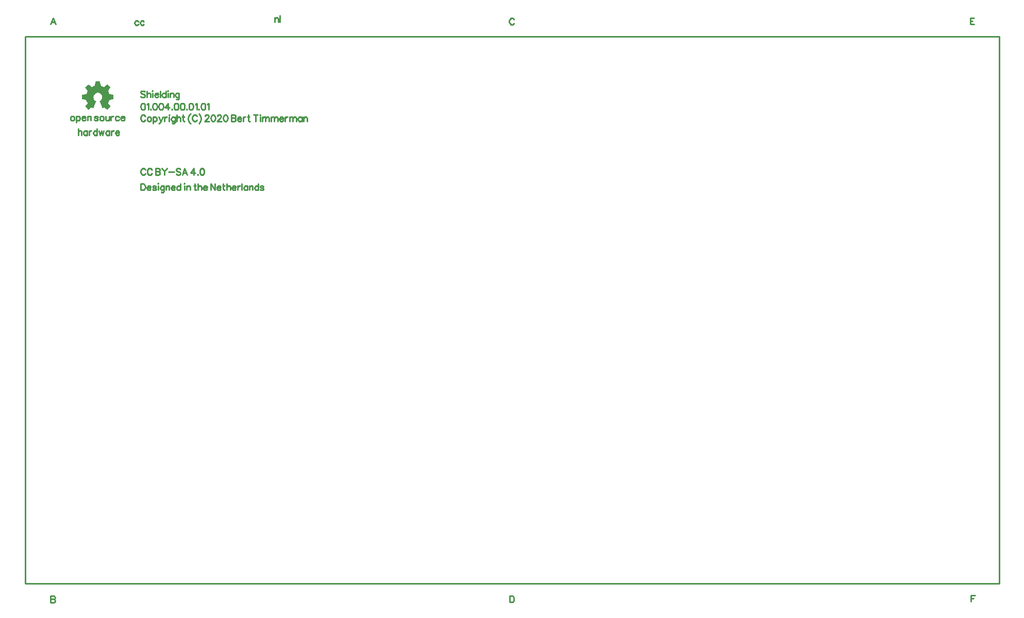
<source format=gto>
G04 start of page 8 for group -4079 idx -4079 *
G04 Title: 01.004.00.01.01.pcb, topsilk *
G04 Creator: pcb 4.2.1 *
G04 CreationDate: Tue Feb  4 16:21:58 2020 UTC *
G04 For: bert *
G04 Format: Gerber/RS-274X *
G04 PCB-Dimensions (mil): 6692.91 3937.01 *
G04 PCB-Coordinate-Origin: lower left *
%MOIN*%
%FSLAX25Y25*%
%LNGTO*%
%ADD70C,0.0046*%
%ADD69C,0.0047*%
%ADD68C,0.0040*%
%ADD67C,0.0046*%
%ADD66C,0.0048*%
%ADD65C,0.0041*%
%ADD64C,0.0041*%
%ADD63C,0.0041*%
%ADD62C,0.0042*%
%ADD61C,0.0042*%
%ADD60C,0.0042*%
%ADD59C,0.0041*%
%ADD58C,0.0043*%
%ADD57C,0.0042*%
%ADD56C,0.0041*%
%ADD55C,0.0042*%
%ADD54C,0.0041*%
%ADD53C,0.0041*%
%ADD52C,0.0041*%
%ADD51C,0.0046*%
%ADD50C,0.0047*%
%ADD49C,0.0043*%
%ADD48C,0.0044*%
%ADD47C,0.0044*%
%ADD46C,0.0043*%
%ADD45C,0.0045*%
%ADD44C,0.0045*%
%ADD43C,0.0045*%
%ADD42C,0.0045*%
%ADD41C,0.0044*%
%ADD40C,0.0043*%
%ADD39C,0.0043*%
%ADD38C,0.0042*%
%ADD37C,0.0043*%
%ADD36C,0.0044*%
%ADD35C,0.0044*%
%ADD34C,0.0044*%
%ADD33C,0.0044*%
%ADD32C,0.0044*%
%ADD31C,0.0044*%
%ADD30C,0.0043*%
%ADD29C,0.0043*%
%ADD28C,0.0043*%
%ADD27C,0.0043*%
%ADD26C,0.0042*%
%ADD25C,0.0042*%
%ADD24C,0.0042*%
%ADD23C,0.0049*%
%ADD22C,0.0098*%
%ADD21C,0.0100*%
%ADD20C,0.0001*%
G54D20*G36*
X65414Y344981D02*X67991D01*
X68074Y344949D01*
X68121Y344873D01*
X68170Y344634D01*
X68214Y344412D01*
X68605Y342280D01*
X68652Y342192D01*
X68735Y342134D01*
X68838Y342090D01*
X69628Y341819D01*
X70378Y341461D01*
X70384D01*
X70471Y341423D01*
X70568Y341409D01*
X70666Y341440D01*
X72439Y342659D01*
X72630Y342784D01*
X72831Y342920D01*
X72917Y342945D01*
X72999Y342909D01*
X73330Y342579D01*
X73834Y342079D01*
X73992Y341916D01*
X74491Y341418D01*
X74653Y341261D01*
X74821Y341087D01*
X74860Y341002D01*
X74838Y340913D01*
X74702Y340712D01*
X74573Y340522D01*
X73384Y338786D01*
X73352Y338694D01*
X73367Y338597D01*
X73412Y338498D01*
X74095Y336892D01*
X74132Y336801D01*
X74195Y336723D01*
X74285Y336676D01*
X76324Y336295D01*
X76548Y336252D01*
X76791Y336209D01*
X76866Y336162D01*
X76895Y336079D01*
Y333502D01*
X76866Y333413D01*
X76791Y333366D01*
X76548Y333323D01*
X76324Y333280D01*
X74345Y332911D01*
X74257Y332863D01*
X74203Y332780D01*
X74175Y332720D01*
Y332709D01*
X73460Y330936D01*
X73455Y330924D01*
X73438Y330881D01*
X73421Y330780D01*
X73449Y330686D01*
X74578Y329054D01*
X74702Y328863D01*
X74843Y328662D01*
X74862Y328576D01*
X74821Y328494D01*
X74653Y328315D01*
X74491Y328158D01*
X73173Y326840D01*
X72999Y326672D01*
X72917Y326631D01*
X72831Y326649D01*
X72630Y326791D01*
X72439Y326915D01*
X70845Y328012D01*
X70746Y328041D01*
X70649Y328022D01*
X70318Y327838D01*
X70124Y327729D01*
X69777Y327551D01*
X69692Y327545D01*
X69630Y327605D01*
X69484Y327962D01*
X69396Y328169D01*
X68013Y331527D01*
X67925Y331733D01*
X67828Y331966D01*
X67824Y332061D01*
X67877Y332134D01*
X68100Y332265D01*
X68241Y332373D01*
X68777Y332819D01*
X69192Y333383D01*
X69459Y334042D01*
X69553Y334772D01*
X69495Y335347D01*
X69330Y335881D01*
X69067Y336366D01*
X68718Y336788D01*
X68298Y337137D01*
X67814Y337401D01*
X67280Y337566D01*
X66706Y337624D01*
X66131Y337566D01*
X65596Y337401D01*
X65113Y337137D01*
X64691Y336788D01*
X64343Y336366D01*
X64081Y335881D01*
X63916Y335347D01*
X63857Y334772D01*
X63950Y334042D01*
X64217Y333383D01*
X64631Y332819D01*
X65170Y332373D01*
X65306Y332265D01*
X65528Y332134D01*
X65582Y332061D01*
X65577Y331966D01*
X65480Y331733D01*
X65392Y331527D01*
X64009Y328169D01*
X63923Y327962D01*
X63775Y327605D01*
X63714Y327545D01*
X63630Y327551D01*
X63288Y327729D01*
X63087Y327838D01*
X62756Y328022D01*
X62657Y328041D01*
X62560Y328012D01*
X60966Y326915D01*
X60781Y326791D01*
X60575Y326649D01*
X60488Y326631D01*
X60406Y326672D01*
X60232Y326840D01*
X60075Y327002D01*
X59577Y327501D01*
X59414Y327659D01*
X58914Y328158D01*
X58752Y328315D01*
X58584Y328494D01*
X58545Y328576D01*
X58567Y328662D01*
X58703Y328863D01*
X58834Y329054D01*
X59956Y330686D01*
X59984Y330780D01*
X59967Y330881D01*
X59945Y330941D01*
X59235Y332715D01*
X59202Y332780D01*
X59148Y332863D01*
X59062Y332911D01*
X57081Y333280D01*
X56859Y333323D01*
X56620Y333366D01*
X56541Y333416D01*
X56512Y333502D01*
Y336079D01*
X56541Y336162D01*
X56620Y336209D01*
X56859Y336258D01*
X57081Y336295D01*
X59121Y336676D01*
X59210Y336723D01*
X59273Y336806D01*
X59310Y336892D01*
X59999Y338498D01*
X60038Y338597D01*
X60055Y338694D01*
X60027Y338786D01*
X58834Y340527D01*
X58703Y340712D01*
X58567Y340913D01*
X58545Y341002D01*
X58584Y341087D01*
X58752Y341261D01*
X58914Y341418D01*
X60406Y342909D01*
X60488Y342945D01*
X60575Y342926D01*
X60781Y342790D01*
X60966Y342659D01*
X62739Y341440D01*
X62837Y341411D01*
X62935Y341429D01*
X63021Y341461D01*
X63032Y341466D01*
X63778Y341820D01*
X64568Y342095D01*
X64671Y342134D01*
X64755Y342192D01*
X64800Y342280D01*
X65198Y344412D01*
X65235Y344634D01*
X65284Y344873D01*
X65331Y344949D01*
X65414Y344981D01*
G37*
G54D21*X19685Y19685D02*Y374016D01*
X649606Y19685D02*X19685D01*
X649606D02*Y374016D01*
X19685D01*
G54D22*X97437Y322267D02*X97237Y322667D01*
X96837Y323067D01*
X96437Y323267D01*
X95637D02*X96437D01*
X95637D02*X95237Y323067D01*
X94837Y322667D01*
X94637Y322267D01*
X94437Y321667D01*
Y320667D01*
X94637Y320067D01*
X94837Y319667D01*
X95237Y319267D01*
X95637Y319067D01*
X96437D01*
X96837Y319267D01*
X97237Y319667D01*
X97437Y320067D01*
X99637Y321867D02*X99237Y321667D01*
X98837Y321267D01*
X98637Y320667D01*
Y320267D01*
X98837Y319667D01*
X99237Y319267D01*
X99637Y319067D01*
X100237D01*
X100637Y319267D01*
X101037Y319667D01*
X101237Y320267D01*
Y320667D02*Y320267D01*
Y320667D02*X101037Y321267D01*
X100637Y321667D01*
X100237Y321867D01*
X99637D02*X100237D01*
X102437D02*Y317667D01*
Y321267D02*X102837Y321667D01*
X103237Y321867D01*
X103837D01*
X104237Y321667D01*
X104637Y321267D01*
X104837Y320667D01*
Y320267D01*
X104637Y319667D01*
X104237Y319267D01*
X103837Y319067D01*
X103237D02*X103837D01*
X103237D02*X102837Y319267D01*
X102437Y319667D01*
X106237Y321867D02*X107437Y319067D01*
X108637Y321867D02*X107437Y319067D01*
X107037Y318267D01*
X106637Y317867D01*
X106237Y317667D01*
X106037D02*X106237D01*
X109837Y321867D02*Y319067D01*
Y320667D02*X110037Y321267D01*
X110437Y321667D01*
X110837Y321867D01*
X111437D01*
X112637Y323267D02*X112837Y323067D01*
X113037Y323267D01*
X112837Y323467D01*
X112637Y323267D01*
X112837Y321867D02*Y319067D01*
X116637Y321867D02*Y318667D01*
X116437Y318067D01*
X116237Y317867D01*
X115837Y317667D01*
X115237D02*X115837D01*
X115237D02*X114837Y317867D01*
X116637Y321267D02*X116237Y321667D01*
X115837Y321867D01*
X115237D02*X115837D01*
X115237D02*X114837Y321667D01*
X114437Y321267D01*
X114237Y320667D01*
Y320267D01*
X114437Y319667D01*
X114837Y319267D01*
X115237Y319067D01*
X115837D01*
X116237Y319267D01*
X116637Y319667D01*
X117837Y323267D02*Y319067D01*
Y321067D02*X118437Y321667D01*
X118837Y321867D01*
X119437D01*
X119837Y321667D01*
X120037Y321067D01*
Y319067D01*
X121837Y323267D02*Y319867D01*
X122037Y319267D01*
X122437Y319067D01*
X122837D01*
X121237Y321867D02*X122637D01*
X126637Y324067D02*X126237Y323667D01*
X125837Y323067D01*
X125437Y322267D01*
X125237Y321267D01*
Y320467D01*
X125437Y319467D01*
X125837Y318667D01*
X126237Y318067D01*
X126637Y317667D01*
X130837Y322267D02*X130637Y322667D01*
X130237Y323067D01*
X129837Y323267D01*
X129037D02*X129837D01*
X129037D02*X128637Y323067D01*
X128237Y322667D01*
X128037Y322267D01*
X127837Y321667D01*
Y320667D01*
X128037Y320067D01*
X128237Y319667D01*
X128637Y319267D01*
X129037Y319067D01*
X129837D01*
X130237Y319267D01*
X130637Y319667D01*
X130837Y320067D01*
X132037Y324067D02*X132437Y323667D01*
X132837Y323067D01*
X133237Y322267D01*
X133437Y321267D01*
Y320467D01*
X133237Y319467D01*
X132837Y318667D01*
X132437Y318067D01*
X132037Y317667D01*
X136037Y322467D02*Y322267D01*
Y322467D02*X136237Y322867D01*
X136437Y323067D01*
X136837Y323267D01*
X137637D01*
X138037Y323067D01*
X138237Y322867D01*
X138437Y322467D01*
Y322067D01*
X138237Y321667D01*
X137837Y321067D01*
X135837Y319067D01*
X138637D01*
X141037Y323267D02*X140437Y323067D01*
X140037Y322467D01*
X139837Y321467D01*
Y320867D01*
X140037Y319867D01*
X140437Y319267D01*
X141037Y319067D01*
X141437D01*
X142037Y319267D01*
X142437Y319867D01*
X142637Y320867D01*
Y321467D02*Y320867D01*
Y321467D02*X142437Y322467D01*
X142037Y323067D01*
X141437Y323267D01*
X141037D02*X141437D01*
X144037Y322467D02*Y322267D01*
Y322467D02*X144237Y322867D01*
X144437Y323067D01*
X144837Y323267D01*
X145637D01*
X146037Y323067D01*
X146237Y322867D01*
X146437Y322467D01*
Y322067D01*
X146237Y321667D01*
X145837Y321067D01*
X143837Y319067D01*
X146637D01*
X149037Y323267D02*X148437Y323067D01*
X148037Y322467D01*
X147837Y321467D01*
Y320867D01*
X148037Y319867D01*
X148437Y319267D01*
X149037Y319067D01*
X149437D01*
X150037Y319267D01*
X150437Y319867D01*
X150637Y320867D01*
Y321467D02*Y320867D01*
Y321467D02*X150437Y322467D01*
X150037Y323067D01*
X149437Y323267D01*
X149037D02*X149437D01*
X153037D02*Y319067D01*
Y323267D02*X154837D01*
X155437Y323067D01*
X155637Y322867D01*
X155837Y322467D01*
Y322067D01*
X155637Y321667D01*
X155437Y321467D01*
X154837Y321267D01*
X153037D02*X154837D01*
X155437Y321067D01*
X155637Y320867D01*
X155837Y320467D01*
Y319867D01*
X155637Y319467D01*
X155437Y319267D01*
X154837Y319067D01*
X153037D02*X154837D01*
X157037Y320667D02*X159437D01*
Y321067D02*Y320667D01*
Y321067D02*X159237Y321467D01*
X159037Y321667D01*
X158637Y321867D01*
X158037D02*X158637D01*
X158037D02*X157637Y321667D01*
X157237Y321267D01*
X157037Y320667D01*
Y320267D01*
X157237Y319667D01*
X157637Y319267D01*
X158037Y319067D01*
X158637D01*
X159037Y319267D01*
X159437Y319667D01*
X160637Y321867D02*Y319067D01*
Y320667D02*X160837Y321267D01*
X161237Y321667D01*
X161637Y321867D01*
X162237D01*
X164037Y323267D02*Y319867D01*
X164237Y319267D01*
X164637Y319067D01*
X165037D01*
X163437Y321867D02*X164837D01*
X168837Y323267D02*Y319067D01*
X167437Y323267D02*X170237D01*
X171437D02*X171637Y323067D01*
X171837Y323267D01*
X171637Y323467D01*
X171437Y323267D01*
X171637Y321867D02*Y319067D01*
X173037Y321867D02*Y319067D01*
Y321067D02*X173637Y321667D01*
X174037Y321867D01*
X174637D01*
X175037Y321667D01*
X175237Y321067D01*
Y319067D01*
Y321067D02*X175837Y321667D01*
X176237Y321867D01*
X176837D01*
X177237Y321667D01*
X177437Y321067D01*
Y319067D01*
X178637Y321867D02*Y319067D01*
Y321067D02*X179237Y321667D01*
X179637Y321867D01*
X180237D01*
X180637Y321667D01*
X180837Y321067D01*
Y319067D01*
Y321067D02*X181437Y321667D01*
X181837Y321867D01*
X182437D01*
X182837Y321667D01*
X183037Y321067D01*
Y319067D01*
X184237Y320667D02*X186637D01*
Y321067D02*Y320667D01*
Y321067D02*X186437Y321467D01*
X186237Y321667D01*
X185837Y321867D01*
X185237D02*X185837D01*
X185237D02*X184837Y321667D01*
X184437Y321267D01*
X184237Y320667D01*
Y320267D01*
X184437Y319667D01*
X184837Y319267D01*
X185237Y319067D01*
X185837D01*
X186237Y319267D01*
X186637Y319667D01*
X187837Y321867D02*Y319067D01*
Y320667D02*X188037Y321267D01*
X188437Y321667D01*
X188837Y321867D01*
X189437D01*
X190637D02*Y319067D01*
Y321067D02*X191237Y321667D01*
X191637Y321867D01*
X192237D01*
X192637Y321667D01*
X192837Y321067D01*
Y319067D01*
Y321067D02*X193437Y321667D01*
X193837Y321867D01*
X194437D01*
X194837Y321667D01*
X195037Y321067D01*
Y319067D01*
X198637Y321867D02*Y319067D01*
Y321267D02*X198237Y321667D01*
X197837Y321867D01*
X197237D02*X197837D01*
X197237D02*X196837Y321667D01*
X196437Y321267D01*
X196237Y320667D01*
Y320267D01*
X196437Y319667D01*
X196837Y319267D01*
X197237Y319067D01*
X197837D01*
X198237Y319267D01*
X198637Y319667D01*
X199837Y321867D02*Y319067D01*
Y321067D02*X200437Y321667D01*
X200837Y321867D01*
X201437D01*
X201837Y321667D01*
X202037Y321067D01*
Y319067D01*
X95637Y330767D02*X95037Y330567D01*
X94637Y329967D01*
X94437Y328967D01*
Y328367D01*
X94637Y327367D01*
X95037Y326767D01*
X95637Y326567D01*
X96037D01*
X96637Y326767D01*
X97037Y327367D01*
X97237Y328367D01*
Y328967D02*Y328367D01*
Y328967D02*X97037Y329967D01*
X96637Y330567D01*
X96037Y330767D01*
X95637D02*X96037D01*
X98437Y329967D02*X98837Y330167D01*
X99437Y330767D01*
Y326567D01*
X100837Y326967D02*X100637Y326767D01*
X100837Y326567D01*
X101037Y326767D01*
X100837Y326967D01*
X103437Y330767D02*X102837Y330567D01*
X102437Y329967D01*
X102237Y328967D01*
Y328367D01*
X102437Y327367D01*
X102837Y326767D01*
X103437Y326567D01*
X103837D01*
X104437Y326767D01*
X104837Y327367D01*
X105037Y328367D01*
Y328967D02*Y328367D01*
Y328967D02*X104837Y329967D01*
X104437Y330567D01*
X103837Y330767D01*
X103437D02*X103837D01*
X107437D02*X106837Y330567D01*
X106437Y329967D01*
X106237Y328967D01*
Y328367D01*
X106437Y327367D01*
X106837Y326767D01*
X107437Y326567D01*
X107837D01*
X108437Y326767D01*
X108837Y327367D01*
X109037Y328367D01*
Y328967D02*Y328367D01*
Y328967D02*X108837Y329967D01*
X108437Y330567D01*
X107837Y330767D01*
X107437D02*X107837D01*
X112237D02*X110237Y327967D01*
X113237D01*
X112237Y330767D02*Y326567D01*
X114637Y326967D02*X114437Y326767D01*
X114637Y326567D01*
X114837Y326767D01*
X114637Y326967D01*
X117237Y330767D02*X116637Y330567D01*
X116237Y329967D01*
X116037Y328967D01*
Y328367D01*
X116237Y327367D01*
X116637Y326767D01*
X117237Y326567D01*
X117637D01*
X118237Y326767D01*
X118637Y327367D01*
X118837Y328367D01*
Y328967D02*Y328367D01*
Y328967D02*X118637Y329967D01*
X118237Y330567D01*
X117637Y330767D01*
X117237D02*X117637D01*
X121237D02*X120637Y330567D01*
X120237Y329967D01*
X120037Y328967D01*
Y328367D01*
X120237Y327367D01*
X120637Y326767D01*
X121237Y326567D01*
X121637D01*
X122237Y326767D01*
X122637Y327367D01*
X122837Y328367D01*
Y328967D02*Y328367D01*
Y328967D02*X122637Y329967D01*
X122237Y330567D01*
X121637Y330767D01*
X121237D02*X121637D01*
X124237Y326967D02*X124037Y326767D01*
X124237Y326567D01*
X124437Y326767D01*
X124237Y326967D01*
X126837Y330767D02*X126237Y330567D01*
X125837Y329967D01*
X125637Y328967D01*
Y328367D01*
X125837Y327367D01*
X126237Y326767D01*
X126837Y326567D01*
X127237D01*
X127837Y326767D01*
X128237Y327367D01*
X128437Y328367D01*
Y328967D02*Y328367D01*
Y328967D02*X128237Y329967D01*
X127837Y330567D01*
X127237Y330767D01*
X126837D02*X127237D01*
X129637Y329967D02*X130037Y330167D01*
X130637Y330767D01*
Y326567D01*
X132037Y326967D02*X131837Y326767D01*
X132037Y326567D01*
X132237Y326767D01*
X132037Y326967D01*
X134637Y330767D02*X134037Y330567D01*
X133637Y329967D01*
X133437Y328967D01*
Y328367D01*
X133637Y327367D01*
X134037Y326767D01*
X134637Y326567D01*
X135037D01*
X135637Y326767D01*
X136037Y327367D01*
X136237Y328367D01*
Y328967D02*Y328367D01*
Y328967D02*X136037Y329967D01*
X135637Y330567D01*
X135037Y330767D01*
X134637D02*X135037D01*
X137437Y329967D02*X137837Y330167D01*
X138437Y330767D01*
Y326567D01*
X97488Y287570D02*X97288Y287970D01*
X96888Y288370D01*
X96488Y288570D01*
X95688D02*X96488D01*
X95688D02*X95288Y288370D01*
X94888Y287970D01*
X94688Y287570D01*
X94488Y286970D01*
Y285970D01*
X94688Y285370D01*
X94888Y284970D01*
X95288Y284570D01*
X95688Y284370D01*
X96488D01*
X96888Y284570D01*
X97288Y284970D01*
X97488Y285370D01*
X101688Y287570D02*X101488Y287970D01*
X101088Y288370D01*
X100688Y288570D01*
X99888D02*X100688D01*
X99888D02*X99488Y288370D01*
X99088Y287970D01*
X98888Y287570D01*
X98688Y286970D01*
Y285970D01*
X98888Y285370D01*
X99088Y284970D01*
X99488Y284570D01*
X99888Y284370D01*
X100688D01*
X101088Y284570D01*
X101488Y284970D01*
X101688Y285370D01*
X104088Y288570D02*Y284370D01*
Y288570D02*X105888D01*
X106488Y288370D01*
X106688Y288170D01*
X106888Y287770D01*
Y287370D01*
X106688Y286970D01*
X106488Y286770D01*
X105888Y286570D01*
X104088D02*X105888D01*
X106488Y286370D01*
X106688Y286170D01*
X106888Y285770D01*
Y285170D01*
X106688Y284770D01*
X106488Y284570D01*
X105888Y284370D01*
X104088D02*X105888D01*
X108088Y288570D02*X109688Y286570D01*
Y284370D01*
X111288Y288570D02*X109688Y286570D01*
X112488Y286170D02*X116088D01*
X120088Y287970D02*X119688Y288370D01*
X119088Y288570D01*
X118288D02*X119088D01*
X118288D02*X117688Y288370D01*
X117288Y287970D01*
Y287570D01*
X117488Y287170D01*
X117688Y286970D01*
X118088Y286770D01*
X119288Y286370D01*
X119688Y286170D01*
X119888Y285970D01*
X120088Y285570D01*
Y284970D01*
X119688Y284570D01*
X119088Y284370D01*
X118288D02*X119088D01*
X118288D02*X117688Y284570D01*
X117288Y284970D01*
X122888Y288570D02*X121288Y284370D01*
X122888Y288570D02*X124488Y284370D01*
X121888Y285770D02*X123888D01*
X128888Y288570D02*X126888Y285770D01*
X129888D01*
X128888Y288570D02*Y284370D01*
X131288Y284770D02*X131088Y284570D01*
X131288Y284370D01*
X131488Y284570D01*
X131288Y284770D01*
X133888Y288570D02*X133288Y288370D01*
X132888Y287770D01*
X132688Y286770D01*
Y286170D01*
X132888Y285170D01*
X133288Y284570D01*
X133888Y284370D01*
X134288D01*
X134888Y284570D01*
X135288Y285170D01*
X135488Y286170D01*
Y286770D02*Y286170D01*
Y286770D02*X135288Y287770D01*
X134888Y288370D01*
X134288Y288570D01*
X133888D02*X134288D01*
X94488Y278728D02*Y274528D01*
Y278728D02*X95888D01*
X96488Y278528D01*
X96888Y278128D01*
X97088Y277728D01*
X97288Y277128D01*
Y276128D01*
X97088Y275528D01*
X96888Y275128D01*
X96488Y274728D01*
X95888Y274528D01*
X94488D02*X95888D01*
X98488Y276128D02*X100888D01*
Y276528D02*Y276128D01*
Y276528D02*X100688Y276928D01*
X100488Y277128D01*
X100088Y277328D01*
X99488D02*X100088D01*
X99488D02*X99088Y277128D01*
X98688Y276728D01*
X98488Y276128D01*
Y275728D01*
X98688Y275128D01*
X99088Y274728D01*
X99488Y274528D01*
X100088D01*
X100488Y274728D01*
X100888Y275128D01*
X104288Y276728D02*X104088Y277128D01*
X103488Y277328D01*
X102888D02*X103488D01*
X102888D02*X102288Y277128D01*
X102088Y276728D01*
X102288Y276328D01*
X102688Y276128D01*
X103688Y275928D01*
X104088Y275728D01*
X104288Y275328D01*
Y275128D01*
X104088Y274728D01*
X103488Y274528D01*
X102888D02*X103488D01*
X102888D02*X102288Y274728D01*
X102088Y275128D01*
X105488Y278728D02*X105688Y278528D01*
X105888Y278728D01*
X105688Y278928D01*
X105488Y278728D01*
X105688Y277328D02*Y274528D01*
X109488Y277328D02*Y274128D01*
X109288Y273528D01*
X109088Y273328D01*
X108688Y273128D01*
X108088D02*X108688D01*
X108088D02*X107688Y273328D01*
X109488Y276728D02*X109088Y277128D01*
X108688Y277328D01*
X108088D02*X108688D01*
X108088D02*X107688Y277128D01*
X107288Y276728D01*
X107088Y276128D01*
Y275728D01*
X107288Y275128D01*
X107688Y274728D01*
X108088Y274528D01*
X108688D01*
X109088Y274728D01*
X109488Y275128D01*
X110688Y277328D02*Y274528D01*
Y276528D02*X111288Y277128D01*
X111688Y277328D01*
X112288D01*
X112688Y277128D01*
X112888Y276528D01*
Y274528D01*
X114088Y276128D02*X116488D01*
Y276528D02*Y276128D01*
Y276528D02*X116288Y276928D01*
X116088Y277128D01*
X115688Y277328D01*
X115088D02*X115688D01*
X115088D02*X114688Y277128D01*
X114288Y276728D01*
X114088Y276128D01*
Y275728D01*
X114288Y275128D01*
X114688Y274728D01*
X115088Y274528D01*
X115688D01*
X116088Y274728D01*
X116488Y275128D01*
X120088Y278728D02*Y274528D01*
Y276728D02*X119688Y277128D01*
X119288Y277328D01*
X118688D02*X119288D01*
X118688D02*X118288Y277128D01*
X117888Y276728D01*
X117688Y276128D01*
Y275728D01*
X117888Y275128D01*
X118288Y274728D01*
X118688Y274528D01*
X119288D01*
X119688Y274728D01*
X120088Y275128D01*
X122488Y278728D02*X122688Y278528D01*
X122888Y278728D01*
X122688Y278928D01*
X122488Y278728D01*
X122688Y277328D02*Y274528D01*
X124088Y277328D02*Y274528D01*
Y276528D02*X124688Y277128D01*
X125088Y277328D01*
X125688D01*
X126088Y277128D01*
X126288Y276528D01*
Y274528D01*
X129288Y278728D02*Y275328D01*
X129488Y274728D01*
X129888Y274528D01*
X130288D01*
X128688Y277328D02*X130088D01*
X131488Y278728D02*Y274528D01*
Y276528D02*X132088Y277128D01*
X132488Y277328D01*
X133088D01*
X133488Y277128D01*
X133688Y276528D01*
Y274528D01*
X134888Y276128D02*X137288D01*
Y276528D02*Y276128D01*
Y276528D02*X137088Y276928D01*
X136888Y277128D01*
X136488Y277328D01*
X135888D02*X136488D01*
X135888D02*X135488Y277128D01*
X135088Y276728D01*
X134888Y276128D01*
Y275728D01*
X135088Y275128D01*
X135488Y274728D01*
X135888Y274528D01*
X136488D01*
X136888Y274728D01*
X137288Y275128D01*
X139688Y278728D02*Y274528D01*
Y278728D02*X142488Y274528D01*
Y278728D02*Y274528D01*
X143688Y276128D02*X146088D01*
Y276528D02*Y276128D01*
Y276528D02*X145888Y276928D01*
X145688Y277128D01*
X145288Y277328D01*
X144688D02*X145288D01*
X144688D02*X144288Y277128D01*
X143888Y276728D01*
X143688Y276128D01*
Y275728D01*
X143888Y275128D01*
X144288Y274728D01*
X144688Y274528D01*
X145288D01*
X145688Y274728D01*
X146088Y275128D01*
X147888Y278728D02*Y275328D01*
X148088Y274728D01*
X148488Y274528D01*
X148888D01*
X147288Y277328D02*X148688D01*
X150088Y278728D02*Y274528D01*
Y276528D02*X150688Y277128D01*
X151088Y277328D01*
X151688D01*
X152088Y277128D01*
X152288Y276528D01*
Y274528D01*
X153488Y276128D02*X155888D01*
Y276528D02*Y276128D01*
Y276528D02*X155688Y276928D01*
X155488Y277128D01*
X155088Y277328D01*
X154488D02*X155088D01*
X154488D02*X154088Y277128D01*
X153688Y276728D01*
X153488Y276128D01*
Y275728D01*
X153688Y275128D01*
X154088Y274728D01*
X154488Y274528D01*
X155088D01*
X155488Y274728D01*
X155888Y275128D01*
X157088Y277328D02*Y274528D01*
Y276128D02*X157288Y276728D01*
X157688Y277128D01*
X158088Y277328D01*
X158688D01*
X159888Y278728D02*Y274528D01*
X163488Y277328D02*Y274528D01*
Y276728D02*X163088Y277128D01*
X162688Y277328D01*
X162088D02*X162688D01*
X162088D02*X161688Y277128D01*
X161288Y276728D01*
X161088Y276128D01*
Y275728D01*
X161288Y275128D01*
X161688Y274728D01*
X162088Y274528D01*
X162688D01*
X163088Y274728D01*
X163488Y275128D01*
X164688Y277328D02*Y274528D01*
Y276528D02*X165288Y277128D01*
X165688Y277328D01*
X166288D01*
X166688Y277128D01*
X166888Y276528D01*
Y274528D01*
X170488Y278728D02*Y274528D01*
Y276728D02*X170088Y277128D01*
X169688Y277328D01*
X169088D02*X169688D01*
X169088D02*X168688Y277128D01*
X168288Y276728D01*
X168088Y276128D01*
Y275728D01*
X168288Y275128D01*
X168688Y274728D01*
X169088Y274528D01*
X169688D01*
X170088Y274728D01*
X170488Y275128D01*
X173888Y276728D02*X173688Y277128D01*
X173088Y277328D01*
X172488D02*X173088D01*
X172488D02*X171888Y277128D01*
X171688Y276728D01*
X171888Y276328D01*
X172288Y276128D01*
X173288Y275928D01*
X173688Y275728D01*
X173888Y275328D01*
Y275128D01*
X173688Y274728D01*
X173088Y274528D01*
X172488D02*X173088D01*
X172488D02*X171888Y274728D01*
X171688Y275128D01*
X49937Y322367D02*X49537Y322167D01*
X49137Y321767D01*
X48937Y321167D01*
Y320767D01*
X49137Y320167D01*
X49537Y319767D01*
X49937Y319567D01*
X50537D01*
X50937Y319767D01*
X51337Y320167D01*
X51537Y320767D01*
Y321167D02*Y320767D01*
Y321167D02*X51337Y321767D01*
X50937Y322167D01*
X50537Y322367D01*
X49937D02*X50537D01*
X52737D02*Y318167D01*
Y321767D02*X53137Y322167D01*
X53537Y322367D01*
X54137D01*
X54537Y322167D01*
X54937Y321767D01*
X55137Y321167D01*
Y320767D01*
X54937Y320167D01*
X54537Y319767D01*
X54137Y319567D01*
X53537D02*X54137D01*
X53537D02*X53137Y319767D01*
X52737Y320167D01*
X56337Y321167D02*X58737D01*
Y321567D02*Y321167D01*
Y321567D02*X58537Y321967D01*
X58337Y322167D01*
X57937Y322367D01*
X57337D02*X57937D01*
X57337D02*X56937Y322167D01*
X56537Y321767D01*
X56337Y321167D01*
Y320767D01*
X56537Y320167D01*
X56937Y319767D01*
X57337Y319567D01*
X57937D01*
X58337Y319767D01*
X58737Y320167D01*
X59937Y322367D02*Y319567D01*
Y321567D02*X60537Y322167D01*
X60937Y322367D01*
X61537D01*
X61937Y322167D01*
X62137Y321567D01*
Y319567D01*
X66737Y321767D02*X66537Y322167D01*
X65937Y322367D01*
X65337D02*X65937D01*
X65337D02*X64737Y322167D01*
X64537Y321767D01*
X64737Y321367D01*
X65137Y321167D01*
X66137Y320967D01*
X66537Y320767D01*
X66737Y320367D01*
Y320167D01*
X66537Y319767D01*
X65937Y319567D01*
X65337D02*X65937D01*
X65337D02*X64737Y319767D01*
X64537Y320167D01*
X68937Y322367D02*X68537Y322167D01*
X68137Y321767D01*
X67937Y321167D01*
Y320767D01*
X68137Y320167D01*
X68537Y319767D01*
X68937Y319567D01*
X69537D01*
X69937Y319767D01*
X70337Y320167D01*
X70537Y320767D01*
Y321167D02*Y320767D01*
Y321167D02*X70337Y321767D01*
X69937Y322167D01*
X69537Y322367D01*
X68937D02*X69537D01*
X71737D02*Y320367D01*
X71937Y319767D01*
X72337Y319567D01*
X72937D01*
X73337Y319767D01*
X73937Y320367D01*
Y322367D02*Y319567D01*
X75137Y322367D02*Y319567D01*
Y321167D02*X75337Y321767D01*
X75737Y322167D01*
X76137Y322367D01*
X76737D01*
X80337Y321767D02*X79937Y322167D01*
X79537Y322367D01*
X78937D02*X79537D01*
X78937D02*X78537Y322167D01*
X78137Y321767D01*
X77937Y321167D01*
Y320767D01*
X78137Y320167D01*
X78537Y319767D01*
X78937Y319567D01*
X79537D01*
X79937Y319767D01*
X80337Y320167D01*
X81537Y321167D02*X83937D01*
Y321567D02*Y321167D01*
Y321567D02*X83737Y321967D01*
X83537Y322167D01*
X83137Y322367D01*
X82537D02*X83137D01*
X82537D02*X82137Y322167D01*
X81737Y321767D01*
X81537Y321167D01*
Y320767D01*
X81737Y320167D01*
X82137Y319767D01*
X82537Y319567D01*
X83137D01*
X83537Y319767D01*
X83937Y320167D01*
X53937Y314267D02*Y310067D01*
Y312067D02*X54537Y312667D01*
X54937Y312867D01*
X55537D01*
X55937Y312667D01*
X56137Y312067D01*
Y310067D01*
X59737Y312867D02*Y310067D01*
Y312267D02*X59337Y312667D01*
X58937Y312867D01*
X58337D02*X58937D01*
X58337D02*X57937Y312667D01*
X57537Y312267D01*
X57337Y311667D01*
Y311267D01*
X57537Y310667D01*
X57937Y310267D01*
X58337Y310067D01*
X58937D01*
X59337Y310267D01*
X59737Y310667D01*
X60937Y312867D02*Y310067D01*
Y311667D02*X61137Y312267D01*
X61537Y312667D01*
X61937Y312867D01*
X62537D01*
X66137Y314267D02*Y310067D01*
Y312267D02*X65737Y312667D01*
X65337Y312867D01*
X64737D02*X65337D01*
X64737D02*X64337Y312667D01*
X63937Y312267D01*
X63737Y311667D01*
Y311267D01*
X63937Y310667D01*
X64337Y310267D01*
X64737Y310067D01*
X65337D01*
X65737Y310267D01*
X66137Y310667D01*
X67337Y312867D02*X68137Y310067D01*
X68937Y312867D02*X68137Y310067D01*
X68937Y312867D02*X69737Y310067D01*
X70537Y312867D02*X69737Y310067D01*
X74137Y312867D02*Y310067D01*
Y312267D02*X73737Y312667D01*
X73337Y312867D01*
X72737D02*X73337D01*
X72737D02*X72337Y312667D01*
X71937Y312267D01*
X71737Y311667D01*
Y311267D01*
X71937Y310667D01*
X72337Y310267D01*
X72737Y310067D01*
X73337D01*
X73737Y310267D01*
X74137Y310667D01*
X75337Y312867D02*Y310067D01*
Y311667D02*X75537Y312267D01*
X75937Y312667D01*
X76337Y312867D01*
X76937D01*
X78137Y311667D02*X80537D01*
Y312067D02*Y311667D01*
Y312067D02*X80337Y312467D01*
X80137Y312667D01*
X79737Y312867D01*
X79137D02*X79737D01*
X79137D02*X78737Y312667D01*
X78337Y312267D01*
X78137Y311667D01*
Y311267D01*
X78337Y310667D01*
X78737Y310267D01*
X79137Y310067D01*
X79737D01*
X80137Y310267D01*
X80537Y310667D01*
X97237Y338167D02*X96837Y338567D01*
X96237Y338767D01*
X95437D02*X96237D01*
X95437D02*X94837Y338567D01*
X94437Y338167D01*
Y337767D01*
X94637Y337367D01*
X94837Y337167D01*
X95237Y336967D01*
X96437Y336567D01*
X96837Y336367D01*
X97037Y336167D01*
X97237Y335767D01*
Y335167D01*
X96837Y334767D01*
X96237Y334567D01*
X95437D02*X96237D01*
X95437D02*X94837Y334767D01*
X94437Y335167D01*
X98437Y338767D02*Y334567D01*
Y336567D02*X99037Y337167D01*
X99437Y337367D01*
X100037D01*
X100437Y337167D01*
X100637Y336567D01*
Y334567D01*
X101837Y338767D02*X102037Y338567D01*
X102237Y338767D01*
X102037Y338967D01*
X101837Y338767D01*
X102037Y337367D02*Y334567D01*
X103437Y336167D02*X105837D01*
Y336567D02*Y336167D01*
Y336567D02*X105637Y336967D01*
X105437Y337167D01*
X105037Y337367D01*
X104437D02*X105037D01*
X104437D02*X104037Y337167D01*
X103637Y336767D01*
X103437Y336167D01*
Y335767D01*
X103637Y335167D01*
X104037Y334767D01*
X104437Y334567D01*
X105037D01*
X105437Y334767D01*
X105837Y335167D01*
X107037Y338767D02*Y334567D01*
X110637Y338767D02*Y334567D01*
Y336767D02*X110237Y337167D01*
X109837Y337367D01*
X109237D02*X109837D01*
X109237D02*X108837Y337167D01*
X108437Y336767D01*
X108237Y336167D01*
Y335767D01*
X108437Y335167D01*
X108837Y334767D01*
X109237Y334567D01*
X109837D01*
X110237Y334767D01*
X110637Y335167D01*
X111837Y338767D02*X112037Y338567D01*
X112237Y338767D01*
X112037Y338967D01*
X111837Y338767D01*
X112037Y337367D02*Y334567D01*
X113437Y337367D02*Y334567D01*
Y336567D02*X114037Y337167D01*
X114437Y337367D01*
X115037D01*
X115437Y337167D01*
X115637Y336567D01*
Y334567D01*
X119237Y337367D02*Y334167D01*
X119037Y333567D01*
X118837Y333367D01*
X118437Y333167D01*
X117837D02*X118437D01*
X117837D02*X117437Y333367D01*
X119237Y336767D02*X118837Y337167D01*
X118437Y337367D01*
X117837D02*X118437D01*
X117837D02*X117437Y337167D01*
X117037Y336767D01*
X116837Y336167D01*
Y335767D01*
X117037Y335167D01*
X117437Y334767D01*
X117837Y334567D01*
X118437D01*
X118837Y334767D01*
X119237Y335167D01*
G54D23*X94734Y312254D03*
Y297491D03*
G54D24*X95226Y311270D03*
G54D25*Y310778D03*
G54D26*Y310286D03*
G54D27*Y309794D03*
G54D28*Y309302D03*
G54D29*Y308809D03*
G54D30*Y308317D03*
G54D31*Y307825D03*
G54D32*Y307333D03*
G54D33*Y306841D03*
G54D34*Y306349D03*
G54D35*Y305857D03*
G54D36*Y305365D03*
Y304872D03*
G54D35*Y304380D03*
G54D34*Y303888D03*
G54D33*Y303396D03*
G54D32*Y302904D03*
G54D37*Y302412D03*
G54D30*Y301920D03*
G54D24*X95718Y311762D03*
G54D25*Y311270D03*
G54D38*Y310778D03*
G54D39*Y310286D03*
G54D40*Y309794D03*
G54D30*Y309302D03*
G54D31*Y308809D03*
G54D32*Y308317D03*
G54D35*Y307825D03*
G54D41*Y307333D03*
G54D42*Y306841D03*
G54D43*Y306349D03*
G54D44*Y305857D03*
G54D45*Y305365D03*
Y304872D03*
G54D44*Y304380D03*
G54D43*Y303888D03*
G54D42*Y303396D03*
G54D41*Y302904D03*
G54D35*Y302412D03*
G54D32*Y301920D03*
G54D25*X96210Y311762D03*
G54D38*Y311270D03*
G54D39*Y310778D03*
G54D29*Y310286D03*
G54D46*Y309794D03*
G54D47*Y309302D03*
G54D34*Y308809D03*
G54D48*Y308317D03*
G54D43*Y307825D03*
Y302412D03*
G54D48*Y301920D03*
G54D34*Y301428D03*
G54D26*X96702Y311762D03*
G54D39*Y311270D03*
G54D29*Y310778D03*
G54D46*Y310286D03*
G54D32*Y309794D03*
G54D36*Y309302D03*
G54D42*Y308809D03*
Y301428D03*
G54D35*Y300935D03*
G54D27*X97194Y311762D03*
G54D40*Y311270D03*
G54D46*Y310778D03*
G54D32*Y310286D03*
G54D36*Y309794D03*
G54D43*Y309302D03*
G54D49*Y305365D03*
Y304872D03*
G54D43*Y300935D03*
G54D36*Y300443D03*
G54D28*X97686Y311762D03*
G54D30*Y311270D03*
G54D47*Y310778D03*
G54D36*Y310286D03*
G54D43*Y309794D03*
G54D50*Y306841D03*
G54D23*Y306349D03*
Y305857D03*
Y305365D03*
Y304872D03*
Y304380D03*
Y303888D03*
Y303396D03*
G54D43*Y300443D03*
G54D35*Y299951D03*
G54D29*X98178Y311762D03*
G54D31*Y311270D03*
G54D34*Y310778D03*
G54D42*Y310286D03*
G54D36*Y307825D03*
G54D23*Y307333D03*
Y306841D03*
Y306349D03*
Y305857D03*
Y305365D03*
Y304872D03*
Y304380D03*
Y303888D03*
Y303396D03*
Y302904D03*
G54D51*Y302412D03*
G54D42*Y299951D03*
G54D34*Y299459D03*
G54D30*X98671Y311762D03*
G54D33*Y311270D03*
G54D48*Y310778D03*
G54D50*Y308317D03*
G54D23*Y307825D03*
Y307333D03*
Y306841D03*
G54D49*Y306349D03*
G54D52*Y303888D03*
G54D23*Y303396D03*
Y302904D03*
Y302412D03*
G54D50*Y301920D03*
G54D48*Y299459D03*
G54D53*Y298967D03*
G54D31*X99163Y311762D03*
G54D35*Y311270D03*
G54D43*Y310778D03*
G54D51*Y308809D03*
G54D23*Y308317D03*
Y307825D03*
Y307333D03*
G54D49*Y306841D03*
Y303396D03*
G54D23*Y302904D03*
Y302412D03*
Y301920D03*
G54D36*Y301428D03*
G54D43*Y299459D03*
G54D35*Y298967D03*
G54D32*X99655Y311762D03*
G54D48*Y311270D03*
G54D23*Y308809D03*
Y308317D03*
Y307825D03*
Y307333D03*
Y302904D03*
Y302412D03*
Y301920D03*
Y301428D03*
G54D41*Y298967D03*
G54D33*X100147Y311762D03*
G54D42*Y311270D03*
G54D50*Y309302D03*
G54D23*Y308809D03*
Y308317D03*
Y307825D03*
Y307333D03*
G54D51*Y305857D03*
G54D23*Y305365D03*
Y304872D03*
G54D50*Y304380D03*
G54D23*Y302904D03*
Y302412D03*
Y301920D03*
Y301428D03*
G54D50*Y300935D03*
G54D42*Y298967D03*
G54D49*Y298475D03*
G54D34*X100639Y311762D03*
G54D43*Y311270D03*
G54D23*Y309302D03*
Y308809D03*
Y308317D03*
Y307825D03*
Y307333D03*
G54D49*Y305857D03*
G54D23*Y305365D03*
Y304872D03*
G54D36*Y304380D03*
G54D23*Y302904D03*
Y302412D03*
Y301920D03*
Y301428D03*
Y300935D03*
G54D43*Y298967D03*
G54D34*Y298475D03*
G54D35*X101131Y311762D03*
G54D44*Y311270D03*
G54D23*Y309302D03*
Y308809D03*
Y308317D03*
Y307825D03*
Y307333D03*
Y305365D03*
Y304872D03*
Y302904D03*
Y302412D03*
Y301920D03*
Y301428D03*
Y300935D03*
G54D44*Y298967D03*
G54D35*Y298475D03*
G54D36*X101623Y311762D03*
G54D45*Y311270D03*
G54D49*Y309794D03*
G54D23*Y309302D03*
Y308809D03*
Y308317D03*
Y307825D03*
Y307333D03*
Y306841D03*
Y305365D03*
Y304872D03*
Y303396D03*
Y302904D03*
Y302412D03*
Y301920D03*
Y301428D03*
Y300935D03*
G54D49*Y300443D03*
G54D45*Y298967D03*
G54D36*Y298475D03*
X102115Y311762D03*
G54D45*Y311270D03*
G54D49*Y309794D03*
G54D23*Y309302D03*
Y308809D03*
Y308317D03*
Y307825D03*
Y307333D03*
Y306841D03*
G54D52*Y306349D03*
Y303888D03*
G54D23*Y303396D03*
Y302904D03*
Y302412D03*
Y301920D03*
Y301428D03*
Y300935D03*
G54D49*Y300443D03*
G54D45*Y298967D03*
G54D36*Y298475D03*
G54D35*X102608Y311762D03*
G54D44*Y311270D03*
G54D23*Y309302D03*
Y308809D03*
Y308317D03*
Y307825D03*
Y307333D03*
G54D49*Y306841D03*
G54D52*Y303396D03*
G54D23*Y302904D03*
Y302412D03*
Y301920D03*
Y301428D03*
Y300935D03*
G54D44*Y298967D03*
G54D35*Y298475D03*
X103100Y311762D03*
G54D43*Y311270D03*
G54D23*Y309302D03*
Y308809D03*
Y308317D03*
Y307825D03*
Y307333D03*
Y302904D03*
Y302412D03*
Y301920D03*
Y301428D03*
Y300935D03*
G54D43*Y298967D03*
G54D34*Y298475D03*
G54D33*X103592Y311762D03*
G54D42*Y311270D03*
G54D23*Y309302D03*
Y308809D03*
Y308317D03*
Y307825D03*
Y307333D03*
G54D51*Y305857D03*
G54D23*Y305365D03*
Y304872D03*
G54D50*Y304380D03*
G54D23*Y302904D03*
Y302412D03*
Y301920D03*
Y301428D03*
G54D50*Y300935D03*
G54D42*Y298967D03*
G54D49*Y298475D03*
G54D32*X104084Y311762D03*
G54D48*Y311270D03*
G54D23*Y308809D03*
Y308317D03*
Y307825D03*
Y307333D03*
G54D52*Y305857D03*
G54D23*Y305365D03*
Y304872D03*
G54D36*Y304380D03*
G54D23*Y302904D03*
Y302412D03*
Y301920D03*
Y301428D03*
G54D48*Y298967D03*
G54D31*X104576Y311762D03*
G54D35*Y311270D03*
G54D43*Y310778D03*
G54D50*Y308809D03*
G54D23*Y308317D03*
Y307825D03*
Y307333D03*
Y305365D03*
Y304872D03*
Y302904D03*
Y302412D03*
Y301920D03*
G54D51*Y301428D03*
G54D43*Y299459D03*
G54D35*Y298967D03*
G54D46*X105068Y311762D03*
G54D33*Y311270D03*
G54D48*Y310778D03*
G54D50*Y308317D03*
G54D23*Y307825D03*
Y307333D03*
Y306841D03*
Y305365D03*
Y304872D03*
Y303396D03*
Y302904D03*
Y302412D03*
G54D50*Y301920D03*
G54D48*Y299459D03*
G54D54*Y298967D03*
G54D29*X105560Y311762D03*
G54D31*Y311270D03*
G54D35*Y310778D03*
G54D42*Y310286D03*
G54D50*Y307825D03*
G54D23*Y307333D03*
Y306841D03*
Y306349D03*
Y305857D03*
Y305365D03*
Y304872D03*
Y304380D03*
Y303888D03*
Y303396D03*
Y302904D03*
G54D50*Y302412D03*
G54D42*Y299951D03*
G54D34*Y299459D03*
G54D28*X106052Y311762D03*
G54D30*Y311270D03*
G54D32*Y310778D03*
G54D36*Y310286D03*
G54D30*Y309794D03*
G54D23*Y306841D03*
Y306349D03*
Y305857D03*
Y305365D03*
Y304872D03*
Y304380D03*
Y303888D03*
Y303396D03*
G54D43*Y300443D03*
G54D36*Y299951D03*
G54D27*X106545Y311762D03*
G54D29*Y311270D03*
G54D46*Y310778D03*
G54D33*Y310286D03*
G54D41*Y309794D03*
G54D30*Y309302D03*
G54D49*Y305365D03*
Y304872D03*
G54D43*Y300935D03*
G54D41*Y300443D03*
G54D26*X107037Y311762D03*
G54D39*Y311270D03*
G54D29*Y310778D03*
G54D37*Y310286D03*
G54D33*Y309794D03*
G54D36*Y309302D03*
G54D42*Y308809D03*
Y301428D03*
G54D36*Y300935D03*
G54D25*X107529Y311762D03*
G54D38*Y311270D03*
G54D39*Y310778D03*
G54D29*Y310286D03*
G54D46*Y309794D03*
G54D32*Y309302D03*
G54D35*Y308809D03*
G54D48*Y308317D03*
G54D43*Y307825D03*
Y302412D03*
G54D48*Y301920D03*
G54D34*Y301428D03*
G54D24*X108021Y311762D03*
G54D25*Y311270D03*
G54D38*Y310778D03*
G54D39*Y310286D03*
G54D29*Y309794D03*
G54D30*Y309302D03*
G54D31*Y308809D03*
G54D33*Y308317D03*
G54D35*Y307825D03*
G54D48*Y307333D03*
G54D42*Y306841D03*
G54D43*Y306349D03*
G54D44*Y305857D03*
G54D45*Y305365D03*
Y304872D03*
G54D44*Y304380D03*
G54D43*Y303888D03*
G54D42*Y303396D03*
G54D48*Y302904D03*
G54D35*Y302412D03*
G54D33*Y301920D03*
G54D55*X108513Y311762D03*
G54D24*Y311270D03*
G54D25*Y310778D03*
G54D26*Y310286D03*
G54D27*Y309794D03*
G54D28*Y309302D03*
G54D29*Y308809D03*
G54D46*Y308317D03*
G54D31*Y307825D03*
G54D32*Y307333D03*
G54D33*Y306841D03*
G54D35*Y306349D03*
Y305857D03*
G54D36*Y305365D03*
Y304872D03*
G54D35*Y304380D03*
G54D34*Y303888D03*
G54D33*Y303396D03*
G54D32*Y302904D03*
G54D31*Y302412D03*
G54D30*Y301920D03*
G54D56*X109005Y311762D03*
G54D55*Y311270D03*
G54D24*Y310778D03*
G54D25*Y310286D03*
G54D26*Y309794D03*
G54D57*Y309302D03*
G54D39*Y308809D03*
G54D40*Y308317D03*
G54D29*Y307825D03*
G54D30*Y307333D03*
G54D46*Y306841D03*
G54D37*Y306349D03*
G54D31*Y305857D03*
Y305365D03*
Y304872D03*
Y304380D03*
G54D37*Y303888D03*
G54D46*Y303396D03*
G54D58*Y302904D03*
G54D29*Y302412D03*
G54D28*Y301920D03*
G54D59*X109497Y311762D03*
G54D56*Y311270D03*
G54D55*Y310778D03*
G54D60*Y310286D03*
G54D61*Y309794D03*
G54D62*Y309302D03*
G54D26*Y308809D03*
G54D57*Y308317D03*
G54D27*Y307825D03*
G54D39*Y307333D03*
G54D40*Y306841D03*
G54D29*Y306349D03*
Y305857D03*
Y305365D03*
Y304872D03*
Y304380D03*
Y303888D03*
G54D40*Y303396D03*
G54D39*Y302904D03*
G54D27*Y302412D03*
G54D57*Y301920D03*
G54D63*X109989Y311762D03*
G54D59*Y311270D03*
G54D64*Y310778D03*
G54D56*Y310286D03*
G54D55*Y309794D03*
G54D24*Y309302D03*
G54D61*Y308809D03*
G54D25*Y308317D03*
G54D26*Y307825D03*
G54D38*Y307333D03*
G54D57*Y306841D03*
G54D49*Y306349D03*
G54D27*Y305857D03*
Y305365D03*
Y304872D03*
Y304380D03*
G54D49*Y303888D03*
G54D38*Y303396D03*
G54D26*Y302904D03*
Y302412D03*
G54D25*Y301920D03*
G54D53*X110482Y311762D03*
G54D63*Y311270D03*
G54D59*Y310778D03*
G54D64*Y310286D03*
G54D56*Y309794D03*
Y309302D03*
G54D55*Y308809D03*
G54D60*Y308317D03*
G54D24*Y307825D03*
G54D61*Y307333D03*
G54D25*Y306841D03*
G54D62*Y306349D03*
Y305857D03*
Y305365D03*
Y304872D03*
Y304380D03*
Y303888D03*
G54D25*Y303396D03*
G54D61*Y302904D03*
G54D24*Y302412D03*
G54D60*Y301920D03*
G54D53*X110974Y311762D03*
Y311270D03*
G54D54*Y310778D03*
G54D63*Y310286D03*
G54D59*Y309794D03*
G54D64*Y309302D03*
Y308809D03*
G54D56*Y308317D03*
G54D55*Y307825D03*
Y307333D03*
G54D60*Y306841D03*
Y306349D03*
G54D24*Y305857D03*
Y305365D03*
Y304872D03*
Y304380D03*
G54D60*Y303888D03*
Y303396D03*
G54D55*Y302904D03*
Y302412D03*
G54D56*Y301920D03*
G54D65*X111466Y311762D03*
Y311270D03*
G54D53*Y310778D03*
Y310286D03*
G54D54*Y309794D03*
G54D63*Y309302D03*
Y308809D03*
G54D59*Y308317D03*
G54D64*Y307825D03*
Y307333D03*
G54D56*Y306841D03*
Y306349D03*
Y305857D03*
Y305365D03*
Y304872D03*
Y304380D03*
Y303888D03*
Y303396D03*
G54D64*Y302904D03*
Y302412D03*
G54D59*Y301920D03*
G54D52*X111958Y311762D03*
G54D65*Y311270D03*
Y310778D03*
Y310286D03*
G54D53*Y309794D03*
Y309302D03*
Y308809D03*
G54D54*Y308317D03*
G54D63*Y307825D03*
Y307333D03*
Y306841D03*
G54D59*Y306349D03*
Y305857D03*
Y305365D03*
Y304872D03*
Y304380D03*
Y303888D03*
G54D63*Y303396D03*
Y302904D03*
Y302412D03*
G54D54*Y301920D03*
G54D52*X112450Y311762D03*
Y311270D03*
Y310778D03*
G54D65*Y310286D03*
Y309794D03*
Y309302D03*
Y308809D03*
Y308317D03*
G54D53*Y307825D03*
Y307333D03*
Y306841D03*
Y306349D03*
Y305857D03*
Y305365D03*
Y304872D03*
Y304380D03*
Y303888D03*
Y303396D03*
Y302904D03*
Y302412D03*
G54D65*Y301920D03*
G54D52*X112942Y311762D03*
Y311270D03*
Y310778D03*
Y310286D03*
Y309794D03*
Y309302D03*
G54D65*Y308809D03*
Y308317D03*
Y307825D03*
Y307333D03*
Y306841D03*
Y306349D03*
Y305857D03*
Y305365D03*
Y304872D03*
Y304380D03*
Y303888D03*
Y303396D03*
Y302904D03*
Y302412D03*
Y301920D03*
G54D52*X113434Y311762D03*
Y311270D03*
Y310778D03*
Y310286D03*
Y309794D03*
Y309302D03*
Y304872D03*
Y304380D03*
Y303888D03*
Y303396D03*
Y302904D03*
Y302412D03*
Y301920D03*
X113926Y311762D03*
Y311270D03*
Y310778D03*
Y310286D03*
Y303888D03*
Y303396D03*
Y302904D03*
Y302412D03*
Y301920D03*
X114419Y311762D03*
Y311270D03*
Y310778D03*
G54D51*Y308317D03*
G54D23*Y307825D03*
Y307333D03*
Y306841D03*
Y306349D03*
G54D51*Y305857D03*
G54D52*Y303396D03*
Y302904D03*
Y302412D03*
Y301920D03*
X114911Y311762D03*
Y311270D03*
Y310778D03*
G54D45*Y308809D03*
G54D23*Y308317D03*
Y307825D03*
Y307333D03*
Y306841D03*
Y306349D03*
Y305857D03*
Y305365D03*
G54D52*Y303396D03*
Y302904D03*
Y302412D03*
Y301920D03*
G54D23*Y300443D03*
Y299951D03*
Y299459D03*
Y298967D03*
Y298475D03*
G54D52*X115403Y311762D03*
Y311270D03*
G54D23*Y309302D03*
Y308809D03*
Y308317D03*
Y307825D03*
Y307333D03*
Y306841D03*
Y306349D03*
Y305857D03*
Y305365D03*
Y304872D03*
G54D52*Y302904D03*
Y302412D03*
Y301920D03*
G54D23*Y300443D03*
Y299459D03*
Y298475D03*
G54D52*X115895Y311762D03*
Y311270D03*
G54D51*Y309794D03*
G54D23*Y309302D03*
Y308809D03*
Y308317D03*
Y307825D03*
Y307333D03*
Y306841D03*
Y306349D03*
Y305857D03*
Y305365D03*
Y304872D03*
G54D51*Y304380D03*
G54D52*Y302904D03*
Y302412D03*
Y301920D03*
G54D23*Y300443D03*
Y299459D03*
Y298475D03*
G54D52*X116387Y311762D03*
Y311270D03*
G54D23*Y309794D03*
Y309302D03*
Y308809D03*
Y308317D03*
Y305857D03*
Y305365D03*
Y304872D03*
Y304380D03*
G54D52*Y302904D03*
Y302412D03*
Y301920D03*
G54D23*Y299951D03*
Y298967D03*
G54D52*X116879Y311762D03*
Y311270D03*
G54D23*Y309794D03*
Y308317D03*
Y304380D03*
G54D52*Y302904D03*
Y302412D03*
Y301920D03*
X117371Y311762D03*
Y311270D03*
G54D23*Y309794D03*
Y308317D03*
Y304380D03*
G54D52*Y302904D03*
Y302412D03*
Y301920D03*
G54D23*Y300443D03*
G54D52*X117863Y311762D03*
Y311270D03*
G54D23*Y309794D03*
Y309302D03*
Y308809D03*
Y308317D03*
Y305857D03*
Y305365D03*
Y304872D03*
Y304380D03*
G54D52*Y302904D03*
Y302412D03*
Y301920D03*
G54D23*Y299951D03*
G54D52*X118356Y311762D03*
Y311270D03*
G54D51*Y309794D03*
G54D23*Y309302D03*
Y308809D03*
Y308317D03*
Y307825D03*
Y307333D03*
Y306841D03*
Y306349D03*
Y305857D03*
Y305365D03*
Y304872D03*
G54D51*Y304380D03*
G54D52*Y302904D03*
Y302412D03*
Y301920D03*
G54D23*Y299459D03*
Y298967D03*
Y298475D03*
G54D52*X118848Y311762D03*
Y311270D03*
G54D23*Y309302D03*
Y308809D03*
Y308317D03*
Y307825D03*
Y307333D03*
Y306841D03*
Y306349D03*
Y305857D03*
Y305365D03*
Y304872D03*
G54D52*Y302904D03*
Y302412D03*
Y301920D03*
G54D23*Y299951D03*
G54D52*X119340Y311762D03*
Y311270D03*
Y310778D03*
G54D23*Y308809D03*
Y308317D03*
Y307825D03*
Y307333D03*
Y306841D03*
Y306349D03*
Y305857D03*
Y305365D03*
G54D52*Y303396D03*
Y302904D03*
Y302412D03*
Y301920D03*
G54D23*Y300443D03*
G54D52*X119832Y311762D03*
Y311270D03*
Y310778D03*
G54D51*Y308317D03*
G54D23*Y307825D03*
Y307333D03*
Y306841D03*
Y306349D03*
G54D51*Y305857D03*
G54D52*Y303396D03*
Y302904D03*
Y302412D03*
Y301920D03*
X120324Y311762D03*
Y311270D03*
Y310778D03*
Y310286D03*
Y303888D03*
Y303396D03*
Y302904D03*
Y302412D03*
Y301920D03*
X120816Y311762D03*
Y311270D03*
Y310778D03*
Y310286D03*
Y309794D03*
Y309302D03*
Y304872D03*
Y304380D03*
Y303888D03*
Y303396D03*
Y302904D03*
Y302412D03*
Y301920D03*
X121308Y311762D03*
Y311270D03*
Y310778D03*
Y310286D03*
Y309794D03*
Y309302D03*
Y308809D03*
Y308317D03*
Y307825D03*
Y307333D03*
Y306841D03*
Y306349D03*
Y305857D03*
Y305365D03*
Y304872D03*
Y304380D03*
Y303888D03*
Y303396D03*
Y302904D03*
Y302412D03*
Y301920D03*
X121800Y311762D03*
Y311270D03*
Y310778D03*
Y310286D03*
Y309794D03*
Y309302D03*
Y308809D03*
Y308317D03*
Y307825D03*
Y307333D03*
Y306841D03*
Y306349D03*
Y305857D03*
Y305365D03*
Y304872D03*
Y304380D03*
Y303888D03*
Y303396D03*
Y302904D03*
Y302412D03*
Y301920D03*
X122293Y311762D03*
Y311270D03*
Y310778D03*
Y310286D03*
Y309794D03*
Y309302D03*
Y308809D03*
Y308317D03*
Y307825D03*
Y307333D03*
Y306841D03*
Y306349D03*
Y305857D03*
Y305365D03*
Y304872D03*
Y304380D03*
Y303888D03*
Y303396D03*
Y302904D03*
Y302412D03*
Y301920D03*
X122785Y311762D03*
Y311270D03*
Y310778D03*
Y310286D03*
Y309794D03*
Y309302D03*
Y308809D03*
Y308317D03*
Y307825D03*
Y307333D03*
Y306841D03*
Y306349D03*
Y305857D03*
Y305365D03*
Y304872D03*
Y304380D03*
Y303888D03*
Y303396D03*
Y302904D03*
Y302412D03*
Y301920D03*
X123277Y311762D03*
Y311270D03*
Y310778D03*
Y310286D03*
Y309794D03*
Y309302D03*
Y308809D03*
Y308317D03*
Y307825D03*
Y307333D03*
Y306841D03*
Y306349D03*
Y305857D03*
Y305365D03*
Y304872D03*
Y304380D03*
Y303888D03*
Y303396D03*
Y302904D03*
Y302412D03*
Y301920D03*
X123769Y311762D03*
Y311270D03*
Y310778D03*
Y310286D03*
Y309794D03*
Y309302D03*
Y308809D03*
Y308317D03*
Y307825D03*
Y307333D03*
Y306841D03*
Y306349D03*
Y305857D03*
Y305365D03*
Y304872D03*
Y304380D03*
Y303888D03*
Y303396D03*
Y302904D03*
Y302412D03*
Y301920D03*
X124261Y311762D03*
Y311270D03*
Y310778D03*
Y310286D03*
Y309794D03*
Y309302D03*
Y308809D03*
Y308317D03*
Y307825D03*
Y307333D03*
Y306841D03*
Y306349D03*
Y305857D03*
Y305365D03*
Y304872D03*
Y304380D03*
Y303888D03*
Y303396D03*
Y302904D03*
Y302412D03*
Y301920D03*
X124753Y311762D03*
Y311270D03*
Y310778D03*
Y310286D03*
Y309794D03*
Y309302D03*
Y308809D03*
Y308317D03*
Y307825D03*
Y307333D03*
Y306841D03*
Y306349D03*
Y305857D03*
Y305365D03*
Y304872D03*
Y304380D03*
Y303888D03*
Y303396D03*
Y302904D03*
Y302412D03*
Y301920D03*
X125245Y311762D03*
Y311270D03*
Y310778D03*
Y310286D03*
Y309794D03*
Y309302D03*
Y304872D03*
Y304380D03*
Y303888D03*
Y303396D03*
Y302904D03*
Y302412D03*
Y301920D03*
X125738Y311762D03*
Y311270D03*
Y310778D03*
Y310286D03*
Y303888D03*
Y303396D03*
Y302904D03*
Y302412D03*
Y301920D03*
X126230Y311762D03*
Y311270D03*
Y310778D03*
G54D51*Y308317D03*
G54D23*Y307825D03*
Y307333D03*
Y306841D03*
Y306349D03*
G54D51*Y305857D03*
G54D52*Y303396D03*
Y302904D03*
Y302412D03*
Y301920D03*
X126722Y311762D03*
Y311270D03*
Y310778D03*
G54D45*Y308809D03*
G54D23*Y308317D03*
G54D66*Y307825D03*
Y307333D03*
G54D23*Y306841D03*
Y306349D03*
Y305857D03*
Y305365D03*
G54D52*Y303396D03*
Y302904D03*
Y302412D03*
Y301920D03*
G54D23*Y299951D03*
Y298475D03*
G54D52*X127214Y311762D03*
Y311270D03*
G54D23*Y309302D03*
Y308809D03*
G54D46*Y308317D03*
G54D56*Y306841D03*
G54D61*Y306349D03*
G54D23*Y305365D03*
Y304872D03*
G54D52*Y302904D03*
Y302412D03*
Y301920D03*
G54D23*Y300443D03*
Y299459D03*
Y298475D03*
G54D52*X127706Y311762D03*
Y311270D03*
G54D51*Y309794D03*
G54D23*Y309302D03*
Y304872D03*
G54D51*Y304380D03*
G54D52*Y302904D03*
Y302412D03*
Y301920D03*
G54D23*Y300443D03*
Y299459D03*
Y298475D03*
G54D52*X128198Y311762D03*
Y311270D03*
G54D23*Y309794D03*
G54D67*Y309302D03*
G54D49*Y306841D03*
G54D37*Y306349D03*
G54D47*Y304872D03*
G54D23*Y304380D03*
G54D52*Y302904D03*
Y302412D03*
Y301920D03*
G54D23*Y300443D03*
Y298967D03*
G54D52*X128690Y311762D03*
Y311270D03*
G54D23*Y309794D03*
G54D46*Y309302D03*
G54D23*Y307825D03*
Y307333D03*
Y306841D03*
Y306349D03*
G54D68*Y304872D03*
G54D23*Y304380D03*
G54D52*Y302904D03*
Y302412D03*
Y301920D03*
X129182Y311762D03*
Y311270D03*
G54D23*Y309794D03*
G54D46*Y309302D03*
G54D23*Y307825D03*
Y307333D03*
Y306841D03*
Y306349D03*
G54D68*Y304872D03*
G54D23*Y304380D03*
G54D52*Y302904D03*
Y302412D03*
Y301920D03*
G54D23*Y299951D03*
Y299459D03*
Y298967D03*
Y298475D03*
G54D52*X129675Y311762D03*
Y311270D03*
G54D23*Y309794D03*
G54D67*Y309302D03*
Y307333D03*
Y306841D03*
G54D68*Y306349D03*
G54D45*Y304872D03*
G54D23*Y304380D03*
G54D52*Y302904D03*
Y302412D03*
Y301920D03*
G54D23*Y300443D03*
Y299459D03*
G54D52*X130167Y311762D03*
Y311270D03*
G54D51*Y309794D03*
G54D23*Y309302D03*
G54D61*Y308809D03*
G54D23*Y304872D03*
G54D51*Y304380D03*
G54D52*Y302904D03*
Y302412D03*
Y301920D03*
G54D23*Y300443D03*
Y299459D03*
G54D52*X130659Y311762D03*
Y311270D03*
G54D23*Y309302D03*
Y308809D03*
G54D66*Y305365D03*
G54D23*Y304872D03*
G54D52*Y302904D03*
Y302412D03*
Y301920D03*
G54D23*Y299951D03*
Y299459D03*
Y298967D03*
Y298475D03*
G54D52*X131151Y311762D03*
Y311270D03*
Y310778D03*
G54D23*Y308809D03*
Y308317D03*
Y307825D03*
G54D69*Y307333D03*
G54D70*Y306841D03*
G54D23*Y306349D03*
Y305857D03*
Y305365D03*
G54D52*Y303396D03*
Y302904D03*
Y302412D03*
Y301920D03*
X131643Y311762D03*
Y311270D03*
Y310778D03*
G54D51*Y308317D03*
G54D23*Y307825D03*
Y307333D03*
Y306841D03*
Y306349D03*
G54D51*Y305857D03*
G54D52*Y303396D03*
Y302904D03*
Y302412D03*
Y301920D03*
X132135Y311762D03*
Y311270D03*
Y310778D03*
Y310286D03*
Y303888D03*
Y303396D03*
Y302904D03*
Y302412D03*
Y301920D03*
X132627Y311762D03*
Y311270D03*
Y310778D03*
Y310286D03*
Y309794D03*
Y309302D03*
Y304872D03*
Y304380D03*
Y303888D03*
Y303396D03*
Y302904D03*
Y302412D03*
Y301920D03*
X133119Y311762D03*
Y311270D03*
Y310778D03*
Y310286D03*
Y309794D03*
Y309302D03*
Y308809D03*
Y308317D03*
Y307825D03*
Y307333D03*
Y306841D03*
Y306349D03*
Y305857D03*
Y305365D03*
Y304872D03*
Y304380D03*
Y303888D03*
Y303396D03*
Y302904D03*
Y302412D03*
Y301920D03*
X133612Y311762D03*
Y311270D03*
Y310778D03*
Y310286D03*
Y309794D03*
Y309302D03*
Y308809D03*
Y308317D03*
Y307825D03*
Y307333D03*
Y306841D03*
Y306349D03*
Y305857D03*
Y305365D03*
Y304872D03*
Y304380D03*
Y303888D03*
Y303396D03*
Y302904D03*
Y302412D03*
Y301920D03*
X134104Y311762D03*
Y311270D03*
Y310778D03*
Y310286D03*
Y309794D03*
Y309302D03*
Y308809D03*
Y308317D03*
Y307825D03*
Y307333D03*
Y306841D03*
Y306349D03*
Y305857D03*
Y305365D03*
Y304872D03*
Y304380D03*
Y303888D03*
Y303396D03*
Y302904D03*
Y302412D03*
Y301920D03*
X134596Y311762D03*
Y311270D03*
Y310778D03*
Y310286D03*
Y309794D03*
Y309302D03*
Y308809D03*
Y308317D03*
Y307825D03*
Y307333D03*
Y306841D03*
Y306349D03*
Y305857D03*
Y305365D03*
Y304872D03*
Y304380D03*
Y303888D03*
Y303396D03*
Y302904D03*
Y302412D03*
Y301920D03*
X135088Y311762D03*
Y311270D03*
Y310778D03*
Y310286D03*
Y309794D03*
Y309302D03*
Y308809D03*
Y308317D03*
Y307825D03*
Y307333D03*
Y306841D03*
Y306349D03*
Y305857D03*
Y305365D03*
Y304872D03*
Y304380D03*
Y303888D03*
Y303396D03*
Y302904D03*
Y302412D03*
Y301920D03*
X135580Y311762D03*
Y311270D03*
Y310778D03*
Y310286D03*
Y309794D03*
Y309302D03*
Y308809D03*
Y308317D03*
Y307825D03*
Y307333D03*
Y306841D03*
Y306349D03*
Y305857D03*
Y305365D03*
Y304872D03*
Y304380D03*
Y303888D03*
Y303396D03*
Y302904D03*
Y302412D03*
Y301920D03*
X136072Y311762D03*
Y311270D03*
Y310778D03*
Y310286D03*
Y309794D03*
Y309302D03*
Y308809D03*
Y308317D03*
Y307825D03*
Y307333D03*
Y306841D03*
Y306349D03*
Y305857D03*
Y305365D03*
Y304872D03*
Y304380D03*
Y303888D03*
Y303396D03*
Y302904D03*
Y302412D03*
Y301920D03*
X136564Y311762D03*
Y311270D03*
Y310778D03*
Y310286D03*
Y309794D03*
Y309302D03*
Y308809D03*
Y308317D03*
Y307825D03*
Y307333D03*
Y306841D03*
Y306349D03*
Y305857D03*
Y305365D03*
Y304872D03*
Y304380D03*
Y303888D03*
Y303396D03*
Y302904D03*
Y302412D03*
Y301920D03*
X137056Y311270D03*
Y310778D03*
Y310286D03*
Y309794D03*
Y309302D03*
Y308809D03*
Y308317D03*
Y307825D03*
Y307333D03*
Y306841D03*
Y306349D03*
Y305857D03*
Y305365D03*
Y304872D03*
Y304380D03*
Y303888D03*
Y303396D03*
Y302904D03*
Y302412D03*
Y301920D03*
G54D23*X137549Y312254D03*
Y297491D03*
X186761Y275837D03*
X187253Y277314D03*
Y276330D03*
Y275837D03*
Y275345D03*
Y274853D03*
X187745Y278790D03*
Y278298D03*
Y277806D03*
Y277314D03*
Y276822D03*
Y276330D03*
Y275837D03*
Y275345D03*
Y274853D03*
X188237Y283711D03*
Y283219D03*
Y282727D03*
G54D33*Y282235D03*
G54D23*Y278790D03*
Y278298D03*
Y277806D03*
Y277314D03*
Y276822D03*
Y276330D03*
Y275837D03*
Y275345D03*
Y274853D03*
X188729Y283219D03*
Y282727D03*
Y278790D03*
Y278298D03*
Y277806D03*
Y277314D03*
Y276822D03*
Y276330D03*
Y275837D03*
Y275345D03*
Y274853D03*
Y274361D03*
G54D33*X189222Y284204D03*
G54D23*Y283711D03*
Y283219D03*
Y282727D03*
Y282235D03*
G54D33*Y281251D03*
G54D23*Y278790D03*
Y278298D03*
Y277806D03*
Y277314D03*
Y276822D03*
Y276330D03*
Y275837D03*
Y275345D03*
Y274853D03*
X189714Y284204D03*
Y283711D03*
Y283219D03*
Y282727D03*
Y282235D03*
Y281743D03*
Y281251D03*
Y280759D03*
Y279282D03*
Y278790D03*
Y278298D03*
Y277806D03*
Y277314D03*
Y276822D03*
Y276330D03*
Y275837D03*
X190206Y284696D03*
Y284204D03*
Y283711D03*
Y283219D03*
Y282727D03*
Y282235D03*
Y281743D03*
Y281251D03*
Y280759D03*
G54D33*Y279282D03*
G54D23*Y278790D03*
Y278298D03*
Y277806D03*
Y277314D03*
Y276822D03*
Y276330D03*
Y275837D03*
X190698Y284204D03*
Y283711D03*
Y283219D03*
Y282727D03*
Y282235D03*
Y281743D03*
Y281251D03*
Y280759D03*
G54D33*Y280267D03*
G54D23*Y278790D03*
Y278298D03*
Y277806D03*
Y277314D03*
Y276822D03*
Y276330D03*
G54D33*Y275837D03*
G54D23*X191190Y284204D03*
Y283711D03*
Y283219D03*
Y282727D03*
Y282235D03*
Y281743D03*
Y281251D03*
Y280759D03*
Y277806D03*
Y277314D03*
Y276822D03*
Y276330D03*
X191682Y283711D03*
Y283219D03*
Y282727D03*
Y282235D03*
Y281743D03*
Y281251D03*
Y280759D03*
Y280267D03*
Y277806D03*
Y277314D03*
Y276822D03*
Y276330D03*
Y275837D03*
G54D33*X192174Y283711D03*
G54D23*Y283219D03*
Y282727D03*
Y282235D03*
Y281743D03*
Y281251D03*
Y280759D03*
Y277806D03*
Y277314D03*
Y276822D03*
Y276330D03*
Y275837D03*
X192666Y288141D03*
Y284204D03*
Y282727D03*
Y282235D03*
Y281743D03*
Y281251D03*
Y280759D03*
G54D33*Y279774D03*
Y277806D03*
G54D23*Y277314D03*
Y276822D03*
Y276330D03*
Y275837D03*
Y275345D03*
X193159Y288141D03*
Y287156D03*
Y284204D03*
Y283711D03*
Y283219D03*
Y281743D03*
Y281251D03*
Y280267D03*
Y276822D03*
Y276330D03*
Y275837D03*
Y275345D03*
X193651Y288141D03*
Y287648D03*
Y287156D03*
Y284204D03*
Y283711D03*
Y283219D03*
Y281743D03*
Y281251D03*
Y280759D03*
Y280267D03*
Y279774D03*
Y279282D03*
G54D33*Y277314D03*
G54D23*Y276822D03*
Y276330D03*
Y275837D03*
Y275345D03*
G54D33*X194143Y288633D03*
G54D23*Y288141D03*
Y287648D03*
Y287156D03*
Y284696D03*
Y284204D03*
Y283711D03*
Y283219D03*
Y282727D03*
Y282235D03*
Y281743D03*
Y281251D03*
Y280759D03*
Y280267D03*
Y279774D03*
Y279282D03*
Y276822D03*
Y276330D03*
Y275837D03*
Y275345D03*
G54D33*Y274853D03*
G54D23*X194635Y288141D03*
Y287648D03*
G54D33*Y284696D03*
G54D23*Y284204D03*
Y283711D03*
Y283219D03*
Y282727D03*
Y282235D03*
Y281743D03*
Y281251D03*
Y280759D03*
Y280267D03*
Y279774D03*
Y279282D03*
Y276822D03*
Y276330D03*
Y275837D03*
Y275345D03*
Y274853D03*
G54D33*Y274361D03*
G54D23*Y273869D03*
G54D33*X195127Y288633D03*
G54D23*Y288141D03*
Y287648D03*
G54D33*Y287156D03*
G54D23*Y284204D03*
G54D33*Y283219D03*
G54D23*Y282727D03*
Y282235D03*
Y281743D03*
Y281251D03*
Y280759D03*
Y280267D03*
Y279774D03*
Y279282D03*
Y278790D03*
G54D33*Y278298D03*
G54D23*Y276330D03*
Y275837D03*
Y275345D03*
Y274853D03*
Y274361D03*
Y273869D03*
Y273377D03*
G54D33*Y272885D03*
G54D23*X195619Y288141D03*
Y287648D03*
Y284696D03*
Y284204D03*
Y283711D03*
G54D33*Y283219D03*
G54D23*Y282727D03*
Y282235D03*
Y281743D03*
Y281251D03*
Y280759D03*
Y280267D03*
Y279774D03*
Y279282D03*
Y278790D03*
Y278298D03*
G54D33*Y276822D03*
G54D23*Y276330D03*
Y275837D03*
Y275345D03*
Y274853D03*
Y274361D03*
Y273869D03*
G54D33*Y273377D03*
G54D23*X196111Y291093D03*
Y288141D03*
Y287648D03*
Y284696D03*
Y284204D03*
Y283711D03*
Y282727D03*
Y282235D03*
Y281743D03*
Y281251D03*
Y280759D03*
Y280267D03*
Y279774D03*
Y279282D03*
Y278790D03*
G54D33*Y276822D03*
G54D23*Y276330D03*
Y275837D03*
Y275345D03*
Y274853D03*
Y274361D03*
Y273869D03*
X196603Y291093D03*
Y290109D03*
Y288633D03*
Y288141D03*
Y287648D03*
Y287156D03*
G54D33*Y286172D03*
G54D23*Y282727D03*
Y282235D03*
Y281743D03*
Y281251D03*
Y280759D03*
Y280267D03*
Y279774D03*
Y279282D03*
Y278790D03*
Y276822D03*
Y276330D03*
Y275837D03*
Y275345D03*
Y274853D03*
Y274361D03*
X197096Y291093D03*
Y288141D03*
Y287648D03*
Y287156D03*
Y286664D03*
Y286172D03*
Y285680D03*
Y282235D03*
Y281743D03*
Y281251D03*
Y280759D03*
Y280267D03*
G54D33*Y279282D03*
G54D23*Y277806D03*
Y277314D03*
Y276822D03*
Y276330D03*
Y275837D03*
Y275345D03*
Y274853D03*
Y274361D03*
Y273869D03*
Y273377D03*
G54D33*X197588Y291585D03*
G54D23*Y291093D03*
G54D33*Y288633D03*
G54D23*Y288141D03*
Y287648D03*
Y287156D03*
Y286664D03*
Y286172D03*
Y285680D03*
Y282235D03*
Y281743D03*
Y281251D03*
Y280759D03*
G54D33*Y277806D03*
G54D23*Y277314D03*
Y276822D03*
Y276330D03*
Y275837D03*
Y275345D03*
Y274853D03*
Y274361D03*
X198080Y291093D03*
Y288633D03*
Y288141D03*
Y287648D03*
Y287156D03*
Y286664D03*
Y286172D03*
Y285680D03*
G54D33*Y285188D03*
G54D23*Y281743D03*
Y281251D03*
Y280759D03*
G54D33*Y278790D03*
G54D23*Y278298D03*
Y277806D03*
Y277314D03*
Y276822D03*
Y276330D03*
Y275837D03*
Y275345D03*
Y274853D03*
Y274361D03*
X198572Y295522D03*
Y291585D03*
Y291093D03*
G54D33*Y290601D03*
G54D23*Y287648D03*
Y287156D03*
Y286664D03*
Y286172D03*
Y285680D03*
G54D33*Y285188D03*
Y284696D03*
G54D23*Y284204D03*
Y281743D03*
Y281251D03*
Y280759D03*
G54D33*Y279774D03*
G54D23*Y278298D03*
Y277806D03*
Y277314D03*
Y276822D03*
Y276330D03*
Y275837D03*
Y275345D03*
Y274853D03*
Y274361D03*
X199064Y296015D03*
Y295522D03*
Y291585D03*
Y291093D03*
G54D33*Y290601D03*
Y287648D03*
G54D23*Y286664D03*
Y286172D03*
Y285680D03*
G54D33*Y285188D03*
Y284696D03*
G54D23*Y284204D03*
Y283711D03*
Y281743D03*
Y281251D03*
Y280759D03*
Y280267D03*
G54D33*Y278298D03*
G54D23*Y277806D03*
Y277314D03*
Y276822D03*
Y276330D03*
Y275837D03*
Y275345D03*
Y274853D03*
G54D33*Y274361D03*
G54D23*X199556Y295522D03*
Y295030D03*
G54D33*Y294046D03*
G54D23*Y293062D03*
Y291093D03*
Y290601D03*
Y290109D03*
G54D33*Y289125D03*
G54D23*Y286172D03*
Y284204D03*
Y283711D03*
Y283219D03*
Y281251D03*
Y280759D03*
Y280267D03*
Y279774D03*
Y277806D03*
Y277314D03*
Y276822D03*
Y276330D03*
Y275837D03*
Y275345D03*
Y274853D03*
X200048Y295522D03*
Y295030D03*
Y294046D03*
Y293554D03*
Y293062D03*
Y290601D03*
Y290109D03*
Y289617D03*
Y289125D03*
Y288633D03*
Y288141D03*
Y286172D03*
G54D33*Y285680D03*
G54D23*Y285188D03*
Y284696D03*
Y284204D03*
Y283711D03*
Y283219D03*
Y279774D03*
Y279282D03*
Y278790D03*
Y277314D03*
Y276822D03*
Y276330D03*
Y275837D03*
Y275345D03*
G54D33*Y274853D03*
G54D23*X200540Y295522D03*
Y295030D03*
Y294538D03*
G54D33*Y294046D03*
G54D23*Y293554D03*
Y293062D03*
Y292570D03*
Y291585D03*
Y290109D03*
Y289617D03*
Y289125D03*
Y288633D03*
Y288141D03*
Y286664D03*
G54D33*Y286172D03*
G54D23*Y284696D03*
Y284204D03*
Y283711D03*
Y283219D03*
Y282727D03*
Y282235D03*
Y279774D03*
Y279282D03*
G54D33*Y278790D03*
G54D23*Y276822D03*
Y276330D03*
Y275837D03*
Y275345D03*
Y274853D03*
X201033Y296015D03*
Y295522D03*
Y295030D03*
Y294538D03*
Y294046D03*
Y293554D03*
Y293062D03*
Y292570D03*
Y292078D03*
Y289617D03*
Y289125D03*
Y288633D03*
Y288141D03*
Y286172D03*
Y284204D03*
Y283711D03*
Y283219D03*
Y282727D03*
Y282235D03*
Y279774D03*
Y279282D03*
Y276822D03*
Y276330D03*
Y275837D03*
Y275345D03*
X201525Y296507D03*
Y296015D03*
Y295522D03*
Y295030D03*
Y294538D03*
Y294046D03*
Y293554D03*
Y293062D03*
Y292570D03*
Y292078D03*
Y291585D03*
G54D33*Y291093D03*
Y290109D03*
G54D23*Y289617D03*
Y289125D03*
Y288633D03*
Y288141D03*
G54D33*Y287648D03*
G54D23*Y286172D03*
G54D33*Y285188D03*
G54D23*Y284696D03*
Y284204D03*
Y283711D03*
Y283219D03*
Y282727D03*
Y279282D03*
Y278790D03*
Y278298D03*
Y276822D03*
Y276330D03*
Y275837D03*
Y275345D03*
X202017Y296507D03*
Y296015D03*
Y295522D03*
Y295030D03*
Y294538D03*
Y294046D03*
Y293554D03*
Y293062D03*
Y292570D03*
Y292078D03*
Y291585D03*
Y289617D03*
Y289125D03*
Y288633D03*
Y288141D03*
Y287648D03*
G54D33*Y285680D03*
G54D23*Y285188D03*
Y283711D03*
Y283219D03*
Y282727D03*
Y279774D03*
Y279282D03*
Y276822D03*
Y276330D03*
G54D33*Y275837D03*
X202509Y297983D03*
G54D23*Y296999D03*
Y296507D03*
Y296015D03*
Y295522D03*
Y295030D03*
Y294538D03*
Y294046D03*
Y293554D03*
Y293062D03*
Y292570D03*
Y292078D03*
Y291585D03*
Y291093D03*
Y289617D03*
Y289125D03*
Y288633D03*
Y288141D03*
Y287648D03*
Y287156D03*
Y285188D03*
Y284696D03*
Y283711D03*
Y283219D03*
Y282727D03*
Y282235D03*
Y279774D03*
Y279282D03*
Y278790D03*
Y277314D03*
Y276822D03*
G54D33*Y276330D03*
G54D23*X203001Y298475D03*
Y297983D03*
Y297491D03*
Y296999D03*
Y296507D03*
Y296015D03*
Y295522D03*
Y295030D03*
Y294538D03*
Y294046D03*
Y293554D03*
Y293062D03*
Y292570D03*
Y292078D03*
Y291585D03*
Y291093D03*
Y290601D03*
Y289125D03*
Y288633D03*
Y288141D03*
Y287648D03*
Y287156D03*
Y285188D03*
Y284696D03*
Y284204D03*
Y283219D03*
Y282727D03*
Y282235D03*
Y279282D03*
G54D33*Y278790D03*
Y278298D03*
G54D23*Y277314D03*
G54D33*X203493Y298967D03*
G54D23*Y298475D03*
Y297983D03*
Y297491D03*
Y296999D03*
Y296507D03*
Y296015D03*
Y295522D03*
Y295030D03*
Y294538D03*
Y294046D03*
Y293554D03*
Y293062D03*
Y292570D03*
Y292078D03*
Y291585D03*
Y291093D03*
Y290601D03*
Y290109D03*
Y288141D03*
Y287648D03*
Y287156D03*
Y286664D03*
Y285188D03*
Y284696D03*
Y284204D03*
Y283711D03*
Y283219D03*
Y282727D03*
Y282235D03*
Y279774D03*
Y279282D03*
Y278790D03*
Y278298D03*
X203985Y298967D03*
Y298475D03*
Y297983D03*
Y297491D03*
Y296999D03*
Y296507D03*
Y296015D03*
Y295522D03*
Y295030D03*
Y294538D03*
Y294046D03*
Y293554D03*
Y293062D03*
Y292570D03*
Y292078D03*
Y291585D03*
Y291093D03*
Y290601D03*
Y290109D03*
Y288141D03*
Y287648D03*
Y287156D03*
Y286664D03*
G54D33*Y286172D03*
G54D23*Y285188D03*
Y284696D03*
Y284204D03*
Y283711D03*
Y283219D03*
Y282727D03*
Y282235D03*
Y281743D03*
Y281251D03*
Y279282D03*
Y278790D03*
Y278298D03*
G54D33*X204477Y300444D03*
G54D23*Y299952D03*
Y299459D03*
Y298967D03*
Y298475D03*
Y297983D03*
Y297491D03*
Y296999D03*
Y296507D03*
Y296015D03*
Y295522D03*
Y295030D03*
Y294538D03*
Y294046D03*
Y293554D03*
Y293062D03*
Y292570D03*
Y292078D03*
Y291585D03*
Y291093D03*
Y290601D03*
Y290109D03*
Y289617D03*
Y287156D03*
Y286664D03*
Y285188D03*
Y284696D03*
Y284204D03*
Y283711D03*
Y283219D03*
Y282727D03*
Y282235D03*
Y281743D03*
Y281251D03*
Y280759D03*
Y280267D03*
Y279774D03*
Y279282D03*
Y278790D03*
Y278298D03*
X204970Y300936D03*
Y300444D03*
Y299952D03*
Y299459D03*
Y298967D03*
Y298475D03*
Y297983D03*
Y297491D03*
Y296999D03*
Y296507D03*
Y296015D03*
Y295522D03*
Y295030D03*
Y294538D03*
Y294046D03*
Y293554D03*
Y293062D03*
Y292570D03*
Y292078D03*
Y291585D03*
Y291093D03*
Y290601D03*
Y290109D03*
Y289617D03*
Y287648D03*
Y287156D03*
Y286664D03*
G54D33*Y286172D03*
G54D23*Y285680D03*
Y285188D03*
Y284696D03*
Y284204D03*
Y283711D03*
Y283219D03*
Y282727D03*
Y282235D03*
Y281743D03*
Y281251D03*
Y280759D03*
Y280267D03*
Y279774D03*
Y279282D03*
Y278790D03*
Y278298D03*
Y277806D03*
G54D33*X205462Y301920D03*
G54D23*Y300936D03*
Y300444D03*
Y299952D03*
Y299459D03*
Y298967D03*
Y298475D03*
Y297983D03*
Y297491D03*
Y296999D03*
Y296507D03*
Y296015D03*
Y295522D03*
Y295030D03*
Y294538D03*
Y294046D03*
Y293554D03*
Y293062D03*
Y292570D03*
Y292078D03*
Y291585D03*
Y291093D03*
Y290601D03*
Y290109D03*
Y289617D03*
Y285680D03*
Y285188D03*
Y284696D03*
Y284204D03*
Y283711D03*
Y283219D03*
Y282727D03*
Y282235D03*
Y281743D03*
Y281251D03*
Y280759D03*
Y280267D03*
Y279774D03*
Y279282D03*
Y278790D03*
Y278298D03*
Y277806D03*
X205954Y301920D03*
Y301428D03*
Y300936D03*
Y300444D03*
Y299952D03*
Y299459D03*
Y298967D03*
Y298475D03*
Y297983D03*
Y297491D03*
Y296999D03*
Y296507D03*
Y296015D03*
Y295522D03*
Y295030D03*
Y294538D03*
Y294046D03*
Y293554D03*
Y293062D03*
Y292570D03*
Y292078D03*
Y291585D03*
Y291093D03*
Y290601D03*
Y290109D03*
Y289617D03*
Y289125D03*
Y286172D03*
Y285680D03*
Y285188D03*
Y284696D03*
Y284204D03*
Y283711D03*
Y283219D03*
Y282727D03*
Y282235D03*
Y281743D03*
Y281251D03*
Y280759D03*
G54D33*Y279774D03*
G54D23*Y278790D03*
Y278298D03*
Y277806D03*
G54D33*X206446Y302904D03*
G54D23*Y302412D03*
Y301920D03*
Y301428D03*
Y300936D03*
Y300444D03*
Y299952D03*
Y299459D03*
Y298967D03*
Y298475D03*
Y297983D03*
Y297491D03*
Y296999D03*
Y296507D03*
Y296015D03*
Y295522D03*
Y295030D03*
Y294538D03*
Y294046D03*
Y293554D03*
Y293062D03*
Y292570D03*
Y292078D03*
Y291585D03*
Y291093D03*
Y290601D03*
Y290109D03*
Y289617D03*
Y289125D03*
Y288633D03*
Y288141D03*
Y286664D03*
Y286172D03*
Y285680D03*
Y285188D03*
Y284696D03*
Y284204D03*
Y283711D03*
Y283219D03*
Y282727D03*
Y282235D03*
Y281743D03*
Y281251D03*
Y280759D03*
Y280267D03*
G54D33*Y278298D03*
X206938Y303889D03*
G54D23*Y303396D03*
Y302904D03*
Y302412D03*
Y301920D03*
Y301428D03*
Y300936D03*
Y300444D03*
Y299952D03*
Y299459D03*
Y298967D03*
Y298475D03*
Y297983D03*
Y297491D03*
Y296999D03*
Y296507D03*
Y296015D03*
Y295522D03*
Y295030D03*
Y294538D03*
Y294046D03*
Y293554D03*
Y293062D03*
Y292570D03*
Y292078D03*
Y291585D03*
Y291093D03*
Y290601D03*
Y290109D03*
Y289617D03*
Y289125D03*
Y288633D03*
Y287156D03*
Y286664D03*
Y286172D03*
Y285680D03*
Y285188D03*
Y284696D03*
Y284204D03*
Y283711D03*
Y283219D03*
Y282727D03*
Y282235D03*
Y281743D03*
Y281251D03*
Y280759D03*
X207430Y304381D03*
Y303889D03*
Y303396D03*
Y302904D03*
Y302412D03*
Y301920D03*
Y301428D03*
Y300936D03*
Y300444D03*
Y299952D03*
Y299459D03*
Y298967D03*
Y298475D03*
Y297983D03*
Y297491D03*
Y296999D03*
Y296507D03*
Y296015D03*
Y295522D03*
Y295030D03*
Y294538D03*
Y294046D03*
Y293554D03*
Y293062D03*
Y292570D03*
Y292078D03*
Y291585D03*
Y291093D03*
Y290601D03*
Y290109D03*
Y289617D03*
Y289125D03*
Y288633D03*
Y288141D03*
Y286664D03*
Y286172D03*
Y285680D03*
Y285188D03*
Y284696D03*
Y284204D03*
Y283711D03*
Y283219D03*
Y282727D03*
Y282235D03*
Y281743D03*
Y281251D03*
X207922Y304873D03*
Y304381D03*
Y303889D03*
Y303396D03*
Y302904D03*
Y302412D03*
Y301920D03*
Y301428D03*
Y300936D03*
Y300444D03*
Y299952D03*
Y299459D03*
Y298967D03*
Y298475D03*
Y297983D03*
Y297491D03*
Y296999D03*
Y296507D03*
Y296015D03*
Y295522D03*
Y295030D03*
Y294538D03*
Y294046D03*
Y293554D03*
Y293062D03*
Y292570D03*
Y292078D03*
Y291585D03*
Y291093D03*
Y290601D03*
Y290109D03*
Y289617D03*
Y289125D03*
Y288633D03*
Y288141D03*
Y287156D03*
Y286664D03*
Y286172D03*
Y285680D03*
Y285188D03*
Y284696D03*
Y284204D03*
Y283711D03*
Y283219D03*
Y282727D03*
Y282235D03*
Y281743D03*
Y281251D03*
X208414Y306349D03*
Y305857D03*
Y305365D03*
Y304873D03*
Y304381D03*
Y303889D03*
Y303396D03*
Y302904D03*
Y302412D03*
Y301920D03*
Y301428D03*
Y300936D03*
Y300444D03*
Y299952D03*
Y299459D03*
Y298967D03*
Y298475D03*
Y297983D03*
Y297491D03*
Y296999D03*
Y296507D03*
Y296015D03*
Y295522D03*
Y295030D03*
Y294538D03*
Y294046D03*
Y293554D03*
Y293062D03*
Y292570D03*
Y292078D03*
Y291585D03*
Y291093D03*
Y290601D03*
Y290109D03*
Y289617D03*
Y289125D03*
Y288633D03*
Y288141D03*
Y286664D03*
Y286172D03*
Y285680D03*
Y285188D03*
Y284696D03*
Y284204D03*
Y283711D03*
Y283219D03*
Y282727D03*
Y282235D03*
Y281743D03*
Y281251D03*
Y280759D03*
Y280267D03*
G54D33*X208907Y308810D03*
G54D23*Y307826D03*
Y307333D03*
Y306841D03*
Y306349D03*
Y305857D03*
Y305365D03*
Y304873D03*
Y304381D03*
Y303889D03*
Y303396D03*
Y302904D03*
Y302412D03*
Y301920D03*
Y301428D03*
Y300936D03*
Y300444D03*
Y299952D03*
Y299459D03*
Y298967D03*
Y298475D03*
Y297983D03*
Y297491D03*
Y296999D03*
Y296507D03*
Y296015D03*
Y295522D03*
Y295030D03*
Y294538D03*
Y294046D03*
Y293554D03*
Y293062D03*
Y292570D03*
Y292078D03*
Y291585D03*
Y291093D03*
Y290601D03*
Y290109D03*
Y289617D03*
Y289125D03*
Y288633D03*
Y288141D03*
Y287648D03*
Y286664D03*
Y286172D03*
Y285680D03*
Y285188D03*
Y284696D03*
Y284204D03*
Y283711D03*
Y283219D03*
Y282727D03*
Y282235D03*
Y281743D03*
Y281251D03*
Y280759D03*
Y280267D03*
Y279774D03*
G54D33*Y279282D03*
G54D23*X209399Y309794D03*
Y308810D03*
Y308318D03*
Y307826D03*
Y307333D03*
Y306841D03*
Y306349D03*
Y305857D03*
Y305365D03*
Y304873D03*
Y304381D03*
Y303889D03*
Y303396D03*
Y302904D03*
Y302412D03*
Y301920D03*
Y301428D03*
Y300936D03*
Y300444D03*
Y299952D03*
Y299459D03*
Y298967D03*
Y298475D03*
Y297983D03*
Y297491D03*
Y296999D03*
Y296507D03*
Y296015D03*
Y295522D03*
Y295030D03*
Y294538D03*
Y294046D03*
Y293554D03*
Y293062D03*
Y292570D03*
Y292078D03*
Y291585D03*
Y291093D03*
Y290601D03*
Y290109D03*
Y289617D03*
Y289125D03*
Y288633D03*
Y288141D03*
Y286664D03*
Y286172D03*
Y285680D03*
Y285188D03*
Y284696D03*
Y284204D03*
Y283711D03*
Y283219D03*
Y282727D03*
Y282235D03*
Y281743D03*
Y281251D03*
Y280759D03*
Y280267D03*
Y279774D03*
X209891Y311763D03*
Y310778D03*
Y310286D03*
Y309794D03*
Y309302D03*
Y308810D03*
Y308318D03*
Y307826D03*
Y307333D03*
Y306841D03*
Y306349D03*
Y305857D03*
Y305365D03*
Y304873D03*
Y304381D03*
Y303889D03*
Y303396D03*
Y302904D03*
Y302412D03*
Y301920D03*
Y301428D03*
Y300936D03*
Y300444D03*
Y299952D03*
Y299459D03*
Y298967D03*
Y298475D03*
Y297983D03*
Y297491D03*
Y296999D03*
Y296507D03*
Y296015D03*
Y295522D03*
Y295030D03*
Y294538D03*
Y294046D03*
Y293554D03*
Y293062D03*
Y292570D03*
Y292078D03*
Y291585D03*
Y291093D03*
Y290601D03*
Y290109D03*
Y289617D03*
Y289125D03*
Y288633D03*
Y288141D03*
Y286664D03*
Y286172D03*
Y285680D03*
Y285188D03*
Y284696D03*
Y284204D03*
Y283711D03*
Y283219D03*
Y282727D03*
Y282235D03*
Y281743D03*
Y281251D03*
Y280759D03*
Y280267D03*
Y279774D03*
Y279282D03*
G54D33*X210383Y313731D03*
G54D23*Y312747D03*
Y312255D03*
Y311763D03*
Y311270D03*
Y310778D03*
Y310286D03*
Y309794D03*
Y309302D03*
Y308810D03*
Y308318D03*
Y307826D03*
Y307333D03*
Y306841D03*
Y306349D03*
Y305857D03*
Y305365D03*
Y304873D03*
Y304381D03*
Y303889D03*
Y303396D03*
Y302904D03*
Y302412D03*
Y301920D03*
Y301428D03*
Y300936D03*
Y300444D03*
Y299952D03*
Y299459D03*
Y298967D03*
Y298475D03*
Y297983D03*
Y297491D03*
Y296999D03*
Y296507D03*
Y296015D03*
Y295522D03*
Y295030D03*
Y294538D03*
Y294046D03*
Y293554D03*
Y293062D03*
Y292570D03*
Y292078D03*
Y291585D03*
Y291093D03*
Y290601D03*
Y290109D03*
Y289617D03*
Y289125D03*
Y288633D03*
G54D33*Y288141D03*
G54D23*Y286664D03*
Y286172D03*
Y285680D03*
Y285188D03*
Y284696D03*
Y284204D03*
Y283711D03*
Y283219D03*
Y282727D03*
Y282235D03*
Y281743D03*
Y281251D03*
Y280759D03*
Y280267D03*
Y279774D03*
G54D33*X210875Y317668D03*
G54D23*Y317176D03*
G54D33*Y316684D03*
Y316192D03*
G54D23*Y314715D03*
Y314223D03*
Y313731D03*
Y313239D03*
Y312747D03*
Y312255D03*
Y311763D03*
Y311270D03*
Y310778D03*
Y310286D03*
Y309794D03*
Y309302D03*
Y308810D03*
Y308318D03*
Y307826D03*
Y307333D03*
Y306841D03*
Y306349D03*
Y305857D03*
Y305365D03*
Y304873D03*
Y304381D03*
Y303889D03*
Y303396D03*
Y302904D03*
Y302412D03*
Y301920D03*
Y301428D03*
Y300936D03*
Y300444D03*
Y299952D03*
Y299459D03*
Y298967D03*
Y298475D03*
Y297983D03*
Y297491D03*
Y296999D03*
Y296507D03*
Y296015D03*
Y295522D03*
Y295030D03*
Y294538D03*
Y294046D03*
Y293554D03*
Y293062D03*
Y292570D03*
Y292078D03*
Y291585D03*
Y291093D03*
Y290601D03*
Y290109D03*
Y289617D03*
Y289125D03*
Y288633D03*
G54D33*Y288141D03*
G54D23*Y287648D03*
Y287156D03*
Y286664D03*
Y286172D03*
Y285680D03*
Y285188D03*
Y284696D03*
Y284204D03*
Y283711D03*
Y283219D03*
Y282727D03*
Y282235D03*
Y281743D03*
Y281251D03*
Y280759D03*
Y280267D03*
Y279774D03*
G54D33*X211367Y320621D03*
G54D23*Y320129D03*
Y319637D03*
Y319145D03*
Y318652D03*
Y318160D03*
Y317668D03*
Y317176D03*
Y316684D03*
Y316192D03*
Y315700D03*
Y315207D03*
Y314715D03*
Y314223D03*
Y313731D03*
Y313239D03*
Y312747D03*
Y312255D03*
Y311763D03*
Y311270D03*
Y310778D03*
Y310286D03*
Y309794D03*
Y309302D03*
Y308810D03*
Y308318D03*
Y307826D03*
Y307333D03*
Y306841D03*
Y306349D03*
Y305857D03*
Y305365D03*
Y304873D03*
Y304381D03*
Y303889D03*
Y303396D03*
Y302904D03*
Y302412D03*
Y301920D03*
Y301428D03*
Y300936D03*
Y300444D03*
Y299952D03*
Y299459D03*
Y298967D03*
Y298475D03*
Y297983D03*
Y297491D03*
Y296999D03*
Y296507D03*
Y296015D03*
Y295522D03*
Y295030D03*
Y294538D03*
Y294046D03*
Y293554D03*
Y293062D03*
Y292570D03*
Y292078D03*
Y291585D03*
Y291093D03*
Y290601D03*
Y290109D03*
Y289617D03*
Y289125D03*
Y288633D03*
Y288141D03*
Y287648D03*
Y287156D03*
Y286664D03*
Y286172D03*
Y285680D03*
Y285188D03*
Y284696D03*
Y284204D03*
Y283711D03*
Y283219D03*
Y282727D03*
Y282235D03*
Y281743D03*
Y281251D03*
Y280759D03*
Y280267D03*
Y279774D03*
X211859Y322097D03*
Y321113D03*
Y320621D03*
Y320129D03*
Y319637D03*
Y319145D03*
Y318652D03*
Y318160D03*
Y317668D03*
Y317176D03*
Y316684D03*
Y316192D03*
Y315700D03*
Y315207D03*
Y314715D03*
Y314223D03*
Y313731D03*
Y313239D03*
Y312747D03*
Y312255D03*
Y311763D03*
Y311270D03*
Y310778D03*
Y310286D03*
Y309794D03*
Y309302D03*
Y308810D03*
Y308318D03*
Y307826D03*
Y307333D03*
Y306841D03*
Y306349D03*
Y305857D03*
Y305365D03*
Y304873D03*
Y304381D03*
Y303889D03*
Y303396D03*
Y302904D03*
Y302412D03*
Y301920D03*
Y301428D03*
Y300936D03*
Y300444D03*
Y299952D03*
Y299459D03*
Y298967D03*
Y298475D03*
Y297983D03*
Y297491D03*
Y296999D03*
Y296507D03*
Y296015D03*
Y295522D03*
Y295030D03*
Y294538D03*
Y294046D03*
Y293554D03*
Y293062D03*
Y292570D03*
Y292078D03*
Y291585D03*
Y291093D03*
Y290601D03*
Y290109D03*
Y289617D03*
Y289125D03*
Y288633D03*
Y288141D03*
Y287648D03*
Y287156D03*
Y286664D03*
Y286172D03*
Y285680D03*
Y285188D03*
Y284696D03*
Y284204D03*
Y283711D03*
Y283219D03*
Y282727D03*
Y282235D03*
Y281743D03*
Y281251D03*
G54D33*X212351Y327511D03*
Y326526D03*
Y324066D03*
G54D23*Y323574D03*
Y322589D03*
Y322097D03*
Y321605D03*
Y321113D03*
Y320621D03*
Y320129D03*
Y319637D03*
Y319145D03*
Y318652D03*
Y318160D03*
Y317668D03*
Y317176D03*
Y316684D03*
Y316192D03*
Y315700D03*
Y315207D03*
Y314715D03*
Y314223D03*
Y313731D03*
Y313239D03*
Y312747D03*
Y312255D03*
Y311763D03*
Y311270D03*
Y310778D03*
Y310286D03*
Y309794D03*
Y309302D03*
Y308810D03*
Y308318D03*
Y307826D03*
Y307333D03*
Y306841D03*
Y306349D03*
Y305857D03*
Y305365D03*
Y304873D03*
Y304381D03*
Y303889D03*
Y303396D03*
Y302904D03*
Y302412D03*
Y301920D03*
Y301428D03*
Y300936D03*
Y300444D03*
Y299952D03*
Y299459D03*
Y298967D03*
Y298475D03*
Y297983D03*
Y297491D03*
Y296999D03*
Y296507D03*
Y296015D03*
Y295522D03*
Y295030D03*
Y294538D03*
Y294046D03*
Y293554D03*
Y293062D03*
Y292570D03*
Y292078D03*
Y291585D03*
Y291093D03*
Y290601D03*
Y290109D03*
Y289617D03*
Y289125D03*
Y288633D03*
Y288141D03*
Y287648D03*
Y287156D03*
Y286664D03*
Y286172D03*
Y285680D03*
Y285188D03*
Y284696D03*
Y284204D03*
Y283711D03*
Y283219D03*
Y282727D03*
Y282235D03*
Y281743D03*
Y281251D03*
Y280759D03*
X212844Y328003D03*
Y327511D03*
Y327019D03*
Y326526D03*
G54D33*Y326034D03*
G54D23*Y325050D03*
Y324558D03*
Y324066D03*
Y323574D03*
Y323082D03*
Y322589D03*
Y322097D03*
Y321605D03*
Y321113D03*
Y320621D03*
Y320129D03*
Y319637D03*
Y319145D03*
Y318652D03*
Y318160D03*
Y317668D03*
Y317176D03*
Y316684D03*
Y316192D03*
Y315700D03*
Y315207D03*
Y314715D03*
Y314223D03*
Y313731D03*
Y313239D03*
Y312747D03*
Y312255D03*
Y311763D03*
Y311270D03*
Y310778D03*
Y310286D03*
Y309794D03*
Y309302D03*
Y308810D03*
Y308318D03*
Y307826D03*
Y307333D03*
Y306841D03*
Y306349D03*
Y305857D03*
Y305365D03*
Y304873D03*
Y304381D03*
Y303889D03*
Y303396D03*
Y302904D03*
Y302412D03*
Y301920D03*
Y301428D03*
Y300936D03*
Y300444D03*
Y299952D03*
Y299459D03*
Y298967D03*
Y298475D03*
Y297983D03*
Y297491D03*
Y296999D03*
Y296507D03*
Y296015D03*
Y295522D03*
Y295030D03*
Y294538D03*
Y294046D03*
Y293554D03*
Y293062D03*
Y292570D03*
Y292078D03*
Y291585D03*
Y291093D03*
Y290601D03*
Y290109D03*
Y289617D03*
Y289125D03*
Y288633D03*
Y288141D03*
Y287648D03*
Y287156D03*
Y286664D03*
Y286172D03*
Y285680D03*
Y285188D03*
Y284696D03*
Y284204D03*
Y283711D03*
Y283219D03*
Y282727D03*
Y282235D03*
Y281743D03*
Y281251D03*
X213336Y328987D03*
Y328495D03*
Y328003D03*
Y327511D03*
Y327019D03*
Y326526D03*
Y325050D03*
Y324558D03*
Y324066D03*
Y323574D03*
Y323082D03*
Y322589D03*
Y322097D03*
Y321605D03*
Y321113D03*
Y320621D03*
Y320129D03*
Y319637D03*
Y319145D03*
Y318652D03*
Y318160D03*
Y317668D03*
Y317176D03*
Y316684D03*
Y316192D03*
Y315700D03*
Y315207D03*
Y314715D03*
Y314223D03*
Y313731D03*
Y313239D03*
Y312747D03*
Y312255D03*
Y311763D03*
Y311270D03*
Y310778D03*
Y310286D03*
Y309794D03*
Y309302D03*
Y308810D03*
Y308318D03*
Y307826D03*
Y307333D03*
Y306841D03*
Y306349D03*
Y305857D03*
Y305365D03*
Y304873D03*
Y304381D03*
Y303889D03*
Y303396D03*
Y302904D03*
Y302412D03*
Y301920D03*
Y301428D03*
Y300936D03*
Y300444D03*
Y299952D03*
Y299459D03*
Y298967D03*
Y298475D03*
Y297983D03*
Y297491D03*
Y296999D03*
Y296507D03*
Y296015D03*
Y295522D03*
Y295030D03*
Y294538D03*
Y294046D03*
Y293554D03*
Y293062D03*
Y292570D03*
Y292078D03*
Y291585D03*
Y291093D03*
Y290601D03*
Y290109D03*
Y289617D03*
Y289125D03*
Y288633D03*
Y288141D03*
Y287648D03*
Y287156D03*
Y286664D03*
Y286172D03*
Y285680D03*
Y285188D03*
Y284696D03*
Y284204D03*
Y283711D03*
Y283219D03*
Y282727D03*
Y282235D03*
Y281743D03*
G54D33*Y281251D03*
G54D23*X213828Y329479D03*
Y328987D03*
Y328495D03*
Y328003D03*
Y327511D03*
Y327019D03*
Y326526D03*
Y324558D03*
Y323574D03*
Y323082D03*
Y322589D03*
Y322097D03*
Y321605D03*
Y321113D03*
Y320621D03*
Y320129D03*
Y319637D03*
Y319145D03*
Y318652D03*
Y318160D03*
Y317668D03*
Y317176D03*
Y316684D03*
Y316192D03*
Y315700D03*
Y315207D03*
Y314715D03*
Y314223D03*
Y313731D03*
Y313239D03*
Y312747D03*
Y312255D03*
Y311763D03*
Y311270D03*
Y310778D03*
Y310286D03*
Y309794D03*
Y309302D03*
Y308810D03*
Y308318D03*
Y307826D03*
Y307333D03*
Y306841D03*
Y306349D03*
Y305857D03*
Y305365D03*
Y304873D03*
Y304381D03*
Y303889D03*
Y303396D03*
Y302904D03*
Y302412D03*
Y301920D03*
Y301428D03*
Y300936D03*
Y300444D03*
Y299952D03*
Y299459D03*
Y298967D03*
Y298475D03*
Y297983D03*
Y297491D03*
Y296999D03*
Y296507D03*
Y296015D03*
Y295522D03*
Y295030D03*
Y294538D03*
Y294046D03*
Y293554D03*
Y293062D03*
Y292570D03*
Y292078D03*
Y291585D03*
Y291093D03*
Y290601D03*
Y290109D03*
Y289617D03*
Y289125D03*
Y288633D03*
Y288141D03*
Y287648D03*
Y287156D03*
Y286664D03*
Y286172D03*
Y285680D03*
Y285188D03*
Y284696D03*
Y284204D03*
Y283711D03*
Y283219D03*
Y282727D03*
Y282235D03*
Y281743D03*
Y279282D03*
G54D33*Y278790D03*
G54D23*X214320Y330463D03*
Y329971D03*
Y329479D03*
Y328987D03*
Y328495D03*
Y328003D03*
Y327511D03*
Y323574D03*
Y323082D03*
Y322589D03*
Y322097D03*
Y321605D03*
Y321113D03*
Y320621D03*
Y320129D03*
Y319637D03*
Y319145D03*
Y318652D03*
Y318160D03*
Y317668D03*
Y317176D03*
Y316684D03*
Y316192D03*
Y315700D03*
Y315207D03*
Y314715D03*
Y314223D03*
Y313731D03*
Y313239D03*
Y312747D03*
Y312255D03*
Y311763D03*
Y311270D03*
Y310778D03*
Y310286D03*
Y309794D03*
Y309302D03*
Y308810D03*
Y308318D03*
Y307826D03*
Y307333D03*
Y306841D03*
Y306349D03*
Y305857D03*
Y305365D03*
Y304873D03*
Y304381D03*
Y303889D03*
Y303396D03*
Y302904D03*
Y302412D03*
Y301920D03*
Y301428D03*
Y300936D03*
Y300444D03*
Y299952D03*
Y299459D03*
Y298967D03*
Y298475D03*
Y297983D03*
Y297491D03*
Y296999D03*
Y296507D03*
Y296015D03*
Y295522D03*
Y295030D03*
Y294538D03*
Y294046D03*
Y293554D03*
Y293062D03*
Y292570D03*
Y292078D03*
Y291585D03*
Y291093D03*
Y290601D03*
Y290109D03*
Y289617D03*
Y289125D03*
Y288633D03*
Y288141D03*
Y287648D03*
Y287156D03*
Y286664D03*
Y286172D03*
Y285680D03*
Y285188D03*
Y284696D03*
Y284204D03*
Y283711D03*
Y283219D03*
Y282727D03*
Y282235D03*
Y281743D03*
Y281251D03*
G54D33*Y280759D03*
G54D23*Y280267D03*
Y279774D03*
Y279282D03*
G54D33*Y278790D03*
G54D23*X214812Y330956D03*
Y330463D03*
Y329971D03*
Y329479D03*
Y328987D03*
Y328495D03*
Y328003D03*
Y327511D03*
G54D33*Y323082D03*
G54D23*Y322589D03*
Y322097D03*
Y321605D03*
Y321113D03*
Y320621D03*
Y320129D03*
Y319637D03*
Y319145D03*
Y318652D03*
Y318160D03*
Y317668D03*
Y317176D03*
Y316684D03*
Y316192D03*
Y315700D03*
Y315207D03*
Y314715D03*
Y314223D03*
Y313731D03*
Y313239D03*
Y312747D03*
Y312255D03*
Y311763D03*
Y311270D03*
Y310778D03*
Y310286D03*
Y309794D03*
Y309302D03*
Y308810D03*
Y308318D03*
Y307826D03*
Y307333D03*
Y306841D03*
Y306349D03*
Y305857D03*
Y305365D03*
Y304873D03*
Y304381D03*
Y303889D03*
Y303396D03*
Y302904D03*
Y302412D03*
Y301920D03*
Y301428D03*
Y300936D03*
Y300444D03*
Y299952D03*
Y299459D03*
Y298967D03*
Y298475D03*
Y297983D03*
Y297491D03*
Y296999D03*
Y296507D03*
Y296015D03*
Y295522D03*
Y295030D03*
Y294538D03*
Y294046D03*
Y293554D03*
Y293062D03*
Y292570D03*
Y292078D03*
Y291585D03*
Y291093D03*
Y290601D03*
Y290109D03*
Y289617D03*
Y289125D03*
Y288633D03*
Y288141D03*
Y287648D03*
Y287156D03*
Y286664D03*
Y286172D03*
Y285680D03*
Y285188D03*
Y284696D03*
Y284204D03*
Y283711D03*
Y283219D03*
Y282727D03*
Y282235D03*
Y281743D03*
Y281251D03*
Y280759D03*
Y280267D03*
Y279774D03*
Y279282D03*
X215304Y332924D03*
Y330956D03*
Y330463D03*
Y329971D03*
Y329479D03*
Y328987D03*
Y328495D03*
Y328003D03*
Y323082D03*
Y322589D03*
Y322097D03*
Y321605D03*
Y321113D03*
Y320621D03*
Y320129D03*
Y319637D03*
Y319145D03*
Y318652D03*
Y318160D03*
Y317668D03*
Y317176D03*
Y316684D03*
Y316192D03*
Y315700D03*
Y315207D03*
Y314715D03*
Y314223D03*
Y313731D03*
Y313239D03*
Y312747D03*
Y312255D03*
Y311763D03*
Y311270D03*
Y310778D03*
Y310286D03*
Y309794D03*
Y309302D03*
Y308810D03*
Y308318D03*
Y307826D03*
Y307333D03*
Y306841D03*
Y306349D03*
Y305857D03*
Y305365D03*
Y304873D03*
Y304381D03*
Y303889D03*
Y303396D03*
Y302904D03*
Y302412D03*
Y301920D03*
Y301428D03*
Y300936D03*
Y300444D03*
Y299952D03*
Y299459D03*
Y298967D03*
Y298475D03*
Y297983D03*
Y297491D03*
Y296999D03*
Y296507D03*
Y296015D03*
Y295522D03*
Y295030D03*
Y294538D03*
Y294046D03*
Y293554D03*
Y293062D03*
Y292570D03*
Y292078D03*
Y291585D03*
Y291093D03*
Y290601D03*
Y290109D03*
Y289617D03*
Y289125D03*
Y288633D03*
Y288141D03*
Y287648D03*
Y287156D03*
Y286664D03*
Y286172D03*
Y285680D03*
Y285188D03*
Y284696D03*
Y284204D03*
Y283711D03*
Y283219D03*
Y282727D03*
Y282235D03*
Y281743D03*
Y281251D03*
Y280759D03*
Y280267D03*
Y279774D03*
Y279282D03*
X215796Y332924D03*
G54D33*Y330463D03*
G54D23*Y329479D03*
Y328987D03*
Y323082D03*
Y322589D03*
Y322097D03*
Y321605D03*
Y321113D03*
Y320621D03*
Y320129D03*
Y319637D03*
Y319145D03*
Y318652D03*
Y318160D03*
Y317668D03*
Y317176D03*
Y316684D03*
Y316192D03*
Y315700D03*
Y315207D03*
Y314715D03*
Y314223D03*
Y313731D03*
Y313239D03*
Y312747D03*
Y312255D03*
Y311763D03*
Y311270D03*
Y310778D03*
Y310286D03*
Y309794D03*
Y309302D03*
Y308810D03*
Y308318D03*
Y307826D03*
Y307333D03*
Y306841D03*
Y306349D03*
Y305857D03*
Y305365D03*
Y304873D03*
Y304381D03*
Y303889D03*
Y303396D03*
Y302904D03*
Y302412D03*
Y301920D03*
Y301428D03*
Y300936D03*
Y300444D03*
Y299952D03*
Y299459D03*
Y298967D03*
Y298475D03*
Y297983D03*
Y297491D03*
Y296999D03*
Y296507D03*
Y296015D03*
Y295522D03*
Y295030D03*
Y294538D03*
Y294046D03*
Y293554D03*
Y293062D03*
Y292570D03*
Y292078D03*
Y291585D03*
Y291093D03*
Y290601D03*
Y290109D03*
Y289617D03*
Y289125D03*
Y288633D03*
Y288141D03*
Y287648D03*
Y287156D03*
Y286664D03*
Y286172D03*
Y285680D03*
Y285188D03*
Y284696D03*
Y284204D03*
Y283711D03*
Y283219D03*
Y282727D03*
Y282235D03*
Y281743D03*
Y281251D03*
Y280759D03*
Y280267D03*
Y279774D03*
Y279282D03*
Y278790D03*
Y278298D03*
X216289Y333908D03*
Y333416D03*
Y323574D03*
Y323082D03*
Y322589D03*
Y322097D03*
Y321605D03*
Y321113D03*
Y320621D03*
Y320129D03*
Y319637D03*
Y319145D03*
Y318652D03*
Y318160D03*
Y317668D03*
Y317176D03*
Y316684D03*
Y316192D03*
Y315700D03*
Y315207D03*
Y314715D03*
Y314223D03*
Y313731D03*
Y313239D03*
Y312747D03*
Y312255D03*
Y311763D03*
Y311270D03*
Y310778D03*
Y310286D03*
Y309794D03*
Y309302D03*
Y308810D03*
Y308318D03*
Y307826D03*
Y307333D03*
Y306841D03*
Y306349D03*
Y305857D03*
Y305365D03*
Y304873D03*
Y304381D03*
Y303889D03*
Y303396D03*
Y302904D03*
Y302412D03*
Y301920D03*
Y301428D03*
Y300936D03*
Y300444D03*
Y299952D03*
Y299459D03*
Y298967D03*
Y298475D03*
Y297983D03*
Y297491D03*
Y296999D03*
Y296507D03*
Y296015D03*
Y295522D03*
Y295030D03*
Y294538D03*
Y294046D03*
Y293554D03*
Y293062D03*
Y292570D03*
Y292078D03*
Y291585D03*
Y291093D03*
Y290601D03*
Y290109D03*
Y289617D03*
Y289125D03*
Y288633D03*
Y288141D03*
Y287648D03*
Y287156D03*
Y286664D03*
Y286172D03*
Y285680D03*
Y285188D03*
Y284696D03*
Y284204D03*
Y283711D03*
Y283219D03*
Y282727D03*
Y282235D03*
Y281743D03*
Y281251D03*
Y280759D03*
Y280267D03*
Y279774D03*
G54D33*X216781Y334400D03*
G54D23*Y333908D03*
Y323574D03*
Y323082D03*
Y322589D03*
Y322097D03*
Y321605D03*
Y321113D03*
Y320621D03*
Y320129D03*
Y319637D03*
Y319145D03*
Y318652D03*
Y318160D03*
Y317668D03*
Y317176D03*
Y316684D03*
Y316192D03*
Y315700D03*
Y315207D03*
Y314715D03*
Y314223D03*
Y313731D03*
Y313239D03*
Y312747D03*
Y312255D03*
Y311763D03*
Y311270D03*
Y310778D03*
Y310286D03*
Y309794D03*
Y309302D03*
Y308810D03*
Y308318D03*
Y307826D03*
Y307333D03*
Y306841D03*
Y306349D03*
Y305857D03*
Y305365D03*
Y304873D03*
Y304381D03*
Y303889D03*
Y303396D03*
Y302904D03*
Y302412D03*
Y301920D03*
Y301428D03*
Y300936D03*
Y300444D03*
Y299952D03*
Y299459D03*
Y298967D03*
Y298475D03*
Y297983D03*
Y297491D03*
Y296999D03*
Y296507D03*
Y296015D03*
Y295522D03*
Y295030D03*
Y294538D03*
Y294046D03*
Y293554D03*
Y293062D03*
Y292570D03*
Y292078D03*
Y291585D03*
Y291093D03*
Y290601D03*
Y290109D03*
Y289617D03*
Y289125D03*
Y288633D03*
Y288141D03*
Y287648D03*
Y287156D03*
Y286664D03*
Y286172D03*
Y285680D03*
Y285188D03*
Y284696D03*
Y284204D03*
Y283711D03*
Y283219D03*
Y282727D03*
Y282235D03*
Y281743D03*
Y281251D03*
Y280759D03*
Y280267D03*
Y279774D03*
X217273Y334400D03*
G54D33*Y333908D03*
G54D23*Y324066D03*
Y323574D03*
Y323082D03*
Y322589D03*
Y322097D03*
Y321605D03*
Y321113D03*
Y320621D03*
Y320129D03*
Y319637D03*
Y319145D03*
Y318652D03*
Y318160D03*
Y317668D03*
Y317176D03*
Y316684D03*
Y316192D03*
Y315700D03*
Y315207D03*
Y314715D03*
Y314223D03*
Y313731D03*
Y313239D03*
Y312747D03*
Y312255D03*
Y311763D03*
Y311270D03*
Y310778D03*
Y310286D03*
Y309794D03*
Y309302D03*
Y308810D03*
Y308318D03*
Y307826D03*
Y307333D03*
Y306841D03*
Y306349D03*
Y305857D03*
Y305365D03*
Y304873D03*
Y304381D03*
Y303889D03*
Y303396D03*
Y302904D03*
Y302412D03*
Y301920D03*
Y301428D03*
Y300936D03*
Y300444D03*
Y299952D03*
Y299459D03*
Y298967D03*
Y298475D03*
Y297983D03*
Y297491D03*
Y296999D03*
Y296507D03*
Y296015D03*
Y295522D03*
Y295030D03*
Y294538D03*
Y294046D03*
Y293554D03*
Y293062D03*
Y292570D03*
Y292078D03*
Y291585D03*
Y291093D03*
Y290601D03*
Y290109D03*
Y289617D03*
Y289125D03*
Y288633D03*
Y288141D03*
Y287648D03*
Y287156D03*
Y286664D03*
Y286172D03*
Y285680D03*
Y285188D03*
Y284696D03*
Y284204D03*
Y283711D03*
Y283219D03*
Y282727D03*
Y282235D03*
Y281743D03*
Y281251D03*
Y280759D03*
X217765Y334893D03*
G54D33*Y334400D03*
G54D23*Y324066D03*
Y323574D03*
Y323082D03*
Y322589D03*
Y322097D03*
Y321605D03*
Y321113D03*
Y320621D03*
Y320129D03*
Y319637D03*
Y319145D03*
Y318652D03*
Y318160D03*
Y317668D03*
Y317176D03*
Y316684D03*
Y316192D03*
Y315700D03*
Y315207D03*
Y313731D03*
Y313239D03*
Y312747D03*
Y312255D03*
Y311763D03*
Y311270D03*
Y310778D03*
Y310286D03*
Y309794D03*
Y309302D03*
Y308810D03*
Y307826D03*
Y305857D03*
Y305365D03*
Y304873D03*
Y304381D03*
Y303889D03*
Y303396D03*
Y302904D03*
Y302412D03*
Y301920D03*
Y301428D03*
Y300936D03*
Y300444D03*
Y299952D03*
Y299459D03*
Y298967D03*
Y298475D03*
Y297983D03*
Y297491D03*
Y296999D03*
Y296507D03*
Y296015D03*
Y295522D03*
Y295030D03*
Y294538D03*
Y294046D03*
Y293554D03*
Y293062D03*
Y292570D03*
Y292078D03*
Y291585D03*
Y291093D03*
Y290601D03*
Y290109D03*
Y289617D03*
Y289125D03*
Y288633D03*
Y288141D03*
Y287648D03*
Y287156D03*
Y286664D03*
Y286172D03*
Y285680D03*
Y285188D03*
Y284696D03*
Y284204D03*
Y283711D03*
Y283219D03*
Y282727D03*
Y282235D03*
Y281743D03*
Y281251D03*
Y280759D03*
X218257Y334893D03*
Y334400D03*
Y324066D03*
Y323574D03*
Y323082D03*
Y322589D03*
Y322097D03*
Y321605D03*
Y321113D03*
Y320621D03*
Y320129D03*
Y319637D03*
Y319145D03*
Y318652D03*
Y318160D03*
Y317668D03*
Y317176D03*
Y316684D03*
Y316192D03*
Y315700D03*
G54D33*Y313239D03*
G54D23*Y312255D03*
Y311763D03*
Y311270D03*
Y310778D03*
Y310286D03*
Y309794D03*
Y309302D03*
Y308810D03*
G54D33*Y308318D03*
Y306349D03*
G54D23*Y305857D03*
Y305365D03*
Y304873D03*
Y304381D03*
Y303889D03*
Y303396D03*
Y302904D03*
Y302412D03*
Y301920D03*
Y301428D03*
Y300936D03*
Y300444D03*
Y299952D03*
Y299459D03*
Y298967D03*
Y298475D03*
Y297983D03*
Y297491D03*
Y296999D03*
Y296507D03*
Y296015D03*
Y295522D03*
Y295030D03*
Y294538D03*
Y294046D03*
Y293554D03*
Y293062D03*
Y292570D03*
Y292078D03*
Y291585D03*
Y291093D03*
Y290601D03*
Y290109D03*
Y289617D03*
Y289125D03*
Y288633D03*
Y288141D03*
Y287648D03*
Y287156D03*
Y286664D03*
Y286172D03*
Y285680D03*
Y285188D03*
Y284696D03*
Y284204D03*
Y283711D03*
Y283219D03*
Y282727D03*
Y282235D03*
Y281743D03*
Y281251D03*
X218749Y323574D03*
Y322589D03*
Y322097D03*
Y321605D03*
Y321113D03*
Y320621D03*
Y320129D03*
Y319637D03*
Y319145D03*
Y318652D03*
Y318160D03*
Y317668D03*
Y317176D03*
Y316684D03*
Y316192D03*
Y315700D03*
G54D33*Y312255D03*
G54D23*Y311270D03*
Y310778D03*
Y310286D03*
Y309302D03*
Y308810D03*
G54D33*Y306349D03*
G54D23*Y305857D03*
Y305365D03*
Y304873D03*
Y304381D03*
Y303889D03*
Y303396D03*
Y302904D03*
Y302412D03*
Y301920D03*
Y301428D03*
Y300936D03*
Y300444D03*
Y299952D03*
Y299459D03*
Y298967D03*
Y298475D03*
Y297983D03*
Y297491D03*
Y296999D03*
Y296507D03*
Y296015D03*
Y295522D03*
Y295030D03*
Y294538D03*
Y294046D03*
Y293554D03*
Y293062D03*
Y292570D03*
Y292078D03*
Y291585D03*
Y291093D03*
Y290601D03*
Y290109D03*
Y289617D03*
Y289125D03*
Y288633D03*
Y288141D03*
Y287648D03*
Y287156D03*
Y286664D03*
Y286172D03*
Y285680D03*
Y285188D03*
Y284696D03*
Y284204D03*
Y283711D03*
Y283219D03*
Y282727D03*
Y282235D03*
Y281743D03*
Y281251D03*
Y280759D03*
G54D33*Y278790D03*
G54D23*Y278298D03*
X219241Y335385D03*
G54D33*Y322589D03*
G54D23*Y322097D03*
Y321605D03*
Y321113D03*
Y320621D03*
Y320129D03*
Y319637D03*
Y319145D03*
Y318652D03*
Y318160D03*
Y317668D03*
Y317176D03*
Y316684D03*
Y316192D03*
Y315700D03*
G54D33*Y315207D03*
G54D23*Y306349D03*
Y305857D03*
Y305365D03*
Y304873D03*
Y304381D03*
Y303889D03*
Y303396D03*
Y302904D03*
Y302412D03*
Y301920D03*
Y301428D03*
Y300936D03*
Y300444D03*
Y299952D03*
Y299459D03*
Y298967D03*
Y298475D03*
Y297983D03*
Y297491D03*
Y296999D03*
Y296507D03*
Y296015D03*
Y295522D03*
Y295030D03*
Y294538D03*
Y294046D03*
Y293554D03*
Y293062D03*
Y292570D03*
Y292078D03*
Y291585D03*
Y291093D03*
Y290601D03*
Y290109D03*
Y289617D03*
Y289125D03*
Y288633D03*
Y288141D03*
Y287648D03*
Y287156D03*
Y286664D03*
Y286172D03*
Y285680D03*
Y285188D03*
Y284696D03*
Y284204D03*
Y283711D03*
Y283219D03*
Y282727D03*
Y282235D03*
Y281743D03*
Y281251D03*
Y280759D03*
Y280267D03*
Y279774D03*
Y278790D03*
Y278298D03*
G54D33*X219733Y335385D03*
G54D23*Y321113D03*
Y319637D03*
Y318652D03*
Y318160D03*
Y317668D03*
Y317176D03*
Y316684D03*
Y316192D03*
Y315700D03*
Y315207D03*
G54D33*Y306349D03*
G54D23*Y305365D03*
Y304873D03*
Y304381D03*
Y303889D03*
Y303396D03*
Y302904D03*
Y302412D03*
Y301920D03*
Y301428D03*
Y300936D03*
Y300444D03*
Y299952D03*
Y299459D03*
Y298967D03*
Y298475D03*
Y297983D03*
Y297491D03*
Y296999D03*
Y296507D03*
Y296015D03*
Y295522D03*
Y295030D03*
Y294538D03*
Y294046D03*
Y293554D03*
Y293062D03*
Y292570D03*
Y292078D03*
Y291585D03*
Y291093D03*
Y290601D03*
Y290109D03*
Y289617D03*
Y289125D03*
Y288633D03*
Y288141D03*
Y287648D03*
Y287156D03*
Y286664D03*
Y286172D03*
Y285680D03*
Y285188D03*
Y284696D03*
Y284204D03*
Y283711D03*
Y283219D03*
Y282727D03*
Y282235D03*
Y281743D03*
Y281251D03*
Y280759D03*
Y280267D03*
Y279774D03*
Y279282D03*
Y278790D03*
Y278298D03*
Y277806D03*
X220226Y318160D03*
Y317668D03*
Y317176D03*
Y316684D03*
Y316192D03*
Y315700D03*
Y315207D03*
Y307826D03*
Y307333D03*
Y304873D03*
Y304381D03*
Y303889D03*
Y303396D03*
Y302904D03*
Y302412D03*
Y301920D03*
Y301428D03*
Y300936D03*
Y300444D03*
Y299952D03*
Y299459D03*
Y298967D03*
Y298475D03*
Y297983D03*
Y297491D03*
Y296999D03*
Y296507D03*
Y296015D03*
Y295522D03*
Y295030D03*
Y294538D03*
Y294046D03*
Y293554D03*
Y293062D03*
Y292570D03*
Y292078D03*
Y291585D03*
Y291093D03*
Y290601D03*
Y290109D03*
Y289617D03*
Y289125D03*
Y288633D03*
Y288141D03*
Y287648D03*
Y287156D03*
Y286664D03*
Y286172D03*
Y285680D03*
Y285188D03*
Y284696D03*
Y284204D03*
Y283711D03*
Y283219D03*
Y282727D03*
Y282235D03*
Y281743D03*
Y281251D03*
Y280759D03*
Y280267D03*
Y279774D03*
Y279282D03*
Y278790D03*
Y278298D03*
Y277806D03*
Y277314D03*
Y276822D03*
Y276330D03*
X220718Y337353D03*
Y336861D03*
Y318652D03*
Y318160D03*
Y317668D03*
Y317176D03*
Y316684D03*
Y316192D03*
Y315700D03*
G54D33*Y315207D03*
Y308318D03*
G54D23*Y307826D03*
Y307333D03*
Y306841D03*
Y304873D03*
Y304381D03*
Y303889D03*
Y303396D03*
Y302904D03*
Y302412D03*
Y301920D03*
Y301428D03*
Y300936D03*
Y300444D03*
Y299952D03*
Y299459D03*
Y298967D03*
Y298475D03*
Y297983D03*
Y297491D03*
Y296999D03*
Y296507D03*
Y296015D03*
Y295522D03*
Y295030D03*
Y294538D03*
Y294046D03*
Y293554D03*
Y293062D03*
Y292570D03*
Y292078D03*
Y291585D03*
Y291093D03*
Y290601D03*
Y290109D03*
Y289617D03*
Y289125D03*
Y288633D03*
Y288141D03*
Y287648D03*
Y287156D03*
Y286664D03*
Y286172D03*
Y285680D03*
Y285188D03*
Y284696D03*
Y284204D03*
Y283711D03*
Y283219D03*
Y282727D03*
Y282235D03*
Y281743D03*
Y281251D03*
Y280759D03*
Y280267D03*
Y279774D03*
Y279282D03*
Y278790D03*
Y278298D03*
Y277806D03*
Y277314D03*
Y276822D03*
Y276330D03*
G54D33*Y275837D03*
X221210Y337845D03*
G54D23*Y337353D03*
Y336861D03*
G54D33*Y336369D03*
G54D23*Y318160D03*
Y317668D03*
Y317176D03*
Y316684D03*
Y316192D03*
Y315700D03*
Y307826D03*
Y307333D03*
Y306841D03*
Y305365D03*
Y304873D03*
Y304381D03*
Y303889D03*
Y303396D03*
Y302904D03*
Y302412D03*
Y301920D03*
Y301428D03*
Y300936D03*
Y300444D03*
Y299952D03*
Y299459D03*
Y298967D03*
Y298475D03*
Y297983D03*
Y297491D03*
Y296999D03*
Y296507D03*
Y296015D03*
Y295522D03*
Y295030D03*
Y294538D03*
Y294046D03*
Y293554D03*
Y293062D03*
Y292570D03*
Y292078D03*
Y291585D03*
Y291093D03*
Y290601D03*
Y290109D03*
Y289617D03*
Y289125D03*
Y288633D03*
Y288141D03*
Y287648D03*
Y287156D03*
Y286664D03*
Y286172D03*
Y285680D03*
Y285188D03*
Y284696D03*
Y284204D03*
Y283711D03*
Y283219D03*
Y282727D03*
Y282235D03*
Y281743D03*
Y281251D03*
Y280759D03*
Y280267D03*
Y279774D03*
Y279282D03*
Y278790D03*
Y278298D03*
Y277806D03*
Y277314D03*
Y276822D03*
X221702Y337845D03*
Y337353D03*
Y318652D03*
Y318160D03*
Y317668D03*
Y317176D03*
Y316684D03*
Y316192D03*
Y315700D03*
Y308318D03*
Y307826D03*
Y307333D03*
Y306841D03*
Y304873D03*
Y304381D03*
Y303889D03*
Y303396D03*
Y302904D03*
Y302412D03*
Y301920D03*
Y301428D03*
Y300936D03*
Y300444D03*
Y299952D03*
Y299459D03*
Y298967D03*
Y298475D03*
Y297983D03*
Y297491D03*
Y296999D03*
Y296507D03*
Y296015D03*
Y295522D03*
Y295030D03*
Y294538D03*
Y294046D03*
Y293554D03*
Y293062D03*
Y292570D03*
Y292078D03*
Y291585D03*
Y291093D03*
Y290601D03*
Y290109D03*
Y289617D03*
Y289125D03*
Y288633D03*
Y288141D03*
Y287648D03*
Y287156D03*
Y286664D03*
Y286172D03*
Y285680D03*
Y285188D03*
Y284696D03*
Y284204D03*
Y283711D03*
Y283219D03*
Y282727D03*
Y282235D03*
Y281743D03*
Y281251D03*
Y280759D03*
Y280267D03*
Y279774D03*
Y279282D03*
Y278790D03*
Y278298D03*
Y277806D03*
Y277314D03*
Y276822D03*
Y276330D03*
Y275837D03*
G54D33*X222194Y338337D03*
G54D23*Y337845D03*
Y318160D03*
Y317668D03*
Y317176D03*
Y316684D03*
G54D33*Y308810D03*
G54D23*Y308318D03*
Y307826D03*
Y307333D03*
Y306841D03*
G54D33*Y305365D03*
G54D23*Y304873D03*
Y304381D03*
Y303889D03*
Y303396D03*
Y302904D03*
Y302412D03*
Y301920D03*
Y301428D03*
Y300936D03*
Y300444D03*
Y299952D03*
Y299459D03*
Y298967D03*
Y298475D03*
Y297983D03*
Y297491D03*
Y296999D03*
Y296507D03*
Y296015D03*
Y295522D03*
Y295030D03*
Y294538D03*
Y294046D03*
Y293554D03*
Y293062D03*
Y292570D03*
Y292078D03*
Y291585D03*
Y291093D03*
Y290601D03*
Y290109D03*
Y289617D03*
Y289125D03*
Y288633D03*
Y288141D03*
Y287648D03*
Y287156D03*
Y286664D03*
Y286172D03*
Y285680D03*
Y285188D03*
Y284696D03*
Y284204D03*
Y283711D03*
Y283219D03*
Y282727D03*
Y282235D03*
Y281743D03*
Y281251D03*
Y280759D03*
Y280267D03*
Y279774D03*
Y279282D03*
Y278790D03*
Y278298D03*
Y277806D03*
Y277314D03*
Y276822D03*
Y276330D03*
Y275837D03*
Y275345D03*
Y274853D03*
Y274361D03*
X222686Y338337D03*
Y337845D03*
G54D33*Y337353D03*
G54D23*Y318652D03*
Y317668D03*
Y308810D03*
Y308318D03*
Y307826D03*
Y307333D03*
Y306841D03*
Y306349D03*
Y305857D03*
Y304873D03*
Y304381D03*
Y303889D03*
Y303396D03*
Y302904D03*
Y302412D03*
Y301920D03*
Y301428D03*
Y300936D03*
Y300444D03*
Y299952D03*
Y299459D03*
Y298967D03*
Y298475D03*
Y297983D03*
Y297491D03*
Y296999D03*
Y296507D03*
Y296015D03*
Y295522D03*
Y295030D03*
Y294538D03*
Y294046D03*
Y293554D03*
Y293062D03*
Y292570D03*
Y292078D03*
Y291585D03*
Y291093D03*
Y290601D03*
Y290109D03*
Y289617D03*
Y289125D03*
Y288633D03*
Y288141D03*
Y287648D03*
Y287156D03*
Y286664D03*
Y286172D03*
Y285680D03*
Y285188D03*
Y284696D03*
Y284204D03*
Y283711D03*
Y283219D03*
Y282727D03*
Y282235D03*
Y281743D03*
Y281251D03*
Y280759D03*
Y280267D03*
Y279774D03*
Y279282D03*
Y278790D03*
Y278298D03*
Y277806D03*
Y277314D03*
Y276822D03*
Y276330D03*
Y275837D03*
Y275345D03*
Y274853D03*
Y274361D03*
X223178Y338337D03*
Y337845D03*
G54D33*Y309794D03*
G54D23*Y309302D03*
Y308810D03*
Y308318D03*
Y307826D03*
Y307333D03*
Y306841D03*
Y306349D03*
Y305857D03*
Y305365D03*
Y304381D03*
Y303889D03*
Y303396D03*
Y302904D03*
Y302412D03*
Y301920D03*
Y301428D03*
Y300936D03*
Y300444D03*
Y299952D03*
Y299459D03*
Y298967D03*
Y298475D03*
Y297983D03*
Y297491D03*
Y296999D03*
Y296507D03*
Y296015D03*
Y295522D03*
Y295030D03*
Y294538D03*
Y294046D03*
Y293554D03*
Y293062D03*
Y292570D03*
Y292078D03*
Y291585D03*
Y291093D03*
Y290601D03*
Y290109D03*
Y289617D03*
Y289125D03*
Y288633D03*
Y288141D03*
Y287648D03*
Y287156D03*
Y286664D03*
Y286172D03*
Y285680D03*
Y285188D03*
Y284696D03*
Y284204D03*
Y283711D03*
Y283219D03*
Y282727D03*
Y282235D03*
Y281743D03*
Y281251D03*
Y280759D03*
Y280267D03*
Y279774D03*
Y279282D03*
Y278790D03*
Y278298D03*
Y277806D03*
Y277314D03*
Y276822D03*
Y276330D03*
Y275837D03*
Y275345D03*
Y274853D03*
Y274361D03*
X223670Y338337D03*
Y337845D03*
G54D33*Y310286D03*
G54D23*Y309794D03*
Y309302D03*
Y308810D03*
Y308318D03*
Y307826D03*
Y307333D03*
Y306841D03*
Y306349D03*
Y305857D03*
Y305365D03*
Y304873D03*
Y303889D03*
Y303396D03*
Y302904D03*
Y302412D03*
Y301920D03*
Y301428D03*
Y300936D03*
Y300444D03*
Y299952D03*
Y299459D03*
Y298967D03*
Y298475D03*
Y297983D03*
Y297491D03*
Y296999D03*
Y296507D03*
Y296015D03*
Y295522D03*
Y295030D03*
Y294538D03*
Y294046D03*
Y293554D03*
Y293062D03*
Y292570D03*
Y292078D03*
Y291585D03*
Y291093D03*
Y290601D03*
Y290109D03*
Y289617D03*
Y289125D03*
Y288633D03*
Y288141D03*
Y287648D03*
Y287156D03*
Y286664D03*
Y286172D03*
Y285680D03*
Y285188D03*
Y284696D03*
Y284204D03*
Y283711D03*
Y283219D03*
Y282727D03*
Y282235D03*
Y281743D03*
Y281251D03*
Y280759D03*
Y280267D03*
Y279774D03*
Y279282D03*
Y278790D03*
Y278298D03*
Y277806D03*
Y277314D03*
Y276822D03*
Y276330D03*
Y275837D03*
Y275345D03*
Y274853D03*
Y274361D03*
X224163Y338830D03*
Y338337D03*
Y322589D03*
Y309794D03*
Y309302D03*
Y308810D03*
Y308318D03*
Y307826D03*
Y307333D03*
Y306841D03*
Y306349D03*
Y305857D03*
Y305365D03*
Y304873D03*
G54D33*Y304381D03*
G54D23*Y303889D03*
Y303396D03*
Y302904D03*
Y302412D03*
Y301920D03*
Y301428D03*
Y300936D03*
Y300444D03*
Y299952D03*
Y299459D03*
Y298967D03*
Y298475D03*
Y297983D03*
Y297491D03*
Y296999D03*
Y296507D03*
Y296015D03*
Y295522D03*
Y295030D03*
Y294538D03*
Y294046D03*
Y293554D03*
Y293062D03*
Y292570D03*
Y292078D03*
Y291585D03*
Y291093D03*
Y290601D03*
Y290109D03*
Y289617D03*
Y289125D03*
Y288633D03*
Y288141D03*
Y287648D03*
Y287156D03*
Y286664D03*
Y286172D03*
Y285680D03*
Y285188D03*
Y284696D03*
Y284204D03*
Y283711D03*
Y283219D03*
Y282727D03*
Y282235D03*
Y281743D03*
Y281251D03*
Y280759D03*
Y280267D03*
Y279774D03*
Y279282D03*
Y278790D03*
Y278298D03*
Y277806D03*
Y277314D03*
Y276822D03*
Y276330D03*
Y275837D03*
Y275345D03*
Y274853D03*
X224655Y338337D03*
Y329479D03*
Y328987D03*
Y327511D03*
Y327019D03*
G54D33*Y323574D03*
G54D23*Y323082D03*
Y322589D03*
Y310778D03*
Y310286D03*
Y309794D03*
Y309302D03*
Y308810D03*
Y308318D03*
Y307826D03*
Y307333D03*
Y306841D03*
Y306349D03*
Y305857D03*
Y305365D03*
Y304873D03*
Y304381D03*
Y303396D03*
Y302904D03*
Y302412D03*
Y301920D03*
Y301428D03*
Y300936D03*
Y300444D03*
Y299952D03*
Y299459D03*
Y298967D03*
Y298475D03*
Y297983D03*
Y297491D03*
Y296999D03*
Y296507D03*
Y296015D03*
Y295522D03*
Y295030D03*
Y294538D03*
Y294046D03*
Y293554D03*
Y293062D03*
Y292570D03*
Y292078D03*
Y291585D03*
Y291093D03*
Y290601D03*
Y290109D03*
Y289617D03*
Y289125D03*
Y288633D03*
Y288141D03*
Y287648D03*
Y287156D03*
Y286664D03*
Y286172D03*
Y285680D03*
Y285188D03*
Y284696D03*
Y284204D03*
Y283711D03*
Y283219D03*
Y282727D03*
Y282235D03*
Y281743D03*
Y281251D03*
Y280759D03*
Y280267D03*
Y279774D03*
Y279282D03*
Y278790D03*
Y278298D03*
Y277806D03*
Y277314D03*
Y276822D03*
Y276330D03*
Y275837D03*
Y275345D03*
Y274853D03*
X225147Y338830D03*
G54D33*Y338337D03*
G54D23*Y331940D03*
Y330956D03*
Y330463D03*
Y329971D03*
Y329479D03*
Y328987D03*
Y328495D03*
Y328003D03*
Y327511D03*
Y327019D03*
Y326526D03*
Y326034D03*
Y325050D03*
Y324558D03*
Y324066D03*
Y323574D03*
Y323082D03*
Y322589D03*
Y322097D03*
Y311763D03*
Y310778D03*
Y310286D03*
Y309794D03*
Y309302D03*
Y308810D03*
Y308318D03*
Y307826D03*
Y307333D03*
Y306841D03*
Y306349D03*
Y305857D03*
Y305365D03*
Y304873D03*
Y304381D03*
Y303396D03*
Y302904D03*
Y302412D03*
Y301920D03*
Y301428D03*
Y300936D03*
Y300444D03*
Y299952D03*
Y299459D03*
Y298967D03*
Y298475D03*
Y297983D03*
Y297491D03*
Y296999D03*
Y296507D03*
Y296015D03*
Y295522D03*
Y295030D03*
Y294538D03*
Y294046D03*
Y293554D03*
Y293062D03*
Y292570D03*
Y292078D03*
Y291585D03*
Y291093D03*
Y290601D03*
Y290109D03*
Y289617D03*
Y289125D03*
Y288633D03*
Y288141D03*
Y287648D03*
Y287156D03*
Y286664D03*
Y286172D03*
Y285680D03*
Y285188D03*
Y284696D03*
Y284204D03*
Y283711D03*
Y283219D03*
Y282727D03*
Y282235D03*
Y281743D03*
Y281251D03*
Y280759D03*
Y280267D03*
Y279774D03*
Y279282D03*
Y278790D03*
Y278298D03*
Y277806D03*
Y277314D03*
Y276822D03*
Y276330D03*
Y275837D03*
Y275345D03*
Y274853D03*
X225639Y338830D03*
G54D33*Y338337D03*
G54D23*Y332432D03*
Y331940D03*
Y331448D03*
Y330956D03*
Y330463D03*
Y329971D03*
Y329479D03*
Y328987D03*
Y328495D03*
Y328003D03*
Y327511D03*
Y327019D03*
Y326526D03*
Y326034D03*
Y325542D03*
Y325050D03*
Y324558D03*
Y324066D03*
Y323574D03*
Y323082D03*
Y322589D03*
Y322097D03*
Y311763D03*
Y311270D03*
Y310778D03*
Y310286D03*
Y309794D03*
Y309302D03*
Y308810D03*
Y308318D03*
Y307826D03*
Y307333D03*
Y306841D03*
Y306349D03*
Y305857D03*
Y305365D03*
Y304873D03*
Y303396D03*
Y302904D03*
Y302412D03*
Y301920D03*
Y301428D03*
Y300936D03*
Y300444D03*
Y299952D03*
Y299459D03*
Y298967D03*
Y298475D03*
Y297983D03*
Y297491D03*
Y296999D03*
Y296507D03*
Y296015D03*
Y295522D03*
Y295030D03*
Y294538D03*
Y294046D03*
Y293554D03*
Y293062D03*
Y292570D03*
Y292078D03*
Y291585D03*
Y291093D03*
Y290601D03*
Y290109D03*
Y289617D03*
Y289125D03*
Y288633D03*
Y288141D03*
Y287648D03*
Y287156D03*
Y286664D03*
Y286172D03*
Y285680D03*
Y285188D03*
Y284696D03*
Y284204D03*
Y283711D03*
Y283219D03*
Y282727D03*
Y282235D03*
Y281743D03*
Y281251D03*
Y280759D03*
Y280267D03*
Y279774D03*
Y279282D03*
Y278790D03*
Y278298D03*
Y277806D03*
Y277314D03*
Y276822D03*
Y276330D03*
Y275837D03*
Y275345D03*
G54D33*Y274853D03*
G54D23*X226131Y338830D03*
Y332432D03*
Y331940D03*
Y331448D03*
Y330956D03*
Y330463D03*
Y329971D03*
Y329479D03*
Y328987D03*
Y328495D03*
Y328003D03*
Y327511D03*
Y327019D03*
Y326526D03*
Y326034D03*
Y325542D03*
Y325050D03*
Y324558D03*
Y324066D03*
Y323574D03*
Y323082D03*
Y322589D03*
Y322097D03*
Y312255D03*
Y311763D03*
Y311270D03*
Y310778D03*
Y310286D03*
Y309794D03*
Y309302D03*
Y308810D03*
Y308318D03*
Y307826D03*
Y307333D03*
Y306841D03*
Y306349D03*
Y305857D03*
Y305365D03*
Y304873D03*
Y303396D03*
Y302904D03*
Y302412D03*
Y301920D03*
Y301428D03*
Y300936D03*
Y300444D03*
Y299952D03*
Y299459D03*
Y298967D03*
Y298475D03*
Y297983D03*
Y297491D03*
Y296999D03*
Y296507D03*
Y296015D03*
Y295522D03*
Y295030D03*
Y294538D03*
Y294046D03*
Y293554D03*
Y293062D03*
Y292570D03*
Y292078D03*
Y291585D03*
Y291093D03*
Y290601D03*
Y290109D03*
Y289617D03*
Y289125D03*
Y288633D03*
Y288141D03*
Y287648D03*
Y287156D03*
Y286664D03*
Y286172D03*
Y285680D03*
Y285188D03*
Y284696D03*
Y284204D03*
Y283711D03*
Y283219D03*
Y282727D03*
Y282235D03*
Y281743D03*
Y281251D03*
Y280759D03*
Y280267D03*
Y279774D03*
Y279282D03*
Y278790D03*
Y278298D03*
Y277806D03*
Y277314D03*
Y276822D03*
Y276330D03*
Y275837D03*
G54D33*X226623Y339814D03*
G54D23*Y339322D03*
Y332924D03*
Y332432D03*
Y331940D03*
Y331448D03*
Y330956D03*
Y330463D03*
Y329971D03*
Y329479D03*
Y328987D03*
Y328495D03*
Y328003D03*
Y327511D03*
Y327019D03*
Y326526D03*
Y326034D03*
Y325542D03*
Y325050D03*
Y324558D03*
Y324066D03*
Y323574D03*
Y323082D03*
Y322589D03*
Y322097D03*
Y312747D03*
Y312255D03*
Y311763D03*
Y311270D03*
Y310778D03*
Y310286D03*
Y309794D03*
Y309302D03*
Y308810D03*
Y308318D03*
Y307826D03*
Y307333D03*
Y306841D03*
Y306349D03*
Y305857D03*
Y305365D03*
Y304873D03*
Y304381D03*
Y303889D03*
Y303396D03*
Y302904D03*
Y302412D03*
Y301920D03*
Y301428D03*
Y300936D03*
Y300444D03*
Y299952D03*
Y299459D03*
Y298967D03*
Y298475D03*
Y297983D03*
Y297491D03*
Y296999D03*
Y296507D03*
Y296015D03*
Y295522D03*
Y295030D03*
Y294538D03*
Y294046D03*
Y293554D03*
Y293062D03*
Y292570D03*
Y292078D03*
Y291585D03*
Y291093D03*
Y290601D03*
Y290109D03*
Y289617D03*
Y289125D03*
Y288633D03*
Y288141D03*
Y287648D03*
Y287156D03*
Y286664D03*
Y286172D03*
Y285680D03*
Y285188D03*
Y284696D03*
Y284204D03*
Y283711D03*
Y283219D03*
Y282727D03*
Y282235D03*
Y281743D03*
Y281251D03*
Y280759D03*
Y280267D03*
Y279774D03*
Y279282D03*
Y278790D03*
Y278298D03*
Y277806D03*
Y277314D03*
Y276822D03*
Y276330D03*
Y275837D03*
G54D33*Y275345D03*
X227115Y339814D03*
G54D23*Y333416D03*
Y332924D03*
Y332432D03*
Y331940D03*
Y331448D03*
Y330956D03*
Y330463D03*
Y329971D03*
Y329479D03*
Y328987D03*
Y328495D03*
Y328003D03*
Y327511D03*
Y327019D03*
Y326526D03*
Y326034D03*
Y325542D03*
Y325050D03*
Y324558D03*
Y324066D03*
Y323574D03*
Y323082D03*
Y322589D03*
Y322097D03*
Y321605D03*
Y312747D03*
Y312255D03*
Y311763D03*
Y311270D03*
Y310778D03*
Y310286D03*
Y309794D03*
Y309302D03*
Y308810D03*
Y308318D03*
Y307826D03*
Y307333D03*
Y306841D03*
Y306349D03*
Y305365D03*
Y303889D03*
Y303396D03*
Y302904D03*
Y302412D03*
Y301920D03*
Y301428D03*
Y300936D03*
Y300444D03*
Y299952D03*
Y299459D03*
Y298967D03*
Y298475D03*
Y297983D03*
Y297491D03*
Y296999D03*
Y296507D03*
Y296015D03*
Y295522D03*
Y295030D03*
Y294538D03*
Y294046D03*
Y293554D03*
Y293062D03*
Y292570D03*
Y292078D03*
Y291585D03*
Y291093D03*
Y290601D03*
Y290109D03*
Y289617D03*
Y289125D03*
Y288633D03*
Y288141D03*
Y287648D03*
Y287156D03*
Y286664D03*
Y286172D03*
Y285680D03*
Y285188D03*
Y284696D03*
Y284204D03*
Y283711D03*
Y283219D03*
Y282727D03*
Y282235D03*
Y281743D03*
Y281251D03*
Y280759D03*
Y280267D03*
Y279774D03*
Y279282D03*
Y278790D03*
Y278298D03*
Y277806D03*
Y277314D03*
Y276822D03*
Y276330D03*
Y275837D03*
X227607Y333908D03*
Y333416D03*
Y332924D03*
Y332432D03*
Y331940D03*
Y331448D03*
Y330956D03*
Y330463D03*
Y329971D03*
Y329479D03*
Y328987D03*
Y328495D03*
Y328003D03*
Y327511D03*
Y327019D03*
Y326526D03*
Y326034D03*
Y325542D03*
Y325050D03*
Y324558D03*
Y324066D03*
Y323574D03*
Y323082D03*
Y322589D03*
Y322097D03*
Y321605D03*
G54D33*Y313731D03*
G54D23*Y313239D03*
Y312747D03*
Y312255D03*
Y311763D03*
Y311270D03*
Y310778D03*
Y310286D03*
Y309794D03*
Y309302D03*
Y308810D03*
Y308318D03*
Y307826D03*
G54D33*Y307333D03*
G54D23*Y304381D03*
Y303889D03*
Y303396D03*
Y302904D03*
Y302412D03*
Y301920D03*
Y301428D03*
Y300936D03*
Y300444D03*
Y299952D03*
Y299459D03*
Y298967D03*
Y298475D03*
Y297983D03*
Y297491D03*
Y296999D03*
Y296507D03*
Y296015D03*
Y295522D03*
Y295030D03*
Y294538D03*
Y294046D03*
Y293554D03*
Y293062D03*
Y292570D03*
Y292078D03*
Y291585D03*
Y291093D03*
Y290601D03*
Y290109D03*
Y289617D03*
Y289125D03*
Y288633D03*
Y288141D03*
Y287648D03*
Y287156D03*
Y286664D03*
Y286172D03*
Y285680D03*
Y285188D03*
Y284696D03*
Y284204D03*
Y283711D03*
Y283219D03*
Y282727D03*
Y282235D03*
Y281743D03*
Y281251D03*
Y280759D03*
Y280267D03*
Y279774D03*
Y279282D03*
Y278790D03*
Y278298D03*
Y277806D03*
Y277314D03*
Y276822D03*
Y276330D03*
Y275837D03*
Y275345D03*
G54D33*Y274361D03*
G54D23*X228100Y334400D03*
Y333908D03*
Y333416D03*
Y332924D03*
Y332432D03*
Y331940D03*
Y331448D03*
Y330956D03*
Y330463D03*
Y329971D03*
Y329479D03*
Y328987D03*
Y328495D03*
Y328003D03*
Y327511D03*
Y327019D03*
Y326526D03*
Y326034D03*
Y325542D03*
Y325050D03*
Y324558D03*
Y324066D03*
Y323574D03*
Y323082D03*
Y322589D03*
Y322097D03*
Y318652D03*
Y317668D03*
G54D33*Y316684D03*
G54D23*Y316192D03*
Y314223D03*
Y313731D03*
Y313239D03*
Y312747D03*
Y312255D03*
Y311763D03*
Y311270D03*
Y310778D03*
Y310286D03*
Y309794D03*
Y309302D03*
Y308810D03*
Y308318D03*
Y307826D03*
G54D33*Y307333D03*
G54D23*Y305365D03*
Y304873D03*
Y304381D03*
Y303889D03*
Y303396D03*
Y302904D03*
Y302412D03*
Y301920D03*
Y301428D03*
Y300936D03*
Y300444D03*
Y299952D03*
Y299459D03*
Y298967D03*
Y298475D03*
Y297983D03*
Y297491D03*
Y296999D03*
Y296507D03*
Y296015D03*
Y295522D03*
Y295030D03*
Y294538D03*
Y294046D03*
Y293554D03*
Y293062D03*
Y292570D03*
Y292078D03*
Y291585D03*
Y291093D03*
Y290601D03*
Y290109D03*
Y289617D03*
Y289125D03*
Y288633D03*
Y288141D03*
Y287648D03*
Y287156D03*
Y286664D03*
Y286172D03*
Y285680D03*
Y285188D03*
Y284696D03*
Y284204D03*
Y283711D03*
Y283219D03*
Y282727D03*
Y282235D03*
Y281743D03*
Y281251D03*
Y280759D03*
Y280267D03*
Y279774D03*
Y279282D03*
Y278790D03*
Y278298D03*
Y277806D03*
Y277314D03*
Y276822D03*
Y276330D03*
Y275837D03*
Y275345D03*
Y274853D03*
Y274361D03*
Y273869D03*
Y273377D03*
Y272885D03*
X228592Y339814D03*
Y335385D03*
Y334893D03*
Y334400D03*
Y333908D03*
Y333416D03*
Y332924D03*
Y332432D03*
Y331940D03*
Y331448D03*
Y330956D03*
Y330463D03*
Y329971D03*
Y329479D03*
Y328987D03*
Y328495D03*
Y328003D03*
Y327511D03*
Y327019D03*
Y326526D03*
Y326034D03*
Y325542D03*
Y325050D03*
Y324558D03*
Y324066D03*
Y323574D03*
Y323082D03*
Y322589D03*
Y322097D03*
G54D33*Y321605D03*
Y319637D03*
G54D23*Y319145D03*
Y318652D03*
Y318160D03*
Y317668D03*
Y317176D03*
Y316684D03*
Y316192D03*
Y314223D03*
Y313731D03*
Y313239D03*
Y312747D03*
Y312255D03*
Y311763D03*
Y311270D03*
Y310778D03*
Y310286D03*
Y309794D03*
Y309302D03*
Y308810D03*
Y308318D03*
Y307826D03*
Y306349D03*
Y305857D03*
Y305365D03*
Y304873D03*
Y304381D03*
Y303889D03*
Y303396D03*
Y302904D03*
Y302412D03*
Y301920D03*
Y301428D03*
Y300936D03*
Y300444D03*
Y299952D03*
Y299459D03*
Y298967D03*
Y298475D03*
Y297983D03*
Y297491D03*
Y296999D03*
Y296507D03*
Y296015D03*
Y295522D03*
Y295030D03*
Y294538D03*
Y294046D03*
Y293554D03*
Y293062D03*
Y292570D03*
Y292078D03*
Y291585D03*
Y291093D03*
Y290601D03*
Y290109D03*
Y289617D03*
Y289125D03*
Y288633D03*
Y288141D03*
Y287648D03*
Y287156D03*
Y286664D03*
Y286172D03*
Y285680D03*
Y285188D03*
Y284696D03*
Y284204D03*
Y283711D03*
Y283219D03*
Y282727D03*
Y282235D03*
Y281743D03*
Y281251D03*
Y280759D03*
Y280267D03*
Y279774D03*
Y279282D03*
Y278790D03*
Y278298D03*
Y277806D03*
Y277314D03*
Y276822D03*
Y276330D03*
Y275837D03*
Y275345D03*
Y274853D03*
Y274361D03*
Y273869D03*
Y273377D03*
X229084Y339814D03*
Y339322D03*
Y335385D03*
Y334893D03*
Y334400D03*
Y333908D03*
Y333416D03*
Y332924D03*
Y332432D03*
Y331940D03*
Y331448D03*
Y330956D03*
Y330463D03*
Y329971D03*
Y329479D03*
Y328987D03*
Y328495D03*
Y328003D03*
Y327511D03*
Y327019D03*
Y326526D03*
Y326034D03*
Y325542D03*
Y325050D03*
Y324558D03*
Y324066D03*
Y323574D03*
Y323082D03*
Y322589D03*
Y322097D03*
Y320129D03*
Y319637D03*
Y319145D03*
Y318652D03*
Y318160D03*
Y317668D03*
Y317176D03*
Y316684D03*
Y316192D03*
Y315700D03*
G54D33*Y315207D03*
G54D23*Y313731D03*
Y313239D03*
Y312747D03*
Y312255D03*
Y311763D03*
Y311270D03*
Y310778D03*
Y310286D03*
Y309794D03*
Y309302D03*
Y308810D03*
Y308318D03*
Y307826D03*
G54D33*Y307333D03*
G54D23*Y306349D03*
Y305857D03*
Y305365D03*
Y304873D03*
Y304381D03*
Y303889D03*
Y303396D03*
Y302904D03*
Y302412D03*
Y301920D03*
Y301428D03*
Y300936D03*
Y300444D03*
Y299952D03*
Y299459D03*
Y298967D03*
Y298475D03*
Y297983D03*
Y297491D03*
Y296999D03*
Y296507D03*
Y296015D03*
Y295522D03*
Y295030D03*
Y294538D03*
Y294046D03*
Y293554D03*
Y293062D03*
Y292570D03*
Y292078D03*
Y291585D03*
Y291093D03*
Y290601D03*
Y290109D03*
Y289617D03*
Y289125D03*
Y288633D03*
Y288141D03*
Y287648D03*
Y287156D03*
Y286664D03*
Y286172D03*
Y285680D03*
Y285188D03*
Y284696D03*
Y284204D03*
Y283711D03*
Y283219D03*
Y282727D03*
Y282235D03*
Y281743D03*
Y281251D03*
Y280759D03*
Y280267D03*
Y279774D03*
Y279282D03*
Y278790D03*
Y278298D03*
Y277806D03*
Y277314D03*
Y276822D03*
Y276330D03*
Y275837D03*
Y275345D03*
Y274853D03*
Y274361D03*
Y273869D03*
Y273377D03*
X229576Y339814D03*
Y339322D03*
Y335385D03*
Y334893D03*
Y334400D03*
Y333908D03*
Y333416D03*
Y332924D03*
Y332432D03*
Y331940D03*
Y331448D03*
Y330956D03*
Y330463D03*
Y329971D03*
Y329479D03*
Y328987D03*
Y328495D03*
Y328003D03*
Y327511D03*
Y327019D03*
Y326526D03*
Y326034D03*
Y325542D03*
Y325050D03*
Y324558D03*
Y324066D03*
Y323574D03*
Y323082D03*
Y322589D03*
Y322097D03*
G54D33*Y321113D03*
G54D23*Y320621D03*
Y320129D03*
Y319637D03*
Y319145D03*
Y318652D03*
Y318160D03*
Y317668D03*
Y317176D03*
Y316684D03*
Y316192D03*
Y315700D03*
Y315207D03*
Y314715D03*
Y313731D03*
Y313239D03*
Y312747D03*
Y312255D03*
Y311763D03*
Y311270D03*
Y310778D03*
Y310286D03*
Y309794D03*
Y309302D03*
Y308810D03*
Y308318D03*
G54D33*Y307333D03*
G54D23*Y306841D03*
Y306349D03*
Y305857D03*
Y305365D03*
Y304873D03*
Y304381D03*
Y303889D03*
Y303396D03*
Y302904D03*
Y302412D03*
Y301920D03*
Y301428D03*
Y300936D03*
Y300444D03*
Y299952D03*
Y299459D03*
Y298967D03*
Y298475D03*
Y297983D03*
Y297491D03*
Y296999D03*
Y296507D03*
Y296015D03*
Y295522D03*
Y295030D03*
Y294538D03*
Y294046D03*
Y293554D03*
Y293062D03*
Y292570D03*
Y292078D03*
Y291585D03*
Y291093D03*
Y290601D03*
Y290109D03*
Y289617D03*
Y289125D03*
Y288633D03*
Y288141D03*
Y287648D03*
Y287156D03*
Y286664D03*
Y286172D03*
Y285680D03*
Y285188D03*
Y284696D03*
Y284204D03*
Y283711D03*
Y283219D03*
Y282727D03*
Y282235D03*
Y281743D03*
Y281251D03*
Y280759D03*
Y280267D03*
Y279774D03*
Y279282D03*
Y278790D03*
Y278298D03*
Y277806D03*
Y277314D03*
Y276822D03*
Y276330D03*
Y275837D03*
Y275345D03*
Y274853D03*
Y274361D03*
Y273869D03*
Y273377D03*
Y272885D03*
G54D33*Y263042D03*
G54D23*Y262058D03*
X230068Y339814D03*
Y339322D03*
Y335385D03*
Y334893D03*
Y334400D03*
Y333908D03*
Y333416D03*
Y332924D03*
Y332432D03*
Y331940D03*
Y331448D03*
Y330956D03*
Y330463D03*
Y329971D03*
Y329479D03*
Y328987D03*
Y328495D03*
Y328003D03*
Y327511D03*
Y327019D03*
Y326526D03*
Y326034D03*
Y325542D03*
Y325050D03*
Y324558D03*
Y324066D03*
Y323574D03*
Y323082D03*
Y322589D03*
Y322097D03*
Y321605D03*
Y320621D03*
Y320129D03*
Y319637D03*
Y319145D03*
Y318652D03*
Y318160D03*
Y317668D03*
Y317176D03*
Y316684D03*
Y316192D03*
Y315700D03*
Y315207D03*
Y314715D03*
Y313731D03*
Y313239D03*
Y312747D03*
Y312255D03*
Y311763D03*
Y311270D03*
Y310778D03*
Y310286D03*
Y309794D03*
Y309302D03*
Y308810D03*
Y308318D03*
Y307826D03*
Y307333D03*
Y306841D03*
Y306349D03*
Y305857D03*
Y305365D03*
Y304873D03*
Y304381D03*
Y303889D03*
Y303396D03*
Y302904D03*
Y302412D03*
Y301920D03*
Y301428D03*
Y300936D03*
Y300444D03*
Y299952D03*
Y299459D03*
Y298967D03*
Y298475D03*
Y297983D03*
Y297491D03*
Y296999D03*
Y296507D03*
Y296015D03*
Y295522D03*
Y295030D03*
Y294538D03*
Y294046D03*
Y293554D03*
Y293062D03*
Y292570D03*
Y292078D03*
Y291585D03*
Y291093D03*
Y290601D03*
Y290109D03*
Y289617D03*
Y289125D03*
Y288633D03*
Y288141D03*
Y287648D03*
Y287156D03*
Y286664D03*
Y286172D03*
Y285680D03*
Y285188D03*
Y284696D03*
Y284204D03*
Y283711D03*
Y283219D03*
Y282727D03*
Y282235D03*
Y281743D03*
Y281251D03*
Y280759D03*
Y280267D03*
Y279774D03*
Y279282D03*
Y278790D03*
Y278298D03*
Y277806D03*
Y277314D03*
Y276822D03*
Y276330D03*
Y275837D03*
Y275345D03*
Y274853D03*
Y274361D03*
Y273869D03*
Y273377D03*
Y272885D03*
Y272393D03*
Y262550D03*
Y262058D03*
Y261566D03*
X230560Y339814D03*
Y339322D03*
Y335877D03*
Y335385D03*
Y334893D03*
Y334400D03*
Y333908D03*
Y333416D03*
Y332924D03*
Y332432D03*
Y331940D03*
Y331448D03*
Y330956D03*
Y330463D03*
Y329971D03*
Y329479D03*
Y328987D03*
Y328495D03*
Y328003D03*
Y327511D03*
Y327019D03*
Y326526D03*
Y326034D03*
Y325542D03*
Y325050D03*
Y324558D03*
Y324066D03*
Y323574D03*
Y323082D03*
Y322589D03*
Y322097D03*
Y321605D03*
Y321113D03*
Y320621D03*
Y320129D03*
Y319637D03*
Y319145D03*
Y318652D03*
Y318160D03*
Y317668D03*
Y317176D03*
Y316684D03*
Y316192D03*
Y315700D03*
Y315207D03*
Y313731D03*
Y313239D03*
Y312747D03*
Y312255D03*
Y311763D03*
Y311270D03*
Y310778D03*
Y310286D03*
Y309794D03*
Y309302D03*
Y308810D03*
Y307333D03*
Y306841D03*
Y306349D03*
Y305857D03*
Y305365D03*
Y304873D03*
Y304381D03*
Y303889D03*
Y303396D03*
Y302904D03*
Y302412D03*
Y301920D03*
Y301428D03*
Y300936D03*
Y300444D03*
Y299952D03*
Y299459D03*
Y298967D03*
Y298475D03*
Y297983D03*
Y297491D03*
Y296999D03*
Y296507D03*
Y296015D03*
Y295522D03*
Y295030D03*
Y294538D03*
Y294046D03*
Y293554D03*
Y293062D03*
Y292570D03*
Y292078D03*
Y291585D03*
Y291093D03*
Y290601D03*
Y290109D03*
Y289617D03*
Y289125D03*
Y288633D03*
Y288141D03*
Y287648D03*
Y287156D03*
Y286664D03*
Y286172D03*
Y285680D03*
Y285188D03*
Y284696D03*
Y284204D03*
Y283711D03*
Y283219D03*
Y282727D03*
Y282235D03*
Y281743D03*
Y281251D03*
Y280759D03*
Y280267D03*
Y279774D03*
Y279282D03*
Y278790D03*
Y278298D03*
Y277806D03*
Y277314D03*
Y276822D03*
Y276330D03*
Y275837D03*
Y275345D03*
Y274853D03*
Y274361D03*
Y273869D03*
Y273377D03*
Y272885D03*
Y272393D03*
Y263042D03*
Y262550D03*
Y262058D03*
Y261566D03*
Y261074D03*
Y260582D03*
Y260089D03*
Y259597D03*
G54D33*Y259105D03*
G54D23*X231052Y339814D03*
Y339322D03*
Y336369D03*
Y335877D03*
Y335385D03*
Y334893D03*
Y334400D03*
Y333908D03*
Y333416D03*
Y332924D03*
Y332432D03*
Y331940D03*
Y331448D03*
Y330956D03*
Y330463D03*
Y329971D03*
Y329479D03*
Y328987D03*
Y328495D03*
Y328003D03*
Y327511D03*
Y327019D03*
Y326526D03*
Y326034D03*
Y325542D03*
Y325050D03*
Y324558D03*
Y324066D03*
Y323574D03*
Y323082D03*
Y322589D03*
Y322097D03*
Y321605D03*
Y321113D03*
Y320621D03*
Y320129D03*
Y319637D03*
Y319145D03*
Y318652D03*
Y318160D03*
Y317668D03*
Y317176D03*
Y316684D03*
Y316192D03*
Y315700D03*
Y315207D03*
Y313239D03*
Y312747D03*
Y312255D03*
Y311763D03*
Y311270D03*
Y310778D03*
Y310286D03*
Y309794D03*
Y309302D03*
G54D33*Y308810D03*
G54D23*Y308318D03*
Y307826D03*
Y307333D03*
Y306841D03*
Y306349D03*
Y305857D03*
Y305365D03*
Y304873D03*
Y304381D03*
Y303889D03*
Y303396D03*
Y302904D03*
Y302412D03*
Y301920D03*
Y301428D03*
Y300936D03*
Y300444D03*
Y299952D03*
Y299459D03*
Y298967D03*
Y298475D03*
Y297983D03*
Y297491D03*
Y296999D03*
Y296507D03*
Y296015D03*
Y295522D03*
Y295030D03*
Y294538D03*
Y294046D03*
Y293554D03*
Y293062D03*
Y292570D03*
Y292078D03*
Y291585D03*
Y291093D03*
Y290601D03*
Y290109D03*
Y289617D03*
Y289125D03*
Y288633D03*
Y288141D03*
Y287648D03*
Y287156D03*
Y286664D03*
Y286172D03*
Y285680D03*
Y285188D03*
Y284696D03*
Y284204D03*
Y283711D03*
Y283219D03*
Y282727D03*
Y282235D03*
Y281743D03*
Y281251D03*
Y280759D03*
Y280267D03*
Y279774D03*
Y279282D03*
Y278790D03*
Y278298D03*
Y277806D03*
Y277314D03*
Y276822D03*
Y276330D03*
Y275837D03*
Y275345D03*
Y274853D03*
Y274361D03*
Y273869D03*
Y273377D03*
Y272885D03*
Y272393D03*
G54D33*Y265503D03*
G54D23*Y263534D03*
Y263042D03*
Y262550D03*
Y262058D03*
Y261566D03*
Y261074D03*
Y260582D03*
Y260089D03*
Y259597D03*
X231544Y339814D03*
G54D33*Y339322D03*
G54D23*Y336369D03*
Y335877D03*
Y335385D03*
Y334893D03*
Y334400D03*
Y333908D03*
Y333416D03*
Y332924D03*
Y332432D03*
Y331940D03*
Y331448D03*
Y330956D03*
Y330463D03*
Y329971D03*
Y329479D03*
Y328987D03*
Y328495D03*
Y328003D03*
Y327511D03*
Y327019D03*
Y326526D03*
Y326034D03*
Y325542D03*
Y325050D03*
Y324558D03*
Y324066D03*
Y323574D03*
Y323082D03*
Y322589D03*
Y322097D03*
Y321605D03*
Y321113D03*
Y320621D03*
Y320129D03*
Y319637D03*
Y319145D03*
Y318652D03*
Y318160D03*
Y317668D03*
Y317176D03*
Y316684D03*
Y316192D03*
Y315700D03*
Y315207D03*
Y313239D03*
Y312747D03*
Y312255D03*
Y311763D03*
Y311270D03*
Y310778D03*
Y310286D03*
Y309794D03*
Y308318D03*
Y307826D03*
Y307333D03*
Y306841D03*
Y306349D03*
Y305857D03*
Y305365D03*
Y304873D03*
Y304381D03*
Y303889D03*
Y303396D03*
Y302904D03*
Y302412D03*
Y301920D03*
Y301428D03*
Y300936D03*
Y300444D03*
Y299952D03*
Y299459D03*
Y298967D03*
Y298475D03*
Y297983D03*
Y297491D03*
Y296999D03*
Y296507D03*
Y296015D03*
Y295522D03*
Y295030D03*
Y294538D03*
Y294046D03*
Y293554D03*
Y293062D03*
Y292570D03*
Y292078D03*
Y291585D03*
Y291093D03*
Y290601D03*
Y290109D03*
Y289617D03*
Y289125D03*
Y288633D03*
Y288141D03*
Y287648D03*
Y287156D03*
Y286664D03*
Y286172D03*
Y285680D03*
Y285188D03*
Y284696D03*
Y284204D03*
Y283711D03*
Y283219D03*
Y282727D03*
Y282235D03*
Y281743D03*
Y281251D03*
Y280759D03*
Y280267D03*
Y279774D03*
Y279282D03*
Y278790D03*
Y278298D03*
Y277806D03*
Y277314D03*
Y276822D03*
Y276330D03*
Y275837D03*
Y275345D03*
Y274853D03*
Y274361D03*
Y273869D03*
Y273377D03*
Y272885D03*
Y272393D03*
Y265995D03*
Y265503D03*
G54D33*Y265011D03*
G54D23*Y264519D03*
Y264026D03*
Y263534D03*
Y263042D03*
Y262550D03*
Y262058D03*
Y261566D03*
Y261074D03*
Y260582D03*
Y260089D03*
X232037Y339814D03*
Y339322D03*
Y336369D03*
Y335877D03*
Y335385D03*
Y334893D03*
Y334400D03*
Y333908D03*
Y333416D03*
Y332924D03*
Y332432D03*
Y331940D03*
Y331448D03*
Y330956D03*
Y330463D03*
Y329971D03*
Y329479D03*
Y328987D03*
Y328495D03*
Y328003D03*
Y327511D03*
Y327019D03*
Y326526D03*
Y326034D03*
Y325542D03*
Y325050D03*
Y324558D03*
Y324066D03*
Y323574D03*
Y323082D03*
Y322589D03*
Y322097D03*
Y321605D03*
Y321113D03*
Y320621D03*
Y320129D03*
Y319637D03*
Y319145D03*
Y318652D03*
Y318160D03*
Y317668D03*
Y317176D03*
Y316684D03*
Y316192D03*
Y315700D03*
Y315207D03*
Y314715D03*
G54D33*Y313731D03*
G54D23*Y313239D03*
Y312747D03*
Y312255D03*
Y311763D03*
Y311270D03*
Y310778D03*
Y310286D03*
Y309794D03*
Y309302D03*
Y308810D03*
Y308318D03*
Y307826D03*
Y307333D03*
Y306841D03*
Y306349D03*
Y305857D03*
Y305365D03*
Y304873D03*
Y304381D03*
Y303889D03*
Y303396D03*
Y302904D03*
Y302412D03*
Y301920D03*
Y301428D03*
Y300936D03*
Y300444D03*
Y299952D03*
Y299459D03*
Y298967D03*
Y298475D03*
Y297983D03*
Y297491D03*
Y296999D03*
Y296507D03*
Y296015D03*
Y295522D03*
Y295030D03*
Y294538D03*
Y294046D03*
Y293554D03*
Y293062D03*
Y292570D03*
Y292078D03*
Y291585D03*
Y291093D03*
Y290601D03*
Y290109D03*
Y289617D03*
Y289125D03*
Y288633D03*
Y288141D03*
Y287648D03*
Y287156D03*
Y286664D03*
Y286172D03*
Y285680D03*
Y285188D03*
Y284696D03*
Y284204D03*
Y283711D03*
Y283219D03*
Y282727D03*
Y282235D03*
Y281743D03*
Y281251D03*
Y280759D03*
Y280267D03*
Y279774D03*
Y279282D03*
Y278790D03*
Y278298D03*
Y277806D03*
Y277314D03*
Y276822D03*
Y276330D03*
Y275837D03*
Y275345D03*
Y274853D03*
Y274361D03*
Y273869D03*
Y273377D03*
Y272885D03*
Y272393D03*
Y271900D03*
Y271408D03*
Y267963D03*
Y267471D03*
Y266979D03*
Y266487D03*
Y265995D03*
Y265503D03*
Y265011D03*
Y264519D03*
Y264026D03*
Y263534D03*
Y263042D03*
Y262550D03*
Y262058D03*
Y261566D03*
Y261074D03*
Y260582D03*
Y260089D03*
G54D33*Y259597D03*
G54D23*X232529Y336861D03*
Y336369D03*
Y335877D03*
Y335385D03*
Y334893D03*
Y334400D03*
Y333908D03*
Y333416D03*
Y332924D03*
Y332432D03*
Y331940D03*
Y331448D03*
Y330956D03*
Y330463D03*
Y329971D03*
Y329479D03*
Y328987D03*
Y328495D03*
Y328003D03*
Y327511D03*
Y327019D03*
Y326526D03*
Y326034D03*
Y325542D03*
Y325050D03*
Y324558D03*
Y324066D03*
Y323574D03*
Y323082D03*
Y322589D03*
Y322097D03*
Y321605D03*
Y321113D03*
Y320621D03*
Y320129D03*
Y319637D03*
Y319145D03*
Y318652D03*
Y318160D03*
Y317668D03*
Y317176D03*
Y316684D03*
Y316192D03*
Y315700D03*
Y315207D03*
G54D33*Y314223D03*
G54D23*Y313239D03*
Y312747D03*
Y312255D03*
Y311763D03*
Y311270D03*
Y310778D03*
Y309302D03*
Y308810D03*
Y308318D03*
Y307826D03*
Y307333D03*
Y306841D03*
Y306349D03*
Y305857D03*
Y305365D03*
Y304873D03*
Y304381D03*
Y303889D03*
Y303396D03*
Y302904D03*
Y302412D03*
Y301920D03*
Y301428D03*
Y300936D03*
Y300444D03*
Y299952D03*
Y299459D03*
Y298967D03*
Y298475D03*
Y297983D03*
Y297491D03*
Y296999D03*
Y296507D03*
Y296015D03*
Y295522D03*
Y295030D03*
Y294538D03*
Y294046D03*
Y293554D03*
Y293062D03*
Y292570D03*
Y292078D03*
Y291585D03*
Y291093D03*
Y290601D03*
Y290109D03*
Y289617D03*
Y289125D03*
Y288633D03*
Y288141D03*
Y287648D03*
Y287156D03*
Y286664D03*
Y286172D03*
Y285680D03*
Y285188D03*
Y284696D03*
Y284204D03*
Y283711D03*
Y283219D03*
Y282727D03*
Y282235D03*
Y281743D03*
Y281251D03*
Y280759D03*
Y280267D03*
Y279774D03*
Y279282D03*
Y278790D03*
Y278298D03*
Y277806D03*
Y277314D03*
Y276822D03*
Y276330D03*
Y275837D03*
Y275345D03*
Y274853D03*
Y274361D03*
Y273869D03*
Y273377D03*
Y272885D03*
Y272393D03*
Y271900D03*
G54D33*Y269932D03*
G54D23*Y268948D03*
Y268456D03*
Y267963D03*
Y267471D03*
Y266979D03*
Y266487D03*
Y265995D03*
Y265503D03*
Y265011D03*
Y264519D03*
Y264026D03*
Y263534D03*
Y263042D03*
Y262550D03*
Y262058D03*
Y261566D03*
Y261074D03*
Y260582D03*
Y260089D03*
X233021Y337353D03*
Y336861D03*
Y336369D03*
Y335877D03*
Y335385D03*
Y334893D03*
Y334400D03*
Y333908D03*
Y333416D03*
Y332924D03*
Y332432D03*
Y331940D03*
Y331448D03*
Y330956D03*
Y330463D03*
Y329971D03*
Y329479D03*
Y328987D03*
Y328495D03*
Y328003D03*
Y327511D03*
Y327019D03*
Y326526D03*
Y326034D03*
Y325542D03*
Y325050D03*
Y324558D03*
Y324066D03*
Y323574D03*
Y323082D03*
Y322589D03*
Y322097D03*
Y321605D03*
Y321113D03*
Y320621D03*
Y320129D03*
Y319637D03*
Y319145D03*
Y318652D03*
Y318160D03*
Y317668D03*
Y317176D03*
Y316684D03*
Y316192D03*
Y315700D03*
Y315207D03*
G54D33*Y314715D03*
G54D23*Y314223D03*
Y313731D03*
Y312747D03*
Y312255D03*
Y311763D03*
G54D33*Y310778D03*
G54D23*Y309794D03*
Y309302D03*
Y308810D03*
Y308318D03*
Y307826D03*
Y307333D03*
Y306841D03*
Y306349D03*
Y305857D03*
Y305365D03*
Y304873D03*
Y304381D03*
Y303889D03*
Y303396D03*
Y302904D03*
Y302412D03*
Y301920D03*
Y301428D03*
Y300936D03*
Y300444D03*
Y299952D03*
Y299459D03*
Y298967D03*
Y298475D03*
Y297983D03*
Y297491D03*
Y296999D03*
Y296507D03*
Y296015D03*
Y295522D03*
Y295030D03*
Y294538D03*
Y294046D03*
Y293554D03*
Y293062D03*
Y292570D03*
Y292078D03*
Y291585D03*
Y291093D03*
Y290601D03*
Y290109D03*
Y289617D03*
Y289125D03*
Y288633D03*
Y288141D03*
Y287648D03*
Y287156D03*
Y286664D03*
Y286172D03*
Y285680D03*
Y285188D03*
Y284696D03*
Y284204D03*
Y283711D03*
Y283219D03*
Y282727D03*
Y282235D03*
Y281743D03*
Y281251D03*
Y280759D03*
Y280267D03*
Y279774D03*
Y279282D03*
Y278790D03*
Y278298D03*
Y277806D03*
Y277314D03*
Y276822D03*
Y276330D03*
Y275837D03*
Y275345D03*
Y274853D03*
Y274361D03*
Y273869D03*
Y273377D03*
Y272885D03*
Y272393D03*
Y271900D03*
G54D33*Y271408D03*
G54D23*Y270424D03*
Y269932D03*
Y269440D03*
Y268948D03*
Y268456D03*
Y267963D03*
Y267471D03*
Y266979D03*
Y266487D03*
Y265995D03*
Y265503D03*
Y265011D03*
Y264519D03*
Y264026D03*
Y263534D03*
Y263042D03*
Y262550D03*
Y262058D03*
Y261566D03*
Y261074D03*
Y260582D03*
Y260089D03*
Y259597D03*
X233513Y339814D03*
Y337353D03*
Y336861D03*
Y336369D03*
Y335877D03*
Y335385D03*
Y334893D03*
Y334400D03*
Y333908D03*
Y333416D03*
Y332924D03*
Y332432D03*
Y331940D03*
Y331448D03*
Y330956D03*
Y330463D03*
Y329971D03*
Y329479D03*
Y328987D03*
Y328495D03*
Y328003D03*
Y327511D03*
Y327019D03*
Y326526D03*
Y326034D03*
Y325542D03*
Y325050D03*
Y324558D03*
Y324066D03*
Y323574D03*
Y323082D03*
Y322589D03*
Y322097D03*
Y321605D03*
Y321113D03*
Y320621D03*
Y320129D03*
Y319637D03*
Y319145D03*
Y318652D03*
Y318160D03*
Y317668D03*
Y317176D03*
Y316684D03*
Y316192D03*
Y315700D03*
G54D33*Y314715D03*
G54D23*Y314223D03*
Y313731D03*
Y313239D03*
Y312747D03*
Y312255D03*
Y311763D03*
Y311270D03*
Y310778D03*
Y310286D03*
Y309794D03*
Y309302D03*
Y308810D03*
Y308318D03*
Y307826D03*
Y307333D03*
Y306841D03*
Y306349D03*
Y305857D03*
Y305365D03*
Y304873D03*
Y304381D03*
Y303889D03*
Y303396D03*
Y302904D03*
Y302412D03*
Y301920D03*
Y301428D03*
Y300936D03*
Y300444D03*
Y299952D03*
Y299459D03*
Y298967D03*
Y298475D03*
Y297983D03*
Y297491D03*
Y296999D03*
Y296507D03*
Y296015D03*
Y295522D03*
Y295030D03*
Y294538D03*
Y294046D03*
Y293554D03*
Y293062D03*
Y292570D03*
Y292078D03*
Y291585D03*
Y291093D03*
Y290601D03*
Y290109D03*
Y289617D03*
Y289125D03*
Y288633D03*
Y288141D03*
Y287648D03*
Y287156D03*
Y286664D03*
Y286172D03*
Y285680D03*
Y285188D03*
Y284696D03*
Y284204D03*
Y283711D03*
Y283219D03*
Y282727D03*
Y282235D03*
Y281743D03*
Y281251D03*
Y280759D03*
Y280267D03*
Y279774D03*
Y279282D03*
Y278790D03*
Y278298D03*
Y277806D03*
Y277314D03*
Y276822D03*
Y276330D03*
Y275837D03*
Y275345D03*
Y274853D03*
Y274361D03*
Y273869D03*
Y273377D03*
Y272885D03*
Y272393D03*
Y271900D03*
Y271408D03*
Y270916D03*
Y270424D03*
Y269932D03*
Y269440D03*
Y268948D03*
Y268456D03*
Y267963D03*
Y267471D03*
Y266979D03*
Y266487D03*
Y265995D03*
Y265503D03*
Y265011D03*
Y264519D03*
Y264026D03*
Y263534D03*
Y263042D03*
Y262550D03*
Y262058D03*
Y261566D03*
Y261074D03*
Y260582D03*
Y260089D03*
Y259597D03*
G54D33*Y259105D03*
X234005Y339814D03*
G54D23*Y337353D03*
Y336861D03*
Y336369D03*
Y335877D03*
Y335385D03*
Y334893D03*
Y334400D03*
Y333908D03*
Y333416D03*
Y332924D03*
Y332432D03*
Y331940D03*
Y331448D03*
Y330956D03*
Y330463D03*
Y329971D03*
Y329479D03*
Y328987D03*
Y328495D03*
Y328003D03*
Y327511D03*
Y327019D03*
Y326526D03*
Y326034D03*
Y325542D03*
Y325050D03*
Y324558D03*
Y324066D03*
Y323574D03*
Y323082D03*
Y322589D03*
Y322097D03*
Y321605D03*
Y321113D03*
Y320621D03*
Y320129D03*
Y319637D03*
Y319145D03*
Y318652D03*
Y318160D03*
Y317668D03*
Y317176D03*
Y316684D03*
Y316192D03*
Y315700D03*
G54D33*Y315207D03*
G54D23*Y314715D03*
Y314223D03*
Y313731D03*
Y313239D03*
Y312747D03*
Y312255D03*
Y311763D03*
Y311270D03*
Y310778D03*
Y310286D03*
Y309794D03*
Y309302D03*
Y308810D03*
Y308318D03*
Y307826D03*
Y307333D03*
Y306841D03*
Y306349D03*
Y305857D03*
Y305365D03*
Y304873D03*
Y304381D03*
Y303889D03*
Y303396D03*
Y302904D03*
Y302412D03*
Y301920D03*
Y301428D03*
Y300936D03*
Y300444D03*
Y299952D03*
Y299459D03*
Y298967D03*
Y298475D03*
Y297983D03*
Y297491D03*
Y296999D03*
Y296507D03*
Y296015D03*
Y295522D03*
Y295030D03*
Y294538D03*
Y294046D03*
Y293554D03*
Y293062D03*
Y292570D03*
Y292078D03*
Y291585D03*
Y291093D03*
Y290601D03*
Y290109D03*
Y289617D03*
Y289125D03*
Y288633D03*
Y288141D03*
Y287648D03*
Y287156D03*
Y286664D03*
Y286172D03*
Y285680D03*
Y285188D03*
Y284696D03*
Y284204D03*
Y283711D03*
Y283219D03*
Y282727D03*
Y282235D03*
Y281743D03*
Y281251D03*
Y280759D03*
Y280267D03*
Y279774D03*
Y279282D03*
Y278790D03*
Y278298D03*
Y277806D03*
Y277314D03*
Y276822D03*
Y276330D03*
Y275837D03*
Y275345D03*
Y274853D03*
Y274361D03*
Y273869D03*
Y273377D03*
Y272885D03*
Y272393D03*
Y271900D03*
Y271408D03*
Y270916D03*
Y270424D03*
Y269932D03*
Y269440D03*
Y268948D03*
Y268456D03*
Y265995D03*
Y265503D03*
Y265011D03*
Y264519D03*
Y264026D03*
Y263534D03*
Y263042D03*
Y262550D03*
Y262058D03*
Y261566D03*
Y261074D03*
Y260582D03*
Y260089D03*
Y259597D03*
X234497Y337353D03*
Y336861D03*
Y336369D03*
Y335877D03*
Y335385D03*
Y334893D03*
Y334400D03*
Y333908D03*
Y333416D03*
Y332924D03*
Y332432D03*
Y331940D03*
Y331448D03*
Y330956D03*
Y330463D03*
Y329971D03*
Y329479D03*
Y328987D03*
Y328495D03*
Y328003D03*
Y327511D03*
Y327019D03*
Y326526D03*
Y326034D03*
Y325542D03*
Y325050D03*
Y324558D03*
Y324066D03*
Y323574D03*
Y323082D03*
Y322589D03*
Y322097D03*
Y321605D03*
Y321113D03*
Y320621D03*
Y320129D03*
Y319637D03*
Y319145D03*
Y318652D03*
Y318160D03*
Y317668D03*
Y317176D03*
Y316684D03*
Y316192D03*
Y315700D03*
Y314715D03*
Y314223D03*
Y313731D03*
Y313239D03*
Y312747D03*
Y312255D03*
Y311763D03*
Y311270D03*
Y310778D03*
Y310286D03*
Y309794D03*
Y309302D03*
Y308810D03*
Y308318D03*
Y307826D03*
Y307333D03*
Y306841D03*
Y306349D03*
Y305857D03*
Y305365D03*
Y304873D03*
Y304381D03*
Y303889D03*
Y303396D03*
Y302904D03*
Y302412D03*
Y301920D03*
Y301428D03*
Y300936D03*
Y300444D03*
Y299952D03*
Y299459D03*
Y298967D03*
Y298475D03*
Y297983D03*
Y297491D03*
Y296999D03*
Y296507D03*
Y296015D03*
Y295522D03*
Y295030D03*
Y294538D03*
Y294046D03*
Y293554D03*
Y293062D03*
Y292570D03*
Y292078D03*
Y291585D03*
Y291093D03*
Y290601D03*
Y290109D03*
Y289617D03*
Y289125D03*
Y288633D03*
Y288141D03*
Y287648D03*
Y287156D03*
Y286664D03*
Y286172D03*
Y285680D03*
Y285188D03*
Y284696D03*
Y284204D03*
Y283711D03*
Y283219D03*
Y282727D03*
Y282235D03*
Y281743D03*
Y281251D03*
Y280759D03*
Y280267D03*
Y279774D03*
Y279282D03*
Y278790D03*
Y278298D03*
Y277806D03*
Y277314D03*
Y276822D03*
Y276330D03*
Y275837D03*
Y275345D03*
Y274853D03*
Y274361D03*
Y273869D03*
Y273377D03*
Y272885D03*
Y272393D03*
Y271900D03*
Y271408D03*
Y270916D03*
Y270424D03*
Y269932D03*
Y269440D03*
Y268948D03*
Y265995D03*
Y265503D03*
Y265011D03*
Y264519D03*
Y264026D03*
Y263534D03*
Y263042D03*
Y262550D03*
Y262058D03*
Y261566D03*
Y261074D03*
Y260582D03*
Y260089D03*
Y259597D03*
X234989Y337845D03*
Y337353D03*
Y336861D03*
Y336369D03*
Y335877D03*
Y335385D03*
Y334893D03*
Y334400D03*
Y333908D03*
Y333416D03*
Y332924D03*
Y332432D03*
Y331940D03*
Y331448D03*
Y330956D03*
Y330463D03*
Y329971D03*
Y329479D03*
Y328987D03*
Y328495D03*
Y328003D03*
Y327511D03*
Y327019D03*
Y326526D03*
Y326034D03*
Y325542D03*
Y325050D03*
Y324558D03*
Y324066D03*
Y323574D03*
Y323082D03*
Y322589D03*
Y322097D03*
Y321605D03*
Y321113D03*
Y320621D03*
Y320129D03*
Y319637D03*
Y319145D03*
Y318652D03*
Y318160D03*
Y317668D03*
Y317176D03*
Y316684D03*
Y316192D03*
Y314715D03*
Y314223D03*
Y313731D03*
Y313239D03*
Y312747D03*
Y312255D03*
Y311763D03*
Y311270D03*
Y310778D03*
Y310286D03*
Y309794D03*
Y309302D03*
Y308810D03*
Y308318D03*
Y307826D03*
Y307333D03*
Y306841D03*
Y306349D03*
Y305857D03*
Y305365D03*
Y304873D03*
Y304381D03*
Y303889D03*
Y303396D03*
Y302904D03*
Y302412D03*
Y301920D03*
Y301428D03*
Y300936D03*
Y300444D03*
Y299952D03*
Y299459D03*
Y298967D03*
Y298475D03*
Y297983D03*
Y297491D03*
Y296999D03*
Y296507D03*
Y296015D03*
Y295522D03*
Y295030D03*
Y294538D03*
Y294046D03*
Y293554D03*
Y293062D03*
Y292570D03*
Y292078D03*
Y291585D03*
Y290601D03*
Y290109D03*
Y289617D03*
Y289125D03*
Y288141D03*
Y287648D03*
Y287156D03*
Y286664D03*
Y286172D03*
Y285680D03*
Y285188D03*
Y284696D03*
Y284204D03*
Y283711D03*
Y283219D03*
Y282727D03*
Y282235D03*
Y281743D03*
Y281251D03*
Y280759D03*
Y280267D03*
Y279774D03*
Y279282D03*
Y278790D03*
Y278298D03*
Y277806D03*
Y277314D03*
Y276822D03*
Y276330D03*
Y275837D03*
Y275345D03*
Y274853D03*
Y274361D03*
Y273869D03*
Y273377D03*
Y272885D03*
Y272393D03*
Y271900D03*
Y271408D03*
Y270916D03*
Y270424D03*
Y269932D03*
Y269440D03*
Y268948D03*
Y268456D03*
G54D33*Y265995D03*
G54D23*Y265503D03*
Y265011D03*
Y264519D03*
Y264026D03*
Y263534D03*
Y263042D03*
Y262550D03*
Y262058D03*
Y261566D03*
Y261074D03*
Y260582D03*
Y260089D03*
Y259597D03*
X235481Y337845D03*
Y337353D03*
Y336861D03*
Y336369D03*
Y335877D03*
Y335385D03*
Y334893D03*
Y334400D03*
Y333908D03*
Y333416D03*
Y332924D03*
Y332432D03*
Y331940D03*
Y331448D03*
Y330956D03*
Y330463D03*
Y329971D03*
Y329479D03*
Y328987D03*
Y328495D03*
Y328003D03*
Y327511D03*
Y327019D03*
Y326526D03*
Y326034D03*
Y325542D03*
Y325050D03*
Y324558D03*
Y324066D03*
Y323574D03*
Y323082D03*
Y322589D03*
Y322097D03*
Y321605D03*
Y321113D03*
Y320621D03*
Y320129D03*
Y319637D03*
Y319145D03*
Y318652D03*
Y318160D03*
Y317668D03*
Y317176D03*
Y316684D03*
Y316192D03*
Y314715D03*
Y314223D03*
Y313731D03*
Y313239D03*
Y312747D03*
Y312255D03*
Y311763D03*
Y311270D03*
Y310778D03*
Y310286D03*
Y309794D03*
Y309302D03*
Y308810D03*
Y308318D03*
Y307826D03*
Y307333D03*
Y306841D03*
Y306349D03*
Y305857D03*
Y305365D03*
Y304873D03*
Y304381D03*
Y303889D03*
Y303396D03*
Y302904D03*
Y302412D03*
Y301920D03*
Y301428D03*
Y300936D03*
Y300444D03*
Y299952D03*
Y299459D03*
Y298967D03*
Y298475D03*
Y297983D03*
Y297491D03*
Y296999D03*
Y296507D03*
Y296015D03*
Y295522D03*
Y295030D03*
Y294538D03*
Y294046D03*
Y293554D03*
Y293062D03*
Y292570D03*
Y292078D03*
Y291585D03*
G54D33*Y290109D03*
G54D23*Y289617D03*
Y288141D03*
Y287648D03*
Y287156D03*
Y286664D03*
Y286172D03*
Y285680D03*
Y285188D03*
Y284696D03*
Y284204D03*
Y283711D03*
Y283219D03*
Y282727D03*
Y282235D03*
Y281743D03*
Y281251D03*
Y280759D03*
Y280267D03*
Y279774D03*
Y279282D03*
Y278790D03*
Y278298D03*
Y277806D03*
Y277314D03*
Y276822D03*
Y276330D03*
Y275837D03*
Y275345D03*
Y274853D03*
Y274361D03*
Y273869D03*
Y273377D03*
Y272885D03*
Y272393D03*
Y271900D03*
Y271408D03*
Y270916D03*
Y270424D03*
Y269932D03*
Y269440D03*
Y268948D03*
Y267963D03*
G54D33*Y265995D03*
G54D23*Y265503D03*
Y265011D03*
Y264519D03*
Y264026D03*
Y263534D03*
Y263042D03*
Y262550D03*
Y262058D03*
Y261566D03*
Y261074D03*
Y260582D03*
Y260089D03*
Y259597D03*
X235974Y337845D03*
Y337353D03*
Y336861D03*
Y336369D03*
Y335877D03*
Y335385D03*
Y334893D03*
Y334400D03*
Y333908D03*
Y333416D03*
Y332924D03*
Y332432D03*
Y331940D03*
Y331448D03*
Y330956D03*
Y330463D03*
Y329971D03*
Y329479D03*
Y328987D03*
Y328495D03*
Y328003D03*
Y327511D03*
Y327019D03*
Y326526D03*
Y326034D03*
Y325542D03*
Y325050D03*
Y324558D03*
Y324066D03*
Y323574D03*
Y323082D03*
Y322589D03*
Y322097D03*
Y321605D03*
Y321113D03*
Y320621D03*
Y320129D03*
Y319637D03*
Y319145D03*
Y318652D03*
Y318160D03*
Y317668D03*
Y317176D03*
Y316684D03*
Y316192D03*
G54D33*Y315700D03*
G54D23*Y315207D03*
Y314715D03*
Y314223D03*
Y313731D03*
Y313239D03*
Y312747D03*
Y312255D03*
Y311763D03*
Y311270D03*
Y310778D03*
Y310286D03*
Y309794D03*
Y309302D03*
Y308810D03*
Y308318D03*
Y307826D03*
Y307333D03*
Y306841D03*
Y306349D03*
Y305857D03*
Y305365D03*
Y304873D03*
Y304381D03*
Y303889D03*
Y303396D03*
Y302904D03*
Y302412D03*
Y301920D03*
Y301428D03*
Y300936D03*
Y300444D03*
Y299952D03*
Y299459D03*
Y298967D03*
Y298475D03*
Y297983D03*
Y297491D03*
Y296999D03*
Y296507D03*
Y296015D03*
Y295522D03*
Y295030D03*
Y294538D03*
Y294046D03*
Y293554D03*
Y293062D03*
Y292570D03*
Y292078D03*
Y291585D03*
Y288141D03*
Y287648D03*
Y287156D03*
Y286664D03*
Y286172D03*
Y285680D03*
Y285188D03*
Y284696D03*
Y284204D03*
Y283711D03*
Y283219D03*
Y282727D03*
Y282235D03*
Y281743D03*
Y281251D03*
Y280759D03*
Y280267D03*
Y279774D03*
Y279282D03*
Y278790D03*
Y278298D03*
Y277806D03*
Y277314D03*
Y276822D03*
Y276330D03*
Y275837D03*
Y275345D03*
Y274853D03*
Y274361D03*
Y273869D03*
Y273377D03*
Y272885D03*
Y272393D03*
Y271900D03*
Y271408D03*
Y270916D03*
Y270424D03*
Y269932D03*
Y269440D03*
Y268948D03*
Y265503D03*
Y265011D03*
Y264519D03*
Y264026D03*
Y263534D03*
Y263042D03*
Y262550D03*
Y262058D03*
Y261566D03*
Y261074D03*
G54D33*Y260582D03*
G54D23*Y260089D03*
Y259597D03*
X236466Y338337D03*
Y337845D03*
Y337353D03*
Y336861D03*
Y336369D03*
Y335877D03*
Y335385D03*
Y334893D03*
Y334400D03*
Y333908D03*
Y333416D03*
Y332924D03*
Y332432D03*
Y331940D03*
Y331448D03*
Y330956D03*
Y330463D03*
Y329971D03*
Y329479D03*
Y328987D03*
Y328495D03*
Y328003D03*
Y327511D03*
Y327019D03*
Y326526D03*
Y326034D03*
Y325542D03*
Y325050D03*
Y324558D03*
Y324066D03*
Y323574D03*
Y323082D03*
Y322589D03*
Y322097D03*
Y321605D03*
Y321113D03*
Y320621D03*
Y320129D03*
Y319637D03*
Y319145D03*
Y318652D03*
Y318160D03*
Y317668D03*
Y317176D03*
Y316684D03*
Y316192D03*
Y315700D03*
Y315207D03*
Y314715D03*
Y314223D03*
Y313731D03*
Y313239D03*
Y312747D03*
Y312255D03*
Y311763D03*
Y311270D03*
Y310778D03*
Y310286D03*
Y309794D03*
Y309302D03*
Y308810D03*
Y308318D03*
Y307826D03*
Y307333D03*
Y306841D03*
Y306349D03*
Y305857D03*
Y305365D03*
Y304873D03*
Y304381D03*
Y303889D03*
Y303396D03*
Y302904D03*
Y302412D03*
Y301920D03*
Y301428D03*
Y300936D03*
Y300444D03*
Y299952D03*
Y299459D03*
Y298967D03*
Y298475D03*
Y297983D03*
Y297491D03*
Y296999D03*
Y296507D03*
Y296015D03*
Y295522D03*
Y295030D03*
Y294538D03*
Y294046D03*
Y293554D03*
Y293062D03*
Y292570D03*
Y292078D03*
G54D33*Y291585D03*
Y288141D03*
G54D23*Y287156D03*
Y286172D03*
Y285680D03*
Y285188D03*
Y284696D03*
Y284204D03*
Y283711D03*
Y283219D03*
Y282727D03*
Y282235D03*
Y281743D03*
Y281251D03*
Y280759D03*
Y280267D03*
Y279774D03*
Y279282D03*
Y278790D03*
Y278298D03*
Y277806D03*
Y277314D03*
Y276822D03*
Y276330D03*
Y275837D03*
Y275345D03*
Y274853D03*
Y274361D03*
Y273869D03*
Y273377D03*
Y272885D03*
Y272393D03*
Y271900D03*
Y271408D03*
Y270916D03*
Y270424D03*
Y269932D03*
Y269440D03*
G54D33*Y265995D03*
G54D23*Y265503D03*
G54D33*Y265011D03*
G54D23*Y264026D03*
Y263534D03*
Y263042D03*
Y262550D03*
Y262058D03*
Y261566D03*
Y259597D03*
G54D33*X236958Y338337D03*
G54D23*Y337845D03*
Y337353D03*
Y336861D03*
Y336369D03*
Y335877D03*
Y335385D03*
Y334893D03*
Y334400D03*
Y333908D03*
Y333416D03*
Y332924D03*
Y332432D03*
Y331940D03*
Y331448D03*
Y330956D03*
Y330463D03*
Y329971D03*
Y329479D03*
Y328987D03*
Y328495D03*
Y328003D03*
Y327511D03*
Y327019D03*
Y326526D03*
Y326034D03*
Y325542D03*
Y325050D03*
Y324558D03*
Y324066D03*
Y323574D03*
Y323082D03*
Y322589D03*
Y322097D03*
Y321605D03*
Y321113D03*
Y320621D03*
Y320129D03*
Y319637D03*
Y319145D03*
Y318652D03*
Y318160D03*
Y317668D03*
Y317176D03*
Y316684D03*
Y316192D03*
Y315700D03*
Y315207D03*
Y314715D03*
Y314223D03*
Y313731D03*
Y313239D03*
Y312747D03*
Y312255D03*
Y311763D03*
Y311270D03*
Y310778D03*
Y310286D03*
Y309794D03*
Y309302D03*
Y308810D03*
Y308318D03*
Y307826D03*
Y307333D03*
Y306841D03*
Y306349D03*
Y305857D03*
Y305365D03*
Y304873D03*
Y304381D03*
Y303889D03*
Y303396D03*
Y302904D03*
Y302412D03*
Y301920D03*
Y301428D03*
Y300936D03*
Y300444D03*
Y299952D03*
Y299459D03*
Y298967D03*
Y298475D03*
Y297983D03*
Y297491D03*
Y296999D03*
Y296507D03*
Y296015D03*
Y295522D03*
Y295030D03*
Y294538D03*
Y294046D03*
Y293554D03*
Y293062D03*
G54D33*Y292078D03*
G54D23*Y286172D03*
Y285680D03*
Y285188D03*
Y284696D03*
Y284204D03*
Y283711D03*
Y283219D03*
Y282727D03*
Y282235D03*
Y281743D03*
Y281251D03*
Y280759D03*
Y280267D03*
Y279774D03*
Y279282D03*
Y278790D03*
Y278298D03*
Y277806D03*
Y277314D03*
Y276822D03*
Y276330D03*
Y275837D03*
Y275345D03*
Y274853D03*
Y274361D03*
Y273869D03*
Y273377D03*
Y272885D03*
Y272393D03*
Y271900D03*
Y271408D03*
Y270916D03*
Y270424D03*
Y269932D03*
G54D33*Y269440D03*
G54D23*Y264026D03*
Y263534D03*
Y263042D03*
Y262550D03*
G54D33*Y262058D03*
G54D23*X237450Y337845D03*
Y337353D03*
Y336861D03*
Y336369D03*
Y335877D03*
Y335385D03*
Y334893D03*
Y334400D03*
Y333908D03*
Y333416D03*
Y332924D03*
Y332432D03*
Y331940D03*
Y331448D03*
Y330956D03*
Y330463D03*
Y329971D03*
Y329479D03*
Y328987D03*
Y328495D03*
Y328003D03*
Y327511D03*
Y327019D03*
Y326526D03*
Y326034D03*
Y325542D03*
Y325050D03*
Y324558D03*
Y324066D03*
Y323574D03*
Y323082D03*
Y322589D03*
Y322097D03*
Y321605D03*
Y321113D03*
Y320621D03*
Y320129D03*
Y319637D03*
Y319145D03*
Y318652D03*
Y318160D03*
Y317668D03*
Y317176D03*
Y316684D03*
Y316192D03*
Y315700D03*
Y315207D03*
Y314715D03*
Y314223D03*
Y313731D03*
Y313239D03*
Y312747D03*
Y312255D03*
Y311763D03*
Y311270D03*
Y310778D03*
Y310286D03*
Y309794D03*
Y309302D03*
Y308810D03*
Y308318D03*
Y307826D03*
Y307333D03*
Y306841D03*
Y306349D03*
Y305857D03*
Y305365D03*
Y304873D03*
Y304381D03*
Y303889D03*
Y303396D03*
Y302904D03*
Y302412D03*
Y301920D03*
Y301428D03*
Y300936D03*
Y300444D03*
Y299952D03*
Y299459D03*
Y298967D03*
Y298475D03*
Y297983D03*
Y297491D03*
Y296999D03*
Y296507D03*
Y296015D03*
Y295522D03*
Y295030D03*
Y294538D03*
Y294046D03*
Y293554D03*
Y293062D03*
Y292570D03*
Y292078D03*
Y286172D03*
Y285680D03*
Y285188D03*
Y284696D03*
Y284204D03*
Y283711D03*
Y283219D03*
Y282727D03*
Y282235D03*
Y281743D03*
Y281251D03*
Y280759D03*
Y280267D03*
Y279774D03*
Y279282D03*
Y278790D03*
Y278298D03*
Y277806D03*
Y277314D03*
Y276822D03*
Y276330D03*
Y275837D03*
Y275345D03*
Y274853D03*
Y274361D03*
Y273869D03*
Y273377D03*
Y271900D03*
Y271408D03*
Y270916D03*
Y270424D03*
G54D33*Y269932D03*
G54D23*Y263534D03*
Y263042D03*
Y262550D03*
X237942Y340306D03*
Y337845D03*
Y337353D03*
Y336861D03*
Y336369D03*
Y335877D03*
Y335385D03*
Y334893D03*
Y334400D03*
Y333908D03*
Y333416D03*
Y332924D03*
Y332432D03*
Y331940D03*
Y331448D03*
Y330956D03*
Y330463D03*
Y329971D03*
Y329479D03*
Y328987D03*
Y328495D03*
Y328003D03*
Y327511D03*
Y327019D03*
Y326526D03*
Y326034D03*
Y325542D03*
Y325050D03*
Y324558D03*
Y324066D03*
Y323574D03*
Y323082D03*
Y322589D03*
Y322097D03*
Y321605D03*
Y321113D03*
Y320621D03*
Y320129D03*
Y319637D03*
Y319145D03*
Y318652D03*
Y318160D03*
Y317668D03*
Y317176D03*
Y316684D03*
Y316192D03*
Y315700D03*
Y315207D03*
Y314715D03*
Y314223D03*
Y313731D03*
Y313239D03*
Y312747D03*
Y312255D03*
Y311763D03*
Y311270D03*
Y310778D03*
Y310286D03*
Y309794D03*
Y309302D03*
Y308810D03*
Y308318D03*
Y307826D03*
Y307333D03*
Y306841D03*
Y306349D03*
Y305857D03*
Y305365D03*
Y304873D03*
Y304381D03*
Y303889D03*
Y303396D03*
Y302904D03*
Y302412D03*
Y301920D03*
Y301428D03*
Y300936D03*
Y300444D03*
Y299952D03*
Y299459D03*
Y298967D03*
Y298475D03*
Y297983D03*
Y297491D03*
Y296999D03*
Y296507D03*
Y296015D03*
Y295522D03*
Y295030D03*
Y294538D03*
Y294046D03*
Y293554D03*
Y293062D03*
Y292570D03*
G54D33*Y292078D03*
Y286172D03*
Y284696D03*
G54D23*Y284204D03*
Y283711D03*
Y283219D03*
Y282727D03*
Y282235D03*
Y281743D03*
Y281251D03*
Y280759D03*
Y280267D03*
Y279774D03*
Y279282D03*
Y278790D03*
Y278298D03*
Y277806D03*
Y277314D03*
Y276822D03*
Y276330D03*
Y275837D03*
Y275345D03*
Y274853D03*
G54D33*Y274361D03*
G54D23*Y270916D03*
X238434Y341290D03*
Y340798D03*
Y338337D03*
Y337845D03*
Y337353D03*
Y336861D03*
Y336369D03*
Y335877D03*
Y335385D03*
Y334893D03*
Y334400D03*
Y333908D03*
Y333416D03*
Y332924D03*
Y332432D03*
Y331940D03*
Y331448D03*
Y330956D03*
Y330463D03*
Y329971D03*
Y329479D03*
Y328987D03*
Y328495D03*
Y328003D03*
Y327511D03*
Y327019D03*
Y326526D03*
Y326034D03*
Y325542D03*
Y325050D03*
Y324558D03*
Y324066D03*
Y323574D03*
Y323082D03*
Y322589D03*
Y322097D03*
Y321605D03*
Y321113D03*
Y320621D03*
Y320129D03*
Y319637D03*
Y319145D03*
Y318652D03*
Y318160D03*
Y317668D03*
Y317176D03*
Y316684D03*
Y316192D03*
Y315700D03*
Y315207D03*
Y314715D03*
Y314223D03*
Y313731D03*
Y313239D03*
Y312747D03*
Y312255D03*
Y311763D03*
Y311270D03*
Y310778D03*
Y310286D03*
Y309794D03*
Y309302D03*
Y308810D03*
Y308318D03*
Y307826D03*
Y307333D03*
Y306841D03*
Y306349D03*
Y305857D03*
Y305365D03*
Y304873D03*
Y304381D03*
Y303889D03*
Y303396D03*
Y302904D03*
Y302412D03*
Y301920D03*
Y301428D03*
Y300936D03*
Y300444D03*
Y299952D03*
Y299459D03*
Y298967D03*
Y298475D03*
Y297983D03*
Y297491D03*
Y296999D03*
Y296507D03*
Y296015D03*
Y295522D03*
Y295030D03*
Y294538D03*
Y294046D03*
Y293554D03*
Y293062D03*
Y292570D03*
Y283711D03*
Y283219D03*
Y282727D03*
Y282235D03*
Y281743D03*
Y281251D03*
Y280759D03*
Y280267D03*
Y279774D03*
Y279282D03*
Y278790D03*
Y278298D03*
Y277806D03*
Y277314D03*
Y276822D03*
Y276330D03*
Y275837D03*
Y275345D03*
Y271408D03*
X238926Y341290D03*
Y340798D03*
Y338337D03*
Y337845D03*
Y337353D03*
Y336861D03*
Y336369D03*
Y335877D03*
Y335385D03*
Y334893D03*
Y334400D03*
Y333908D03*
Y333416D03*
Y332924D03*
Y332432D03*
Y331940D03*
Y331448D03*
Y330956D03*
Y330463D03*
Y329971D03*
Y329479D03*
Y328987D03*
Y328495D03*
Y328003D03*
Y327511D03*
Y327019D03*
Y326526D03*
Y326034D03*
Y325542D03*
Y325050D03*
Y324558D03*
Y324066D03*
Y323574D03*
Y323082D03*
Y322589D03*
Y322097D03*
Y321605D03*
Y321113D03*
Y320621D03*
Y320129D03*
Y319637D03*
Y319145D03*
Y318652D03*
Y318160D03*
Y317668D03*
Y317176D03*
Y316684D03*
Y316192D03*
Y315700D03*
Y315207D03*
Y314715D03*
Y314223D03*
Y313731D03*
Y313239D03*
Y312747D03*
Y312255D03*
Y311763D03*
Y311270D03*
Y310778D03*
Y310286D03*
Y309794D03*
Y309302D03*
Y308810D03*
Y308318D03*
Y307826D03*
Y307333D03*
Y306841D03*
Y306349D03*
Y305857D03*
Y305365D03*
Y304873D03*
Y304381D03*
Y303889D03*
Y303396D03*
Y302904D03*
Y302412D03*
Y301920D03*
Y301428D03*
Y300936D03*
Y300444D03*
Y299952D03*
Y299459D03*
Y298967D03*
Y298475D03*
Y297983D03*
Y297491D03*
Y296999D03*
Y296507D03*
Y296015D03*
Y295522D03*
Y295030D03*
Y294538D03*
Y294046D03*
Y293554D03*
Y293062D03*
Y292570D03*
Y292078D03*
Y283711D03*
Y283219D03*
Y282727D03*
Y282235D03*
Y281743D03*
Y281251D03*
Y280759D03*
Y280267D03*
Y279774D03*
Y279282D03*
Y278790D03*
Y278298D03*
Y277806D03*
Y277314D03*
Y276822D03*
Y276330D03*
Y275345D03*
G54D33*Y271900D03*
G54D23*Y271408D03*
G54D33*Y270916D03*
G54D23*X239418Y340798D03*
Y338337D03*
Y337845D03*
Y337353D03*
Y336861D03*
Y336369D03*
Y335877D03*
Y335385D03*
Y334893D03*
Y334400D03*
Y333908D03*
Y333416D03*
Y332924D03*
Y332432D03*
Y331940D03*
Y331448D03*
Y330956D03*
Y330463D03*
Y329971D03*
Y329479D03*
Y328987D03*
Y328495D03*
Y328003D03*
Y327511D03*
Y327019D03*
Y326526D03*
Y326034D03*
Y325542D03*
Y325050D03*
Y324558D03*
Y324066D03*
Y323574D03*
Y323082D03*
Y322589D03*
Y322097D03*
Y321605D03*
Y321113D03*
Y320621D03*
Y320129D03*
Y319637D03*
Y319145D03*
Y318652D03*
Y318160D03*
Y317668D03*
Y317176D03*
Y316684D03*
Y316192D03*
Y315700D03*
Y315207D03*
Y314715D03*
Y314223D03*
Y313731D03*
Y313239D03*
Y312747D03*
Y312255D03*
Y311763D03*
Y311270D03*
Y310778D03*
Y310286D03*
Y309794D03*
Y309302D03*
Y308810D03*
Y308318D03*
Y307826D03*
Y307333D03*
Y306841D03*
Y306349D03*
Y305857D03*
Y305365D03*
Y304873D03*
Y304381D03*
Y303889D03*
Y303396D03*
Y302904D03*
Y302412D03*
Y301920D03*
Y301428D03*
Y300936D03*
Y300444D03*
Y299952D03*
Y299459D03*
Y298967D03*
Y298475D03*
Y297983D03*
Y297491D03*
Y296999D03*
Y296507D03*
Y296015D03*
Y295522D03*
Y295030D03*
Y294538D03*
Y294046D03*
Y293554D03*
Y293062D03*
Y292570D03*
Y281743D03*
Y281251D03*
Y280759D03*
Y280267D03*
Y279774D03*
Y279282D03*
Y278790D03*
Y278298D03*
Y277806D03*
Y277314D03*
Y276822D03*
X239911Y340798D03*
Y338337D03*
Y337845D03*
Y337353D03*
Y336861D03*
Y336369D03*
Y335877D03*
Y335385D03*
Y334893D03*
Y334400D03*
Y333908D03*
Y333416D03*
Y332924D03*
Y332432D03*
Y331940D03*
Y331448D03*
Y330956D03*
Y330463D03*
Y329971D03*
Y329479D03*
Y328987D03*
Y328495D03*
Y328003D03*
Y327511D03*
Y327019D03*
Y326526D03*
Y326034D03*
Y325542D03*
Y325050D03*
Y324558D03*
Y324066D03*
Y323574D03*
Y323082D03*
Y322589D03*
Y322097D03*
Y321605D03*
Y321113D03*
Y320621D03*
Y320129D03*
Y319637D03*
Y319145D03*
Y318652D03*
Y318160D03*
Y317668D03*
Y317176D03*
Y316684D03*
Y316192D03*
Y315700D03*
Y315207D03*
Y314715D03*
Y314223D03*
Y313731D03*
Y313239D03*
Y312747D03*
Y312255D03*
Y311763D03*
Y311270D03*
Y310778D03*
Y310286D03*
Y309794D03*
Y309302D03*
Y308810D03*
Y308318D03*
Y307826D03*
Y307333D03*
Y306841D03*
Y306349D03*
Y305857D03*
Y305365D03*
Y304873D03*
Y304381D03*
Y303889D03*
Y303396D03*
Y302904D03*
Y302412D03*
Y301920D03*
Y301428D03*
Y300936D03*
Y300444D03*
Y299952D03*
Y299459D03*
Y298967D03*
Y298475D03*
Y297983D03*
Y297491D03*
Y296999D03*
Y296507D03*
Y296015D03*
Y295522D03*
Y295030D03*
Y294538D03*
Y294046D03*
Y293554D03*
Y293062D03*
G54D33*Y281743D03*
Y279282D03*
G54D23*Y277806D03*
Y277314D03*
X240403Y341290D03*
Y340798D03*
Y338337D03*
Y337845D03*
Y337353D03*
Y336861D03*
Y336369D03*
Y335877D03*
Y335385D03*
Y334893D03*
Y334400D03*
Y333908D03*
Y333416D03*
Y332924D03*
Y332432D03*
Y331940D03*
Y331448D03*
Y330956D03*
Y330463D03*
Y329971D03*
Y329479D03*
Y328987D03*
Y328495D03*
Y328003D03*
Y327511D03*
Y327019D03*
Y326526D03*
Y326034D03*
Y325542D03*
Y325050D03*
Y324558D03*
Y324066D03*
Y323574D03*
Y323082D03*
Y322589D03*
Y322097D03*
Y321605D03*
Y321113D03*
Y320621D03*
Y320129D03*
Y319637D03*
Y319145D03*
Y318652D03*
Y318160D03*
Y317668D03*
Y317176D03*
Y316684D03*
Y316192D03*
Y315700D03*
Y315207D03*
Y314715D03*
Y314223D03*
Y313731D03*
Y313239D03*
Y312747D03*
Y312255D03*
Y311763D03*
Y311270D03*
Y310778D03*
Y310286D03*
Y309794D03*
Y309302D03*
Y308810D03*
Y308318D03*
Y307826D03*
Y307333D03*
Y306841D03*
Y306349D03*
Y305857D03*
Y305365D03*
Y304873D03*
Y304381D03*
Y303889D03*
Y303396D03*
Y302904D03*
Y302412D03*
Y301920D03*
Y301428D03*
Y300936D03*
Y300444D03*
Y299952D03*
Y299459D03*
Y298967D03*
Y298475D03*
Y297983D03*
Y297491D03*
Y296999D03*
Y296507D03*
Y296015D03*
Y295522D03*
Y295030D03*
Y294538D03*
Y294046D03*
Y293554D03*
Y293062D03*
G54D33*X240895Y338337D03*
G54D23*Y337845D03*
Y337353D03*
Y336861D03*
Y336369D03*
Y335877D03*
Y335385D03*
Y334893D03*
Y334400D03*
Y333908D03*
Y333416D03*
Y332924D03*
Y332432D03*
Y331940D03*
Y331448D03*
Y330956D03*
Y330463D03*
Y329971D03*
Y329479D03*
Y328987D03*
Y328495D03*
Y328003D03*
Y327511D03*
Y327019D03*
Y326526D03*
Y326034D03*
Y325542D03*
Y325050D03*
Y324558D03*
Y324066D03*
Y323574D03*
Y323082D03*
Y322589D03*
Y322097D03*
Y321605D03*
Y321113D03*
Y320621D03*
Y320129D03*
Y319637D03*
Y319145D03*
Y318652D03*
Y318160D03*
Y317668D03*
Y317176D03*
Y316684D03*
Y316192D03*
Y315700D03*
Y315207D03*
Y314715D03*
Y314223D03*
Y313731D03*
Y313239D03*
Y312747D03*
Y312255D03*
Y311763D03*
Y311270D03*
Y310778D03*
Y310286D03*
Y309794D03*
Y309302D03*
Y308810D03*
Y308318D03*
Y307826D03*
Y307333D03*
Y306841D03*
Y306349D03*
Y305857D03*
Y305365D03*
Y304873D03*
Y304381D03*
Y303889D03*
Y303396D03*
Y302904D03*
Y302412D03*
Y301920D03*
Y301428D03*
Y300936D03*
Y300444D03*
Y299952D03*
Y299459D03*
Y298967D03*
Y298475D03*
Y297983D03*
Y297491D03*
Y296999D03*
Y296507D03*
Y296015D03*
Y295522D03*
Y295030D03*
Y294538D03*
Y294046D03*
Y293554D03*
Y293062D03*
Y292570D03*
X241387Y338337D03*
Y337845D03*
Y337353D03*
Y336861D03*
Y336369D03*
Y335877D03*
Y335385D03*
Y334893D03*
Y334400D03*
Y333908D03*
Y333416D03*
Y332924D03*
Y332432D03*
Y331940D03*
Y331448D03*
Y330956D03*
Y330463D03*
Y329971D03*
Y329479D03*
Y328987D03*
Y328495D03*
Y328003D03*
Y327511D03*
Y327019D03*
Y326526D03*
Y326034D03*
Y325542D03*
Y325050D03*
Y324558D03*
Y324066D03*
Y323574D03*
Y323082D03*
Y322589D03*
Y322097D03*
Y321605D03*
Y321113D03*
Y320621D03*
Y320129D03*
Y319637D03*
Y319145D03*
Y318652D03*
Y318160D03*
Y317668D03*
Y317176D03*
Y316684D03*
Y316192D03*
Y315700D03*
Y315207D03*
Y314715D03*
Y314223D03*
Y313731D03*
Y313239D03*
Y312747D03*
Y312255D03*
Y311763D03*
Y311270D03*
Y310778D03*
Y310286D03*
Y309794D03*
Y309302D03*
Y308810D03*
Y308318D03*
Y307826D03*
Y307333D03*
Y306841D03*
Y306349D03*
Y305857D03*
Y305365D03*
Y304873D03*
Y304381D03*
Y303889D03*
Y303396D03*
Y302904D03*
Y302412D03*
Y301920D03*
Y301428D03*
Y300936D03*
Y300444D03*
Y299952D03*
Y299459D03*
Y298967D03*
Y298475D03*
Y297983D03*
Y297491D03*
Y296999D03*
Y296507D03*
Y296015D03*
Y295522D03*
Y295030D03*
Y294538D03*
Y294046D03*
Y293554D03*
Y293062D03*
Y292570D03*
X241879Y337845D03*
Y337353D03*
Y336861D03*
Y336369D03*
Y335877D03*
Y335385D03*
Y334893D03*
Y334400D03*
Y333908D03*
Y333416D03*
Y332924D03*
Y332432D03*
Y331940D03*
Y331448D03*
Y330956D03*
Y330463D03*
Y329971D03*
Y329479D03*
Y328987D03*
Y328495D03*
Y328003D03*
Y327511D03*
Y327019D03*
Y326526D03*
Y326034D03*
Y325542D03*
Y325050D03*
Y324558D03*
Y324066D03*
Y323574D03*
Y323082D03*
Y322589D03*
Y322097D03*
Y321605D03*
Y321113D03*
Y320621D03*
Y320129D03*
Y319637D03*
Y319145D03*
Y318652D03*
Y318160D03*
Y317668D03*
Y317176D03*
Y316684D03*
Y316192D03*
Y315700D03*
Y315207D03*
Y314715D03*
Y314223D03*
Y313731D03*
Y313239D03*
Y312747D03*
Y312255D03*
Y311763D03*
Y311270D03*
Y310778D03*
Y310286D03*
Y309794D03*
Y309302D03*
Y308810D03*
Y308318D03*
Y307826D03*
Y307333D03*
Y306841D03*
Y306349D03*
Y305857D03*
Y305365D03*
Y304873D03*
Y304381D03*
Y303889D03*
Y303396D03*
Y302904D03*
Y302412D03*
Y301920D03*
Y301428D03*
Y300936D03*
Y300444D03*
Y299952D03*
Y299459D03*
Y298967D03*
Y298475D03*
Y297983D03*
Y297491D03*
Y296999D03*
Y296507D03*
Y296015D03*
Y295522D03*
Y295030D03*
Y294538D03*
Y294046D03*
Y293554D03*
Y293062D03*
Y292570D03*
X242371Y338337D03*
Y337845D03*
Y337353D03*
Y336861D03*
Y336369D03*
Y335877D03*
Y335385D03*
Y334893D03*
Y334400D03*
Y333908D03*
Y333416D03*
Y332924D03*
Y332432D03*
Y331940D03*
Y331448D03*
Y330956D03*
Y330463D03*
Y329971D03*
Y329479D03*
Y328987D03*
Y328495D03*
Y328003D03*
Y327511D03*
Y327019D03*
Y326526D03*
Y326034D03*
Y325542D03*
Y325050D03*
Y324558D03*
Y324066D03*
Y323574D03*
Y323082D03*
Y322589D03*
Y322097D03*
Y321605D03*
Y321113D03*
Y320621D03*
Y320129D03*
Y319637D03*
Y319145D03*
Y318652D03*
Y318160D03*
Y317668D03*
Y317176D03*
Y316684D03*
Y316192D03*
Y315700D03*
Y315207D03*
Y314715D03*
Y314223D03*
Y313731D03*
Y313239D03*
Y312747D03*
Y312255D03*
Y311763D03*
Y311270D03*
Y310778D03*
Y310286D03*
Y309794D03*
Y309302D03*
Y308810D03*
Y308318D03*
Y307826D03*
Y307333D03*
Y306841D03*
Y306349D03*
Y305857D03*
Y305365D03*
Y304873D03*
Y304381D03*
Y303889D03*
Y303396D03*
Y302904D03*
Y302412D03*
Y301920D03*
Y301428D03*
Y300936D03*
Y300444D03*
Y299952D03*
Y299459D03*
Y298967D03*
Y298475D03*
Y297983D03*
Y297491D03*
Y296999D03*
Y296507D03*
Y296015D03*
Y295522D03*
Y295030D03*
Y294538D03*
Y294046D03*
Y293554D03*
Y293062D03*
Y292570D03*
Y292078D03*
G54D33*Y291585D03*
G54D23*X242863Y338337D03*
Y337845D03*
Y337353D03*
Y336861D03*
Y336369D03*
Y335877D03*
Y335385D03*
Y334893D03*
Y334400D03*
Y333908D03*
Y333416D03*
Y332924D03*
Y332432D03*
Y331940D03*
Y331448D03*
Y330956D03*
Y330463D03*
Y329971D03*
Y329479D03*
Y328987D03*
Y328495D03*
Y328003D03*
Y327511D03*
Y327019D03*
Y326526D03*
Y326034D03*
Y325542D03*
Y325050D03*
Y324558D03*
Y324066D03*
Y323574D03*
Y323082D03*
Y322589D03*
Y322097D03*
Y321605D03*
Y321113D03*
Y320621D03*
Y320129D03*
Y319637D03*
Y319145D03*
Y318652D03*
Y318160D03*
Y317668D03*
Y317176D03*
Y316684D03*
Y316192D03*
Y315700D03*
Y315207D03*
Y314715D03*
Y314223D03*
Y313731D03*
Y313239D03*
Y312747D03*
Y312255D03*
Y311763D03*
Y311270D03*
Y310778D03*
Y310286D03*
Y309794D03*
Y309302D03*
Y308810D03*
Y308318D03*
Y307826D03*
Y307333D03*
Y306841D03*
Y306349D03*
Y305857D03*
Y305365D03*
Y304873D03*
Y304381D03*
Y303889D03*
Y303396D03*
Y302904D03*
Y302412D03*
Y301920D03*
Y301428D03*
Y300936D03*
Y300444D03*
Y299952D03*
Y299459D03*
Y298967D03*
Y298475D03*
Y297983D03*
Y297491D03*
Y296999D03*
Y296507D03*
Y296015D03*
Y295522D03*
Y295030D03*
Y294538D03*
Y294046D03*
Y293554D03*
Y293062D03*
Y292570D03*
Y292078D03*
Y291585D03*
G54D33*X243355Y342767D03*
G54D23*Y338337D03*
Y337845D03*
Y337353D03*
Y336861D03*
Y336369D03*
Y335877D03*
Y335385D03*
Y334893D03*
Y334400D03*
Y333908D03*
Y333416D03*
Y332924D03*
Y332432D03*
Y331940D03*
Y331448D03*
Y330956D03*
Y330463D03*
Y329971D03*
Y329479D03*
Y328987D03*
Y328495D03*
Y328003D03*
Y327511D03*
Y327019D03*
Y326526D03*
Y326034D03*
Y325542D03*
Y325050D03*
Y324558D03*
Y324066D03*
Y323574D03*
Y323082D03*
Y322589D03*
Y322097D03*
Y321605D03*
Y321113D03*
Y320621D03*
Y320129D03*
Y319637D03*
Y319145D03*
Y318652D03*
Y318160D03*
Y317668D03*
Y317176D03*
Y316684D03*
Y316192D03*
Y315700D03*
Y315207D03*
Y314715D03*
Y314223D03*
Y313731D03*
Y313239D03*
Y312747D03*
Y312255D03*
Y311763D03*
Y311270D03*
Y310778D03*
Y310286D03*
Y309794D03*
Y309302D03*
Y308810D03*
Y308318D03*
Y307826D03*
Y307333D03*
Y306841D03*
Y306349D03*
Y305857D03*
Y305365D03*
Y304873D03*
Y304381D03*
Y303889D03*
Y303396D03*
Y302904D03*
Y302412D03*
Y301920D03*
Y301428D03*
Y300936D03*
Y300444D03*
Y299952D03*
Y299459D03*
Y298967D03*
Y298475D03*
Y297983D03*
Y297491D03*
Y296999D03*
Y296507D03*
Y296015D03*
Y295522D03*
Y295030D03*
Y294538D03*
Y294046D03*
Y293554D03*
Y293062D03*
Y292570D03*
Y292078D03*
X243848Y342274D03*
Y338830D03*
Y338337D03*
Y337845D03*
Y337353D03*
Y336861D03*
Y336369D03*
Y335877D03*
Y335385D03*
Y334893D03*
Y334400D03*
Y333908D03*
Y333416D03*
Y332924D03*
Y332432D03*
Y331940D03*
Y331448D03*
Y330956D03*
Y330463D03*
Y329971D03*
Y329479D03*
Y328987D03*
Y328495D03*
Y328003D03*
Y327511D03*
Y327019D03*
Y326526D03*
Y326034D03*
Y325542D03*
Y325050D03*
Y324558D03*
Y324066D03*
Y323574D03*
Y323082D03*
Y322589D03*
Y322097D03*
Y321605D03*
Y321113D03*
Y320621D03*
Y320129D03*
Y319637D03*
Y319145D03*
Y318652D03*
Y318160D03*
Y317668D03*
Y317176D03*
Y316684D03*
Y316192D03*
Y315700D03*
Y315207D03*
Y314715D03*
Y314223D03*
Y313731D03*
Y313239D03*
Y312747D03*
Y312255D03*
Y311763D03*
Y311270D03*
Y310778D03*
Y310286D03*
Y309794D03*
Y309302D03*
Y308810D03*
Y308318D03*
Y307826D03*
Y307333D03*
Y306841D03*
Y306349D03*
Y305857D03*
Y305365D03*
Y304873D03*
Y304381D03*
Y303889D03*
Y303396D03*
Y302904D03*
Y302412D03*
Y301920D03*
Y301428D03*
Y300936D03*
Y300444D03*
Y299952D03*
Y299459D03*
Y298967D03*
Y298475D03*
Y297983D03*
Y297491D03*
Y296999D03*
Y296507D03*
Y296015D03*
Y295522D03*
Y295030D03*
Y294538D03*
Y294046D03*
Y293554D03*
Y293062D03*
Y292570D03*
X244340Y338830D03*
Y338337D03*
Y337845D03*
Y337353D03*
Y336861D03*
Y336369D03*
Y335877D03*
Y335385D03*
Y334893D03*
Y334400D03*
Y333908D03*
Y333416D03*
Y332924D03*
Y332432D03*
Y331940D03*
Y331448D03*
Y330956D03*
Y330463D03*
Y329971D03*
Y329479D03*
Y328987D03*
Y328495D03*
Y328003D03*
Y327511D03*
Y327019D03*
Y326526D03*
Y326034D03*
Y325542D03*
Y325050D03*
Y324558D03*
Y324066D03*
Y323574D03*
Y323082D03*
Y322589D03*
Y322097D03*
Y321605D03*
Y321113D03*
Y320621D03*
Y320129D03*
Y319637D03*
Y319145D03*
Y318652D03*
Y318160D03*
Y317668D03*
Y317176D03*
Y316684D03*
Y316192D03*
Y315700D03*
Y315207D03*
Y314715D03*
Y314223D03*
Y313731D03*
Y313239D03*
Y312747D03*
Y312255D03*
Y311763D03*
Y311270D03*
Y310778D03*
Y310286D03*
Y309794D03*
Y309302D03*
Y308810D03*
Y308318D03*
Y307826D03*
Y307333D03*
Y306841D03*
Y306349D03*
Y305857D03*
Y305365D03*
Y304873D03*
Y304381D03*
Y303889D03*
Y303396D03*
Y302904D03*
Y302412D03*
Y301920D03*
Y301428D03*
Y300936D03*
Y300444D03*
Y299952D03*
Y299459D03*
Y298967D03*
Y298475D03*
Y297983D03*
Y297491D03*
Y296999D03*
Y296507D03*
Y296015D03*
Y295522D03*
Y295030D03*
Y294538D03*
Y294046D03*
Y293554D03*
Y293062D03*
Y292570D03*
X244832Y338830D03*
Y338337D03*
Y337845D03*
Y337353D03*
Y336861D03*
Y336369D03*
Y335877D03*
Y335385D03*
Y334893D03*
Y334400D03*
Y333908D03*
Y333416D03*
Y332924D03*
Y332432D03*
Y331940D03*
Y331448D03*
Y330956D03*
Y330463D03*
Y329971D03*
Y329479D03*
Y328987D03*
Y328495D03*
Y328003D03*
Y327511D03*
Y327019D03*
Y326526D03*
Y326034D03*
Y325542D03*
Y325050D03*
Y324558D03*
Y324066D03*
Y323574D03*
Y323082D03*
Y322589D03*
Y322097D03*
Y321605D03*
Y321113D03*
Y320621D03*
Y320129D03*
Y319637D03*
Y319145D03*
Y318652D03*
Y318160D03*
Y317668D03*
Y317176D03*
Y316684D03*
Y316192D03*
Y315700D03*
Y315207D03*
Y314715D03*
Y314223D03*
Y313731D03*
Y313239D03*
Y312747D03*
Y312255D03*
Y311763D03*
Y311270D03*
Y310778D03*
Y310286D03*
Y309794D03*
Y309302D03*
Y308810D03*
Y308318D03*
Y307826D03*
Y307333D03*
Y306841D03*
Y306349D03*
Y305857D03*
Y305365D03*
Y304873D03*
Y304381D03*
Y303889D03*
Y303396D03*
Y302904D03*
Y302412D03*
Y301920D03*
Y301428D03*
Y300936D03*
Y300444D03*
Y299952D03*
Y299459D03*
Y298967D03*
Y298475D03*
Y297983D03*
Y297491D03*
Y296999D03*
Y296507D03*
Y296015D03*
Y295522D03*
Y295030D03*
Y294538D03*
Y294046D03*
Y293554D03*
Y293062D03*
Y292570D03*
X245324Y339322D03*
Y338830D03*
Y338337D03*
Y337845D03*
Y337353D03*
Y336861D03*
Y336369D03*
Y335877D03*
Y335385D03*
Y334893D03*
Y334400D03*
Y333908D03*
Y333416D03*
Y332924D03*
Y332432D03*
Y331940D03*
Y331448D03*
Y330956D03*
Y330463D03*
Y329971D03*
Y329479D03*
Y328987D03*
Y328495D03*
Y328003D03*
Y327511D03*
Y327019D03*
Y326526D03*
Y326034D03*
Y325542D03*
Y325050D03*
Y324558D03*
Y324066D03*
Y323574D03*
Y323082D03*
Y322589D03*
Y322097D03*
Y321605D03*
Y321113D03*
Y320621D03*
Y320129D03*
Y319637D03*
Y319145D03*
Y318652D03*
Y318160D03*
Y317668D03*
Y317176D03*
Y316684D03*
Y316192D03*
Y315700D03*
Y315207D03*
Y314715D03*
Y314223D03*
Y313731D03*
Y313239D03*
Y312747D03*
Y312255D03*
Y311763D03*
Y311270D03*
Y310778D03*
Y310286D03*
Y309794D03*
Y309302D03*
Y308810D03*
Y308318D03*
Y307826D03*
Y307333D03*
Y306841D03*
Y306349D03*
Y305857D03*
Y305365D03*
Y304873D03*
Y304381D03*
Y303889D03*
Y303396D03*
Y302904D03*
Y302412D03*
Y301920D03*
Y301428D03*
Y300936D03*
Y300444D03*
Y299952D03*
Y299459D03*
Y298967D03*
Y298475D03*
Y297983D03*
Y297491D03*
Y296999D03*
Y296507D03*
Y296015D03*
Y295522D03*
Y295030D03*
Y294538D03*
Y294046D03*
Y293554D03*
Y293062D03*
G54D33*Y292570D03*
X245816Y342767D03*
G54D23*Y338830D03*
Y338337D03*
Y337845D03*
Y337353D03*
Y336861D03*
Y336369D03*
Y335877D03*
Y335385D03*
Y334893D03*
Y334400D03*
Y333908D03*
Y333416D03*
Y332924D03*
Y332432D03*
Y331940D03*
Y331448D03*
Y330956D03*
Y330463D03*
Y329971D03*
Y329479D03*
Y328987D03*
Y328495D03*
Y328003D03*
Y327511D03*
Y327019D03*
Y326526D03*
Y326034D03*
Y325542D03*
Y325050D03*
Y324558D03*
Y324066D03*
Y323574D03*
Y323082D03*
Y322589D03*
Y322097D03*
Y321605D03*
Y321113D03*
Y320621D03*
Y320129D03*
Y319637D03*
Y319145D03*
Y318652D03*
Y318160D03*
Y317668D03*
Y317176D03*
Y316684D03*
Y316192D03*
Y315700D03*
Y315207D03*
Y314715D03*
Y314223D03*
Y313731D03*
Y313239D03*
Y312747D03*
Y312255D03*
Y311763D03*
Y311270D03*
Y310778D03*
Y310286D03*
Y309794D03*
Y309302D03*
Y308810D03*
Y308318D03*
Y307826D03*
Y307333D03*
Y306841D03*
Y306349D03*
Y305857D03*
Y305365D03*
Y304873D03*
Y304381D03*
Y303889D03*
Y303396D03*
Y302904D03*
Y302412D03*
Y301920D03*
Y301428D03*
Y300936D03*
Y300444D03*
Y299952D03*
Y299459D03*
Y298967D03*
Y298475D03*
Y297983D03*
Y297491D03*
Y296999D03*
Y296507D03*
Y296015D03*
Y295522D03*
Y295030D03*
Y294538D03*
Y294046D03*
Y293554D03*
G54D33*X246308Y339814D03*
G54D23*Y339322D03*
Y338830D03*
Y338337D03*
Y337845D03*
Y337353D03*
Y336861D03*
Y336369D03*
Y335877D03*
Y335385D03*
Y334893D03*
Y334400D03*
Y333908D03*
Y333416D03*
Y332924D03*
Y332432D03*
Y331940D03*
Y331448D03*
Y330956D03*
Y330463D03*
Y329971D03*
Y329479D03*
Y328987D03*
Y328495D03*
Y328003D03*
Y327511D03*
Y327019D03*
Y326526D03*
Y326034D03*
Y325542D03*
Y325050D03*
Y324558D03*
Y324066D03*
Y323574D03*
Y323082D03*
Y322589D03*
Y322097D03*
Y321605D03*
Y321113D03*
Y320621D03*
Y320129D03*
Y319637D03*
Y319145D03*
Y318652D03*
Y318160D03*
Y317668D03*
Y317176D03*
Y316684D03*
Y316192D03*
Y315700D03*
Y315207D03*
Y314715D03*
Y314223D03*
Y313731D03*
Y313239D03*
Y312747D03*
Y312255D03*
Y311763D03*
Y311270D03*
Y310778D03*
Y310286D03*
Y309794D03*
Y309302D03*
Y308810D03*
Y308318D03*
Y307826D03*
Y307333D03*
Y306841D03*
Y306349D03*
Y305857D03*
Y305365D03*
Y304873D03*
Y304381D03*
Y303889D03*
Y303396D03*
Y302904D03*
Y302412D03*
Y301920D03*
Y301428D03*
Y300936D03*
Y300444D03*
Y299952D03*
Y299459D03*
Y298967D03*
Y298475D03*
Y297983D03*
Y297491D03*
Y296999D03*
Y296507D03*
Y296015D03*
Y295522D03*
Y295030D03*
Y294538D03*
Y294046D03*
Y293554D03*
G54D33*Y293062D03*
G54D23*X246800Y339814D03*
Y339322D03*
Y338830D03*
Y338337D03*
Y337845D03*
Y337353D03*
Y336861D03*
Y336369D03*
Y335877D03*
Y335385D03*
Y334893D03*
Y334400D03*
Y333908D03*
Y333416D03*
Y332924D03*
Y332432D03*
Y331940D03*
Y331448D03*
Y330956D03*
Y330463D03*
Y329971D03*
Y329479D03*
Y328987D03*
Y328495D03*
Y328003D03*
Y327511D03*
Y327019D03*
Y326526D03*
Y326034D03*
Y325542D03*
Y325050D03*
Y324558D03*
Y324066D03*
Y323574D03*
Y323082D03*
Y322589D03*
Y322097D03*
Y321605D03*
Y321113D03*
Y320621D03*
Y320129D03*
Y319637D03*
Y319145D03*
Y318652D03*
Y318160D03*
Y317668D03*
Y317176D03*
Y316684D03*
Y316192D03*
Y315700D03*
Y315207D03*
Y314715D03*
Y314223D03*
Y313731D03*
Y313239D03*
Y312747D03*
Y312255D03*
Y311763D03*
Y311270D03*
Y310778D03*
Y310286D03*
Y309794D03*
Y309302D03*
Y308810D03*
Y308318D03*
Y307826D03*
Y307333D03*
Y306841D03*
Y306349D03*
Y305857D03*
Y305365D03*
Y304873D03*
Y304381D03*
Y303889D03*
Y303396D03*
Y302904D03*
Y302412D03*
Y301920D03*
Y301428D03*
Y300936D03*
Y300444D03*
Y299952D03*
Y299459D03*
Y298967D03*
Y298475D03*
Y297983D03*
Y297491D03*
Y296999D03*
Y296507D03*
Y296015D03*
Y295522D03*
Y295030D03*
Y294538D03*
Y294046D03*
X247292Y339814D03*
Y339322D03*
Y338830D03*
Y338337D03*
Y337845D03*
Y337353D03*
Y336861D03*
Y336369D03*
Y335877D03*
Y335385D03*
Y334893D03*
Y334400D03*
Y333908D03*
Y333416D03*
Y332924D03*
Y332432D03*
Y331940D03*
Y331448D03*
Y330956D03*
Y330463D03*
Y329971D03*
Y329479D03*
Y328987D03*
Y328495D03*
Y328003D03*
Y327511D03*
Y327019D03*
Y326526D03*
Y326034D03*
Y325542D03*
Y325050D03*
Y324558D03*
Y324066D03*
Y323574D03*
Y323082D03*
Y322589D03*
Y322097D03*
Y321605D03*
Y321113D03*
Y320621D03*
Y320129D03*
Y319637D03*
Y319145D03*
Y318652D03*
Y318160D03*
Y317668D03*
Y317176D03*
Y316684D03*
Y316192D03*
Y315700D03*
Y315207D03*
Y314715D03*
Y314223D03*
Y313731D03*
Y313239D03*
Y312747D03*
Y312255D03*
Y311763D03*
Y311270D03*
Y310778D03*
Y310286D03*
Y309794D03*
Y309302D03*
Y308810D03*
Y308318D03*
Y307826D03*
Y307333D03*
Y306841D03*
Y306349D03*
Y305857D03*
Y305365D03*
Y304873D03*
Y304381D03*
Y303889D03*
Y303396D03*
Y302904D03*
Y302412D03*
Y301920D03*
Y301428D03*
Y300936D03*
Y300444D03*
Y299952D03*
Y299459D03*
Y298967D03*
Y298475D03*
Y297983D03*
Y297491D03*
Y296999D03*
Y296507D03*
Y296015D03*
Y295522D03*
Y295030D03*
Y294538D03*
Y294046D03*
Y293554D03*
X247785Y340306D03*
Y339814D03*
Y339322D03*
Y338830D03*
Y338337D03*
Y337845D03*
Y337353D03*
Y336861D03*
Y336369D03*
Y335877D03*
Y335385D03*
Y334893D03*
Y334400D03*
Y333908D03*
Y333416D03*
Y332924D03*
Y332432D03*
Y331940D03*
Y331448D03*
Y330956D03*
Y330463D03*
Y329971D03*
Y329479D03*
Y328987D03*
Y328495D03*
Y328003D03*
Y327511D03*
Y327019D03*
Y326526D03*
Y326034D03*
Y325542D03*
Y325050D03*
Y324558D03*
Y324066D03*
Y323574D03*
Y323082D03*
Y322589D03*
Y322097D03*
Y321605D03*
Y321113D03*
Y320621D03*
Y320129D03*
Y319637D03*
Y319145D03*
Y318652D03*
Y318160D03*
Y317668D03*
Y317176D03*
Y316684D03*
Y316192D03*
Y315700D03*
Y315207D03*
Y314715D03*
Y314223D03*
Y313731D03*
Y313239D03*
Y312747D03*
Y312255D03*
Y311763D03*
Y311270D03*
Y310778D03*
Y310286D03*
Y309794D03*
Y309302D03*
Y308810D03*
Y308318D03*
Y307826D03*
Y307333D03*
Y306841D03*
Y306349D03*
Y305857D03*
Y305365D03*
Y304873D03*
Y304381D03*
Y303889D03*
Y303396D03*
Y302904D03*
Y302412D03*
Y301920D03*
Y301428D03*
Y300936D03*
Y300444D03*
Y299952D03*
Y299459D03*
Y298967D03*
Y298475D03*
Y297983D03*
Y297491D03*
Y296999D03*
Y296507D03*
Y296015D03*
Y295522D03*
Y295030D03*
Y294538D03*
Y294046D03*
X248277Y339814D03*
Y339322D03*
Y338830D03*
Y338337D03*
Y337845D03*
Y337353D03*
Y336861D03*
Y336369D03*
Y335877D03*
Y335385D03*
Y334893D03*
Y334400D03*
Y333908D03*
Y333416D03*
Y332924D03*
Y332432D03*
Y331940D03*
Y331448D03*
Y330956D03*
Y330463D03*
Y329971D03*
Y329479D03*
Y328987D03*
Y328495D03*
Y328003D03*
Y327511D03*
Y327019D03*
Y326526D03*
Y326034D03*
Y325542D03*
Y325050D03*
Y324558D03*
Y324066D03*
Y323574D03*
Y323082D03*
Y322589D03*
Y322097D03*
Y321605D03*
Y321113D03*
Y320621D03*
Y320129D03*
Y319637D03*
Y319145D03*
Y318652D03*
Y318160D03*
Y317668D03*
Y317176D03*
Y316684D03*
Y316192D03*
Y315700D03*
Y315207D03*
Y314715D03*
Y314223D03*
Y313731D03*
Y313239D03*
Y312747D03*
Y312255D03*
Y311763D03*
Y311270D03*
Y310778D03*
Y310286D03*
Y309794D03*
Y309302D03*
Y308810D03*
Y308318D03*
Y307826D03*
Y307333D03*
Y306841D03*
Y306349D03*
Y305857D03*
Y305365D03*
Y304873D03*
Y304381D03*
Y303889D03*
Y303396D03*
Y302904D03*
Y302412D03*
Y301920D03*
Y301428D03*
Y300936D03*
Y300444D03*
Y299952D03*
Y299459D03*
Y298967D03*
Y298475D03*
Y297983D03*
Y297491D03*
Y296999D03*
Y296507D03*
Y296015D03*
Y295522D03*
Y295030D03*
Y294538D03*
Y294046D03*
X248769Y339814D03*
Y339322D03*
Y338830D03*
Y338337D03*
Y337845D03*
Y337353D03*
Y336861D03*
Y336369D03*
Y335877D03*
Y335385D03*
Y334893D03*
Y334400D03*
Y333908D03*
Y333416D03*
Y332924D03*
Y332432D03*
Y331940D03*
Y331448D03*
Y330956D03*
Y330463D03*
Y329971D03*
Y329479D03*
Y328987D03*
Y328495D03*
Y328003D03*
Y327511D03*
Y327019D03*
Y326526D03*
Y326034D03*
Y325542D03*
Y325050D03*
Y324558D03*
Y324066D03*
Y323574D03*
Y323082D03*
Y322589D03*
Y322097D03*
Y321605D03*
Y321113D03*
Y320621D03*
Y320129D03*
Y319637D03*
Y319145D03*
Y318652D03*
Y318160D03*
Y317668D03*
Y317176D03*
Y316684D03*
Y316192D03*
Y315700D03*
G54D33*Y314715D03*
G54D23*Y313731D03*
Y313239D03*
G54D33*Y310778D03*
G54D23*Y310286D03*
Y309794D03*
Y309302D03*
Y308810D03*
Y308318D03*
Y307826D03*
Y307333D03*
Y306841D03*
Y306349D03*
Y305857D03*
Y305365D03*
Y304873D03*
Y304381D03*
Y303889D03*
Y303396D03*
Y302904D03*
Y302412D03*
Y301920D03*
Y301428D03*
Y300936D03*
Y300444D03*
Y299952D03*
Y299459D03*
Y298967D03*
Y296999D03*
Y296507D03*
Y296015D03*
Y295522D03*
Y295030D03*
Y294538D03*
Y294046D03*
X249261Y339814D03*
Y339322D03*
Y338830D03*
Y338337D03*
Y337845D03*
Y337353D03*
Y336861D03*
Y336369D03*
Y335877D03*
Y335385D03*
Y334893D03*
Y334400D03*
Y333908D03*
Y333416D03*
Y332924D03*
Y332432D03*
Y331940D03*
Y331448D03*
Y330956D03*
Y330463D03*
Y329971D03*
Y329479D03*
Y328987D03*
Y328495D03*
Y328003D03*
Y327511D03*
Y327019D03*
Y326526D03*
Y326034D03*
Y325542D03*
Y325050D03*
Y324558D03*
Y324066D03*
Y323574D03*
Y323082D03*
Y322589D03*
Y322097D03*
Y321605D03*
Y321113D03*
Y320621D03*
Y320129D03*
Y319637D03*
Y319145D03*
Y318652D03*
Y318160D03*
Y317668D03*
Y317176D03*
Y316684D03*
Y316192D03*
Y315700D03*
Y313731D03*
Y309794D03*
Y309302D03*
Y308810D03*
Y308318D03*
Y307826D03*
Y307333D03*
Y306841D03*
Y306349D03*
Y305857D03*
Y305365D03*
Y304873D03*
Y304381D03*
Y303889D03*
Y303396D03*
Y302904D03*
Y302412D03*
Y301920D03*
Y301428D03*
Y300936D03*
Y300444D03*
Y299952D03*
Y299459D03*
G54D33*Y297491D03*
G54D23*Y296999D03*
Y296507D03*
Y296015D03*
Y295522D03*
Y295030D03*
Y294538D03*
Y294046D03*
G54D33*Y293554D03*
G54D23*X249753Y339322D03*
Y338830D03*
Y338337D03*
Y337845D03*
Y337353D03*
Y336861D03*
Y336369D03*
Y335877D03*
Y335385D03*
Y334893D03*
Y334400D03*
Y333908D03*
Y333416D03*
Y332924D03*
Y332432D03*
Y331940D03*
Y331448D03*
Y330956D03*
Y330463D03*
Y329971D03*
Y329479D03*
Y328987D03*
Y328495D03*
Y328003D03*
Y327511D03*
Y327019D03*
Y326526D03*
Y326034D03*
Y325542D03*
Y325050D03*
Y324558D03*
Y324066D03*
Y323574D03*
Y323082D03*
Y322589D03*
Y322097D03*
Y321605D03*
Y321113D03*
Y320621D03*
Y320129D03*
Y319637D03*
Y319145D03*
Y318652D03*
Y318160D03*
Y317668D03*
Y317176D03*
Y316684D03*
Y316192D03*
Y309794D03*
Y309302D03*
Y308810D03*
Y308318D03*
Y307826D03*
Y307333D03*
Y306841D03*
Y306349D03*
Y305857D03*
Y305365D03*
Y304873D03*
Y304381D03*
Y303889D03*
Y303396D03*
Y302904D03*
Y302412D03*
Y301920D03*
Y301428D03*
Y300936D03*
Y300444D03*
Y299952D03*
Y296999D03*
Y296507D03*
Y296015D03*
Y295522D03*
Y295030D03*
Y294538D03*
Y294046D03*
Y293554D03*
G54D33*X250245Y339814D03*
G54D23*Y339322D03*
Y338830D03*
Y338337D03*
Y337845D03*
Y337353D03*
Y336861D03*
Y336369D03*
Y335877D03*
Y335385D03*
Y334893D03*
Y334400D03*
Y333908D03*
Y333416D03*
Y332924D03*
Y332432D03*
Y331940D03*
Y331448D03*
Y330956D03*
Y330463D03*
Y329971D03*
Y329479D03*
Y328987D03*
Y328495D03*
Y328003D03*
Y327511D03*
Y327019D03*
Y326526D03*
Y326034D03*
Y325542D03*
Y325050D03*
Y324558D03*
Y324066D03*
Y323574D03*
Y323082D03*
Y322589D03*
Y322097D03*
Y321605D03*
Y321113D03*
Y320621D03*
Y320129D03*
Y319637D03*
Y319145D03*
Y318652D03*
Y318160D03*
Y317668D03*
Y317176D03*
Y316684D03*
Y316192D03*
Y309794D03*
Y309302D03*
Y308810D03*
Y308318D03*
Y307826D03*
Y307333D03*
Y306841D03*
Y306349D03*
Y305857D03*
Y305365D03*
Y304873D03*
Y304381D03*
Y303889D03*
Y303396D03*
Y302904D03*
Y302412D03*
Y301920D03*
Y301428D03*
Y300936D03*
Y300444D03*
G54D33*Y299952D03*
G54D23*Y296999D03*
Y296507D03*
Y296015D03*
Y295522D03*
Y295030D03*
Y294538D03*
Y294046D03*
G54D33*X250737Y339322D03*
G54D23*Y338830D03*
Y338337D03*
Y337845D03*
Y337353D03*
Y336861D03*
Y336369D03*
Y335877D03*
Y335385D03*
Y334893D03*
Y334400D03*
Y333908D03*
Y333416D03*
Y332924D03*
Y332432D03*
Y331940D03*
Y331448D03*
Y330956D03*
Y330463D03*
Y329971D03*
Y329479D03*
Y328987D03*
Y328495D03*
Y328003D03*
Y327511D03*
Y327019D03*
Y326526D03*
Y326034D03*
Y325542D03*
Y325050D03*
Y324558D03*
Y324066D03*
Y323574D03*
Y323082D03*
Y322589D03*
Y322097D03*
Y321605D03*
Y321113D03*
Y320621D03*
Y320129D03*
Y319637D03*
Y319145D03*
Y318652D03*
Y318160D03*
Y317668D03*
Y317176D03*
Y316684D03*
Y316192D03*
Y315700D03*
Y309794D03*
Y309302D03*
Y308810D03*
Y308318D03*
Y307826D03*
Y307333D03*
Y306841D03*
Y306349D03*
Y305857D03*
Y305365D03*
Y304873D03*
Y304381D03*
Y303889D03*
Y303396D03*
Y302904D03*
Y302412D03*
Y301920D03*
Y301428D03*
Y300936D03*
Y300444D03*
Y296015D03*
G54D33*Y295522D03*
G54D23*X251229Y337845D03*
Y337353D03*
Y336861D03*
Y336369D03*
Y335877D03*
Y335385D03*
Y334893D03*
Y334400D03*
Y333908D03*
Y333416D03*
Y332924D03*
Y332432D03*
Y331940D03*
Y331448D03*
Y330956D03*
Y330463D03*
Y329971D03*
Y329479D03*
Y328987D03*
Y328495D03*
Y328003D03*
Y327511D03*
Y327019D03*
Y326526D03*
Y326034D03*
Y325542D03*
Y325050D03*
Y324558D03*
Y324066D03*
Y323574D03*
Y323082D03*
Y322589D03*
Y322097D03*
Y321605D03*
Y321113D03*
Y320621D03*
Y320129D03*
Y319637D03*
Y319145D03*
Y318652D03*
Y318160D03*
Y317668D03*
Y317176D03*
Y316684D03*
Y316192D03*
Y315700D03*
Y309794D03*
Y309302D03*
Y308810D03*
Y308318D03*
Y307826D03*
Y307333D03*
Y306841D03*
Y306349D03*
Y305857D03*
Y305365D03*
Y304873D03*
Y304381D03*
Y303889D03*
Y303396D03*
Y302904D03*
Y302412D03*
Y301920D03*
Y301428D03*
Y300936D03*
Y300444D03*
G54D33*X251722Y337353D03*
G54D23*Y336861D03*
Y336369D03*
Y335877D03*
Y335385D03*
Y334893D03*
Y334400D03*
Y333908D03*
Y333416D03*
Y332924D03*
Y332432D03*
Y331940D03*
Y331448D03*
Y330956D03*
Y330463D03*
Y329971D03*
Y329479D03*
Y328987D03*
Y328495D03*
Y328003D03*
Y327511D03*
Y327019D03*
Y326526D03*
Y326034D03*
Y325542D03*
Y325050D03*
Y324558D03*
Y324066D03*
Y323574D03*
Y323082D03*
Y322589D03*
Y322097D03*
Y321605D03*
Y321113D03*
Y320621D03*
Y320129D03*
Y319637D03*
Y319145D03*
Y318652D03*
Y318160D03*
Y317668D03*
Y317176D03*
Y316684D03*
Y316192D03*
G54D33*Y315700D03*
G54D23*Y309302D03*
Y308810D03*
Y308318D03*
Y307826D03*
Y307333D03*
Y306841D03*
Y306349D03*
Y305857D03*
Y305365D03*
Y304873D03*
Y304381D03*
Y303889D03*
Y303396D03*
Y302904D03*
Y302412D03*
Y301920D03*
Y301428D03*
G54D33*X252214Y336861D03*
G54D23*Y336369D03*
Y335877D03*
Y335385D03*
Y334893D03*
Y334400D03*
Y333908D03*
Y333416D03*
Y332924D03*
Y332432D03*
Y331940D03*
Y331448D03*
Y330956D03*
Y330463D03*
Y329971D03*
Y329479D03*
Y328987D03*
Y328495D03*
Y328003D03*
Y327511D03*
Y327019D03*
Y326526D03*
Y326034D03*
Y325542D03*
Y325050D03*
Y324558D03*
Y324066D03*
Y323574D03*
Y323082D03*
Y322589D03*
Y322097D03*
Y321605D03*
Y321113D03*
Y320621D03*
Y320129D03*
Y319637D03*
Y319145D03*
Y318652D03*
Y318160D03*
Y317668D03*
Y317176D03*
Y316684D03*
Y316192D03*
G54D33*Y315700D03*
Y309794D03*
G54D23*Y309302D03*
Y308810D03*
Y308318D03*
Y307826D03*
Y307333D03*
Y306841D03*
Y306349D03*
Y305857D03*
Y305365D03*
Y304873D03*
Y304381D03*
Y303889D03*
Y303396D03*
Y302904D03*
Y302412D03*
Y301920D03*
G54D33*Y301428D03*
G54D23*X252706Y335385D03*
Y334893D03*
Y334400D03*
Y333908D03*
Y333416D03*
Y332924D03*
Y332432D03*
Y331940D03*
Y331448D03*
Y330956D03*
Y330463D03*
Y329971D03*
Y329479D03*
Y328987D03*
Y328495D03*
Y328003D03*
Y327511D03*
Y327019D03*
Y326526D03*
Y326034D03*
Y325542D03*
Y325050D03*
Y324558D03*
Y324066D03*
Y323574D03*
Y323082D03*
Y322589D03*
Y322097D03*
Y321605D03*
Y321113D03*
Y320621D03*
Y320129D03*
Y319637D03*
Y319145D03*
Y318652D03*
Y318160D03*
Y317668D03*
Y317176D03*
Y316684D03*
Y316192D03*
Y315700D03*
Y309302D03*
Y308810D03*
Y308318D03*
Y307826D03*
Y307333D03*
Y306841D03*
Y306349D03*
Y305857D03*
Y305365D03*
Y304873D03*
Y304381D03*
Y303889D03*
Y303396D03*
Y302904D03*
Y302412D03*
X253198Y335877D03*
Y335385D03*
Y334893D03*
Y334400D03*
Y333908D03*
Y333416D03*
Y332924D03*
Y332432D03*
Y331940D03*
Y331448D03*
Y330956D03*
Y330463D03*
Y329971D03*
Y329479D03*
Y328987D03*
Y328495D03*
Y328003D03*
Y327511D03*
Y327019D03*
Y326526D03*
Y326034D03*
Y325542D03*
Y325050D03*
Y324558D03*
Y324066D03*
Y323574D03*
Y323082D03*
Y322589D03*
Y322097D03*
Y321605D03*
Y321113D03*
Y320621D03*
Y320129D03*
Y319637D03*
Y319145D03*
Y318652D03*
Y318160D03*
Y317668D03*
Y317176D03*
Y316684D03*
Y316192D03*
Y309794D03*
Y309302D03*
Y308810D03*
Y308318D03*
Y307826D03*
Y307333D03*
Y306841D03*
Y306349D03*
Y305857D03*
Y305365D03*
Y304873D03*
Y304381D03*
Y303889D03*
Y303396D03*
Y302904D03*
Y302412D03*
Y301920D03*
X253690Y335385D03*
Y334893D03*
Y334400D03*
Y333908D03*
Y333416D03*
Y332924D03*
Y332432D03*
Y331940D03*
Y331448D03*
Y330956D03*
Y330463D03*
Y329971D03*
Y329479D03*
Y328987D03*
Y328495D03*
Y328003D03*
Y327511D03*
Y327019D03*
Y326526D03*
Y326034D03*
Y325542D03*
Y325050D03*
Y324558D03*
Y324066D03*
Y323574D03*
Y323082D03*
Y322589D03*
Y322097D03*
Y321605D03*
Y321113D03*
Y320621D03*
Y320129D03*
Y319637D03*
Y319145D03*
Y318652D03*
Y318160D03*
Y317668D03*
Y317176D03*
Y316684D03*
Y316192D03*
Y315700D03*
Y309794D03*
Y309302D03*
Y308810D03*
Y308318D03*
Y307826D03*
Y307333D03*
Y306841D03*
Y306349D03*
Y305857D03*
Y305365D03*
Y304873D03*
Y304381D03*
Y303889D03*
Y303396D03*
Y302904D03*
G54D33*Y302412D03*
G54D23*X254182Y334893D03*
Y334400D03*
Y333908D03*
Y333416D03*
Y332924D03*
Y332432D03*
Y331940D03*
Y331448D03*
Y330956D03*
Y330463D03*
Y329971D03*
Y329479D03*
Y328987D03*
Y328495D03*
Y328003D03*
Y327511D03*
Y327019D03*
Y326526D03*
Y326034D03*
Y325542D03*
Y325050D03*
Y324558D03*
Y324066D03*
Y323574D03*
Y323082D03*
Y322589D03*
Y322097D03*
Y321605D03*
Y321113D03*
Y320621D03*
Y320129D03*
Y319637D03*
Y319145D03*
Y318652D03*
Y318160D03*
Y317668D03*
Y317176D03*
Y316684D03*
Y316192D03*
Y315700D03*
G54D33*Y309794D03*
G54D23*Y308810D03*
Y308318D03*
Y307826D03*
Y307333D03*
Y306841D03*
Y306349D03*
Y305857D03*
Y305365D03*
Y304873D03*
Y304381D03*
Y303889D03*
X254674Y335385D03*
Y334893D03*
Y334400D03*
Y333908D03*
Y333416D03*
Y332924D03*
Y332432D03*
Y331940D03*
Y331448D03*
Y330956D03*
Y330463D03*
Y329971D03*
Y329479D03*
Y328987D03*
Y328495D03*
Y328003D03*
Y327511D03*
Y327019D03*
Y326526D03*
Y326034D03*
Y325542D03*
Y325050D03*
Y324558D03*
Y324066D03*
Y323574D03*
Y323082D03*
Y322589D03*
Y322097D03*
Y321605D03*
Y321113D03*
Y320621D03*
Y320129D03*
Y319637D03*
Y319145D03*
Y318652D03*
Y318160D03*
Y317668D03*
Y317176D03*
Y316684D03*
Y316192D03*
Y315700D03*
Y308318D03*
Y307826D03*
Y307333D03*
Y306841D03*
Y306349D03*
Y305857D03*
Y305365D03*
Y304381D03*
Y303889D03*
X255166Y334893D03*
Y333908D03*
Y333416D03*
Y332924D03*
Y332432D03*
Y331940D03*
Y331448D03*
Y330956D03*
Y330463D03*
Y329971D03*
Y329479D03*
Y328987D03*
Y328495D03*
Y328003D03*
Y327511D03*
Y327019D03*
Y326526D03*
Y326034D03*
Y325542D03*
Y325050D03*
Y324558D03*
Y324066D03*
Y323574D03*
Y323082D03*
Y322589D03*
Y322097D03*
Y321605D03*
Y320621D03*
Y308318D03*
Y307826D03*
Y307333D03*
G54D33*Y304381D03*
G54D23*X255659Y333908D03*
Y333416D03*
Y332924D03*
Y332432D03*
Y331940D03*
Y331448D03*
Y330956D03*
Y330463D03*
Y329971D03*
Y329479D03*
Y328987D03*
Y328495D03*
Y328003D03*
Y327511D03*
Y327019D03*
Y326526D03*
Y326034D03*
Y325542D03*
Y325050D03*
Y324558D03*
Y324066D03*
Y323574D03*
Y323082D03*
Y322589D03*
X256151Y333416D03*
Y332924D03*
Y332432D03*
Y331940D03*
Y331448D03*
Y330956D03*
Y330463D03*
Y329971D03*
Y329479D03*
Y328987D03*
Y328495D03*
Y328003D03*
Y327511D03*
Y327019D03*
Y326526D03*
Y326034D03*
Y325542D03*
Y325050D03*
Y324558D03*
Y324066D03*
Y323574D03*
G54D33*X256643Y333908D03*
G54D23*Y333416D03*
Y332924D03*
Y332432D03*
Y331940D03*
Y331448D03*
Y330463D03*
Y329971D03*
Y329479D03*
Y328987D03*
Y328495D03*
Y328003D03*
Y327511D03*
Y327019D03*
Y326526D03*
Y326034D03*
Y325542D03*
Y324558D03*
G54D33*X257135Y333416D03*
G54D23*Y332432D03*
Y331940D03*
G54D33*Y329479D03*
Y328495D03*
G54D23*Y327019D03*
Y326526D03*
G54D33*Y326034D03*
G54D22*X335894Y384932D02*X335694Y385332D01*
X335294Y385732D01*
X334894Y385932D01*
X334094D02*X334894D01*
X334094D02*X333694Y385732D01*
X333294Y385332D01*
X333094Y384932D01*
X332894Y384332D01*
Y383332D01*
X333094Y382732D01*
X333294Y382332D01*
X333694Y381932D01*
X334094Y381732D01*
X334894D01*
X335294Y381932D01*
X335694Y382332D01*
X335894Y382732D01*
X36181Y11543D02*Y7343D01*
Y11543D02*X37981D01*
X38581Y11343D01*
X38781Y11143D01*
X38981Y10743D01*
Y10343D01*
X38781Y9943D01*
X38581Y9743D01*
X37981Y9543D01*
X36181D02*X37981D01*
X38581Y9343D01*
X38781Y9143D01*
X38981Y8743D01*
Y8143D01*
X38781Y7743D01*
X38581Y7543D01*
X37981Y7343D01*
X36181D02*X37981D01*
X37781Y386090D02*X36181Y381890D01*
X37781Y386090D02*X39381Y381890D01*
X36781Y383290D02*X38781D01*
X92951Y383617D02*X92551Y384017D01*
X92151Y384217D01*
X91551D02*X92151D01*
X91551D02*X91151Y384017D01*
X90751Y383617D01*
X90551Y383017D01*
Y382617D01*
X90751Y382017D01*
X91151Y381617D01*
X91551Y381417D01*
X92151D01*
X92551Y381617D01*
X92951Y382017D01*
X96551Y383617D02*X96151Y384017D01*
X95751Y384217D01*
X95151D02*X95751D01*
X95151D02*X94751Y384017D01*
X94351Y383617D01*
X94151Y383017D01*
Y382617D01*
X94351Y382017D01*
X94751Y381617D01*
X95151Y381417D01*
X95751D01*
X96151Y381617D01*
X96551Y382017D01*
X332992Y11700D02*Y7500D01*
Y11700D02*X334392D01*
X334992Y11500D01*
X335392Y11100D01*
X335592Y10700D01*
X335792Y10100D01*
Y9100D01*
X335592Y8500D01*
X335392Y8100D01*
X334992Y7700D01*
X334392Y7500D01*
X332992D02*X334392D01*
X631516Y12074D02*Y7874D01*
Y12074D02*X634116D01*
X631516Y10074D02*X633116D01*
X630925Y386090D02*Y381890D01*
Y386090D02*X633525D01*
X630925Y384090D02*X632525D01*
X630925Y381890D02*X633525D01*
X181102Y386186D02*Y383386D01*
Y385386D02*X181702Y385986D01*
X182102Y386186D01*
X182702D01*
X183102Y385986D01*
X183302Y385386D01*
Y383386D01*
X184502Y387586D02*Y383386D01*
M02*

</source>
